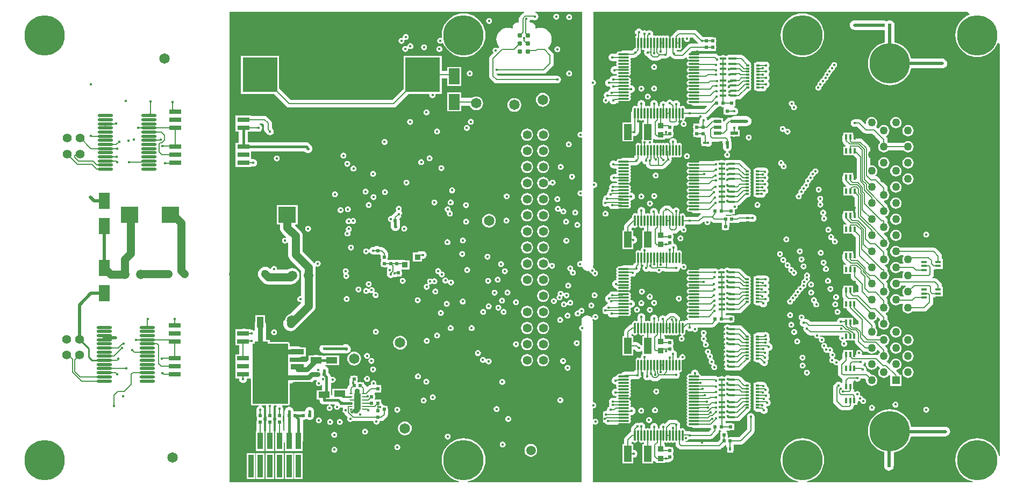
<source format=gbl>
G04*
G04 #@! TF.GenerationSoftware,Altium Limited,Altium Designer,19.0.15 (446)*
G04*
G04 Layer_Physical_Order=6*
G04 Layer_Color=16711680*
%FSLAX25Y25*%
%MOIN*%
G70*
G01*
G75*
%ADD10C,0.01000*%
%ADD13C,0.00800*%
%ADD15C,0.02000*%
%ADD28R,0.03740X0.03740*%
%ADD29R,0.02362X0.01968*%
%ADD30R,0.01968X0.02362*%
%ADD32R,0.03543X0.01575*%
%ADD33R,0.06693X0.09843*%
%ADD34R,0.03937X0.07087*%
%ADD64C,0.03100*%
%ADD65C,0.00600*%
%ADD66C,0.05000*%
%ADD67C,0.01500*%
%ADD68C,0.05512*%
%ADD69C,0.06500*%
%ADD70C,0.05000*%
%ADD71C,0.05500*%
%ADD72C,0.05906*%
%ADD73C,0.25000*%
%ADD74R,0.05000X0.05000*%
%ADD75C,0.01600*%
%ADD78C,0.03000*%
%ADD91R,0.03937X0.10433*%
G04:AMPARAMS|DCode=92|XSize=19.68mil|YSize=9.84mil|CornerRadius=2.46mil|HoleSize=0mil|Usage=FLASHONLY|Rotation=180.000|XOffset=0mil|YOffset=0mil|HoleType=Round|Shape=RoundedRectangle|*
%AMROUNDEDRECTD92*
21,1,0.01968,0.00492,0,0,180.0*
21,1,0.01476,0.00984,0,0,180.0*
1,1,0.00492,-0.00738,0.00246*
1,1,0.00492,0.00738,0.00246*
1,1,0.00492,0.00738,-0.00246*
1,1,0.00492,-0.00738,-0.00246*
%
%ADD92ROUNDEDRECTD92*%
%ADD93O,0.07087X0.01181*%
%ADD94O,0.01181X0.07087*%
%ADD95R,0.04921X0.01968*%
%ADD96R,0.08268X0.12598*%
%ADD97R,0.08268X0.03543*%
%ADD98R,0.07520X0.02992*%
%ADD99R,0.03000X0.16000*%
%ADD100R,0.15900X0.03000*%
%ADD101R,0.03000X0.12500*%
%ADD102R,0.19000X0.03000*%
%ADD103R,0.01575X0.03543*%
%ADD104O,0.09449X0.01772*%
%ADD105R,0.21654X0.21654*%
%ADD106R,0.15748X0.15748*%
%ADD107R,0.10906X0.10039*%
%ADD108R,0.02362X0.01181*%
%ADD109R,0.04724X0.09843*%
%ADD110R,0.03937X0.01575*%
%ADD111R,0.07087X0.03937*%
%ADD112R,0.03347X0.10433*%
%ADD113R,0.03347X0.13976*%
%ADD114R,0.02362X0.01575*%
%ADD115R,0.01575X0.02362*%
%ADD116R,0.28200X0.10700*%
%ADD117R,0.21900X0.37200*%
%ADD118R,0.13000X0.15600*%
G36*
X591868Y461632D02*
X591770Y461142D01*
X590447Y460593D01*
X588635Y459483D01*
X587019Y458103D01*
X585639Y456487D01*
X584529Y454675D01*
X583715Y452712D01*
X583219Y450646D01*
X583053Y448528D01*
X583219Y446409D01*
X583715Y444343D01*
X584529Y442380D01*
X585639Y440568D01*
X587019Y438952D01*
X588635Y437572D01*
X590447Y436462D01*
X592410Y435649D01*
X594476Y435152D01*
X596594Y434986D01*
X598713Y435152D01*
X600779Y435649D01*
X602742Y436462D01*
X604554Y437572D01*
X606170Y438952D01*
X607550Y440568D01*
X608660Y442380D01*
X609209Y443704D01*
X609699Y443801D01*
X610500Y443000D01*
Y187458D01*
X610365Y187359D01*
X609802Y187564D01*
X609473Y188933D01*
X608660Y190896D01*
X607550Y192708D01*
X606170Y194324D01*
X604554Y195703D01*
X602742Y196814D01*
X600779Y197627D01*
X598713Y198123D01*
X596594Y198290D01*
X594476Y198123D01*
X592410Y197627D01*
X590447Y196814D01*
X588635Y195703D01*
X587019Y194324D01*
X585639Y192708D01*
X584529Y190896D01*
X583715Y188933D01*
X583219Y186866D01*
X583053Y184748D01*
X583219Y182630D01*
X583715Y180563D01*
X584529Y178600D01*
X585639Y176788D01*
X587019Y175173D01*
X588635Y173793D01*
X590447Y172682D01*
X592410Y171869D01*
X593947Y171500D01*
X593888Y171000D01*
X490935D01*
X490876Y171500D01*
X492413Y171869D01*
X494376Y172682D01*
X496188Y173793D01*
X497804Y175173D01*
X499184Y176788D01*
X500294Y178600D01*
X501107Y180563D01*
X501603Y182630D01*
X501770Y184748D01*
X501603Y186866D01*
X501107Y188933D01*
X500294Y190896D01*
X499184Y192708D01*
X497804Y194324D01*
X496188Y195703D01*
X494376Y196814D01*
X492413Y197627D01*
X490347Y198123D01*
X488228Y198290D01*
X486110Y198123D01*
X484044Y197627D01*
X482081Y196814D01*
X480269Y195703D01*
X478653Y194324D01*
X477273Y192708D01*
X476163Y190896D01*
X475349Y188933D01*
X474853Y186866D01*
X474687Y184748D01*
X474853Y182630D01*
X475349Y180563D01*
X476163Y178600D01*
X477273Y176788D01*
X478653Y175173D01*
X480269Y173793D01*
X482081Y172682D01*
X484044Y171869D01*
X485581Y171500D01*
X485522Y171000D01*
X358230D01*
Y206883D01*
X358730Y207150D01*
X359098Y206904D01*
X359800Y206765D01*
X360502Y206904D01*
X361098Y207302D01*
X361496Y207898D01*
X361635Y208600D01*
X361496Y209302D01*
X361098Y209898D01*
X360502Y210296D01*
X359800Y210435D01*
X359098Y210296D01*
X358730Y210050D01*
X358230Y210317D01*
Y216661D01*
X358600Y216965D01*
X359302Y217104D01*
X359898Y217502D01*
X360296Y218098D01*
X360435Y218800D01*
X360296Y219502D01*
X359898Y220098D01*
X359302Y220496D01*
X358600Y220635D01*
X358230Y220939D01*
Y271100D01*
X358110Y272014D01*
X358412Y272236D01*
X358543Y272275D01*
X359098Y271904D01*
X359800Y271765D01*
X360502Y271904D01*
X361098Y272302D01*
X361496Y272898D01*
X361635Y273600D01*
X361496Y274302D01*
X361098Y274898D01*
X360502Y275296D01*
X359800Y275435D01*
X359098Y275296D01*
X358502Y274898D01*
X358104Y274302D01*
X357965Y273600D01*
X358014Y273352D01*
X357546Y273140D01*
X357196Y273596D01*
X356465Y274157D01*
X355614Y274510D01*
X354700Y274630D01*
X353786Y274510D01*
X352935Y274157D01*
X352204Y273596D01*
X351643Y272865D01*
X351290Y272014D01*
X351170Y271100D01*
Y268370D01*
X350798Y268296D01*
X350202Y267898D01*
X349804Y267302D01*
X349665Y266600D01*
X349804Y265898D01*
X350202Y265302D01*
X350798Y264904D01*
X351170Y264830D01*
Y171000D01*
X280797D01*
X280738Y171500D01*
X282275Y171869D01*
X284238Y172682D01*
X286050Y173793D01*
X287666Y175173D01*
X289046Y176788D01*
X290156Y178600D01*
X290969Y180563D01*
X291466Y182630D01*
X291632Y184748D01*
X291466Y186866D01*
X290969Y188933D01*
X290156Y190896D01*
X289046Y192708D01*
X287666Y194324D01*
X286050Y195703D01*
X284238Y196814D01*
X282275Y197627D01*
X280209Y198123D01*
X278091Y198290D01*
X275972Y198123D01*
X273906Y197627D01*
X271943Y196814D01*
X270131Y195703D01*
X268515Y194324D01*
X267135Y192708D01*
X266025Y190896D01*
X265212Y188933D01*
X264716Y186866D01*
X264549Y184748D01*
X264716Y182630D01*
X265212Y180563D01*
X266025Y178600D01*
X267135Y176788D01*
X268515Y175173D01*
X270131Y173793D01*
X271943Y172682D01*
X273906Y171869D01*
X275443Y171500D01*
X275384Y171000D01*
X133000D01*
Y463000D01*
X315617D01*
X315667Y462500D01*
X315498Y462467D01*
X314738Y461958D01*
X313142Y460362D01*
X312633Y459602D01*
X312455Y458704D01*
Y456858D01*
X311955Y456429D01*
X311600Y456475D01*
X310830Y456374D01*
X310112Y456077D01*
X309496Y455604D01*
X309023Y454988D01*
X308726Y454270D01*
X308625Y453500D01*
X308687Y453024D01*
X308543Y452860D01*
X308229Y452674D01*
X307002Y453047D01*
X305600Y453185D01*
X304198Y453047D01*
X302851Y452638D01*
X301608Y451974D01*
X300520Y451080D01*
X299626Y449992D01*
X298962Y448749D01*
X298553Y447402D01*
X298415Y446000D01*
X298553Y444598D01*
X298962Y443251D01*
X299626Y442008D01*
X300242Y441258D01*
X300242Y441258D01*
X300242Y441258D01*
X299274Y440290D01*
X299198Y440298D01*
X298602Y440696D01*
X297900Y440835D01*
X297198Y440696D01*
X296602Y440298D01*
X296204Y439702D01*
X296065Y439000D01*
X296204Y438298D01*
X296602Y437702D01*
X296610Y437626D01*
X294742Y435758D01*
X294233Y434997D01*
X294055Y434100D01*
Y423000D01*
X294233Y422103D01*
X294742Y421342D01*
X296842Y419242D01*
X297603Y418733D01*
X298500Y418555D01*
X336200D01*
X337097Y418733D01*
X337858Y419242D01*
X338367Y420003D01*
X338545Y420900D01*
X338367Y421797D01*
X337858Y422558D01*
X337097Y423067D01*
X336200Y423245D01*
X299471D01*
X298745Y423971D01*
Y424655D01*
X327781D01*
X328678Y424833D01*
X329439Y425342D01*
X333403Y429306D01*
X333911Y430067D01*
X334090Y430964D01*
Y436036D01*
X333911Y436933D01*
X333403Y437694D01*
X330657Y440440D01*
X330680Y440920D01*
X331574Y442008D01*
X332238Y443251D01*
X332646Y444598D01*
X332785Y446000D01*
X332646Y447402D01*
X332238Y448749D01*
X331574Y449992D01*
X330680Y451080D01*
X329592Y451974D01*
X328349Y452638D01*
X327002Y453047D01*
X325600Y453185D01*
X324198Y453047D01*
X322971Y452674D01*
X322657Y452860D01*
X322513Y453024D01*
X322575Y453500D01*
X322474Y454270D01*
X322177Y454988D01*
X321704Y455604D01*
X321088Y456077D01*
X320370Y456374D01*
X319600Y456475D01*
X319471Y456459D01*
X319095Y456788D01*
Y457446D01*
X319267Y457703D01*
X319317Y457955D01*
X321270D01*
X321303Y457933D01*
X322200Y457755D01*
X323097Y457933D01*
X323858Y458442D01*
X324367Y459203D01*
X324545Y460100D01*
X324367Y460997D01*
X323858Y461758D01*
X323658Y461958D01*
X322897Y462467D01*
X322729Y462500D01*
X322779Y463000D01*
X351470D01*
Y388772D01*
X350970Y388442D01*
X350500Y388535D01*
X349798Y388396D01*
X349202Y387998D01*
X348804Y387402D01*
X348665Y386700D01*
X348804Y385998D01*
X349202Y385402D01*
X349798Y385004D01*
X350500Y384865D01*
X350970Y384958D01*
X351470Y384628D01*
Y352472D01*
X350970Y352142D01*
X350500Y352235D01*
X349798Y352096D01*
X349202Y351698D01*
X348804Y351102D01*
X348665Y350400D01*
X348804Y349698D01*
X349202Y349102D01*
X349798Y348704D01*
X350500Y348565D01*
X350970Y348658D01*
X351470Y348328D01*
Y308506D01*
X350970Y308222D01*
X350400Y308335D01*
X349698Y308196D01*
X349102Y307798D01*
X348704Y307202D01*
X348565Y306500D01*
X348704Y305798D01*
X349102Y305202D01*
X349698Y304804D01*
X350400Y304665D01*
X351084Y304801D01*
X351160Y304808D01*
X351674Y304585D01*
X351943Y303935D01*
X352504Y303204D01*
X353235Y302643D01*
X354086Y302290D01*
X355000Y302170D01*
X355914Y302290D01*
X356017Y302235D01*
X356104Y301798D01*
X356502Y301202D01*
X357098Y300804D01*
X357665Y300692D01*
X357665Y300689D01*
X357804Y299986D01*
X358202Y299391D01*
X358798Y298993D01*
X359500Y298853D01*
X360202Y298993D01*
X360798Y299391D01*
X361196Y299986D01*
X361335Y300689D01*
X361196Y301391D01*
X360798Y301987D01*
X360202Y302384D01*
X359635Y302497D01*
X359635Y302500D01*
X359496Y303202D01*
X359098Y303798D01*
X358502Y304196D01*
X358312Y304551D01*
X358410Y304786D01*
X358530Y305700D01*
Y353484D01*
X358917Y353801D01*
X359100Y353765D01*
X359802Y353904D01*
X360398Y354302D01*
X360796Y354898D01*
X360935Y355600D01*
X360796Y356302D01*
X360398Y356898D01*
X359802Y357296D01*
X359100Y357435D01*
X358917Y357399D01*
X358530Y357716D01*
Y417210D01*
X359002Y417304D01*
X359598Y417702D01*
X359996Y418298D01*
X360135Y419000D01*
X359996Y419702D01*
X359598Y420298D01*
X359002Y420696D01*
X358530Y420789D01*
Y463000D01*
X590500D01*
X591868Y461632D01*
D02*
G37*
%LPC*%
G36*
X335500Y461835D02*
X334798Y461696D01*
X334202Y461298D01*
X333804Y460702D01*
X333665Y460000D01*
X333804Y459298D01*
X334202Y458702D01*
X334798Y458304D01*
X335500Y458165D01*
X336202Y458304D01*
X336798Y458702D01*
X337196Y459298D01*
X337335Y460000D01*
X337196Y460702D01*
X336798Y461298D01*
X336202Y461696D01*
X335500Y461835D01*
D02*
G37*
G36*
X343600Y461635D02*
X342898Y461496D01*
X342302Y461098D01*
X341904Y460502D01*
X341765Y459800D01*
X341904Y459098D01*
X342302Y458502D01*
X342898Y458104D01*
X343600Y457965D01*
X344302Y458104D01*
X344898Y458502D01*
X345296Y459098D01*
X345435Y459800D01*
X345296Y460502D01*
X344898Y461098D01*
X344302Y461496D01*
X343600Y461635D01*
D02*
G37*
G36*
X542264Y457853D02*
X541481Y457750D01*
X540751Y457447D01*
X540295Y457098D01*
X539840Y457447D01*
X539110Y457750D01*
X538327Y457853D01*
X538123Y457826D01*
X520700D01*
X519917Y457723D01*
X519187Y457420D01*
X518560Y456940D01*
X518080Y456313D01*
X517777Y455583D01*
X517674Y454800D01*
X517777Y454017D01*
X518080Y453287D01*
X518560Y452660D01*
X519187Y452179D01*
X519917Y451877D01*
X520700Y451774D01*
X538300D01*
X538738Y451832D01*
X539238Y451433D01*
Y444100D01*
X538216Y443855D01*
X536253Y443041D01*
X534441Y441931D01*
X532825Y440551D01*
X531445Y438935D01*
X530335Y437123D01*
X529522Y435160D01*
X529026Y433094D01*
X528859Y430976D01*
X529026Y428857D01*
X529522Y426791D01*
X530335Y424828D01*
X531445Y423016D01*
X532825Y421400D01*
X534441Y420020D01*
X536253Y418910D01*
X538216Y418097D01*
X540282Y417601D01*
X542401Y417434D01*
X544519Y417601D01*
X546585Y418097D01*
X548549Y418910D01*
X550360Y420020D01*
X551976Y421400D01*
X553356Y423016D01*
X554467Y424828D01*
X555280Y426791D01*
X555558Y427950D01*
X574326D01*
X574900Y427874D01*
X575683Y427977D01*
X576413Y428279D01*
X577040Y428760D01*
X577521Y429387D01*
X577823Y430117D01*
X577926Y430900D01*
X577823Y431683D01*
X577521Y432413D01*
X577040Y433040D01*
X576964Y433115D01*
X576337Y433596D01*
X575608Y433898D01*
X574824Y434001D01*
X555558D01*
X555280Y435160D01*
X554467Y437123D01*
X553356Y438935D01*
X551976Y440551D01*
X550360Y441931D01*
X548549Y443041D01*
X546585Y443855D01*
X545290Y444166D01*
Y454827D01*
X545187Y455610D01*
X544884Y456340D01*
X544403Y456966D01*
X543777Y457447D01*
X543047Y457750D01*
X542264Y457853D01*
D02*
G37*
G36*
X293900Y459135D02*
X293198Y458996D01*
X292602Y458598D01*
X292204Y458002D01*
X292065Y457300D01*
X292204Y456598D01*
X292602Y456002D01*
X293198Y455604D01*
X293900Y455465D01*
X294602Y455604D01*
X295198Y456002D01*
X295596Y456598D01*
X295735Y457300D01*
X295596Y458002D01*
X295198Y458598D01*
X294602Y458996D01*
X293900Y459135D01*
D02*
G37*
G36*
X278091Y462069D02*
X275972Y461903D01*
X273906Y461407D01*
X271943Y460593D01*
X270131Y459483D01*
X268515Y458103D01*
X267135Y456487D01*
X266025Y454675D01*
X265212Y452712D01*
X264716Y450646D01*
X264549Y448528D01*
X264667Y447026D01*
X264236Y446773D01*
X264202Y446796D01*
X263500Y446935D01*
X262798Y446796D01*
X262202Y446398D01*
X261804Y445802D01*
X261665Y445100D01*
X261804Y444398D01*
X262202Y443802D01*
X262798Y443404D01*
X263500Y443265D01*
X264202Y443404D01*
X264798Y443802D01*
X264857Y443891D01*
X265422Y443836D01*
X266025Y442380D01*
X267135Y440568D01*
X268515Y438952D01*
X270131Y437572D01*
X271943Y436462D01*
X273906Y435649D01*
X275972Y435152D01*
X278091Y434986D01*
X280209Y435152D01*
X282275Y435649D01*
X284238Y436462D01*
X286050Y437572D01*
X287666Y438952D01*
X289046Y440568D01*
X290156Y442380D01*
X290969Y444343D01*
X291466Y446409D01*
X291632Y448528D01*
X291466Y450646D01*
X290969Y452712D01*
X290156Y454675D01*
X289046Y456487D01*
X287666Y458103D01*
X286050Y459483D01*
X284238Y460593D01*
X282275Y461407D01*
X280209Y461903D01*
X278091Y462069D01*
D02*
G37*
G36*
X242200Y449235D02*
X241498Y449096D01*
X240902Y448698D01*
X240504Y448102D01*
X240365Y447400D01*
X240420Y447123D01*
X240399Y447083D01*
X239986Y446738D01*
X239500Y446835D01*
X238798Y446696D01*
X238202Y446298D01*
X237804Y445702D01*
X237665Y445000D01*
X237804Y444298D01*
X238202Y443702D01*
X238798Y443304D01*
X239500Y443165D01*
X240202Y443304D01*
X240798Y443702D01*
X241196Y444298D01*
X241335Y445000D01*
X241280Y445277D01*
X241301Y445318D01*
X241714Y445661D01*
X242200Y445565D01*
X242902Y445704D01*
X243498Y446102D01*
X243896Y446698D01*
X244035Y447400D01*
X243896Y448102D01*
X243498Y448698D01*
X242902Y449096D01*
X242200Y449235D01*
D02*
G37*
G36*
X245100Y443635D02*
X244398Y443496D01*
X243802Y443098D01*
X243404Y442502D01*
X243274Y441848D01*
X243083Y441706D01*
X242802Y441562D01*
X242602Y441696D01*
X241900Y441835D01*
X241198Y441696D01*
X240602Y441298D01*
X240204Y440702D01*
X240065Y440000D01*
X240204Y439298D01*
X240602Y438702D01*
X241198Y438304D01*
X241900Y438165D01*
X242602Y438304D01*
X243198Y438702D01*
X243596Y439298D01*
X243726Y439952D01*
X243917Y440094D01*
X244198Y440238D01*
X244398Y440104D01*
X245100Y439965D01*
X245802Y440104D01*
X246398Y440502D01*
X246796Y441098D01*
X246935Y441800D01*
X246796Y442502D01*
X246398Y443098D01*
X245802Y443496D01*
X245100Y443635D01*
D02*
G37*
G36*
X253500Y442835D02*
X252798Y442696D01*
X252202Y442298D01*
X251804Y441702D01*
X251665Y441000D01*
X251804Y440298D01*
X252202Y439702D01*
X252798Y439304D01*
X253500Y439165D01*
X254202Y439304D01*
X254798Y439702D01*
X255196Y440298D01*
X255335Y441000D01*
X255196Y441702D01*
X254798Y442298D01*
X254202Y442696D01*
X253500Y442835D01*
D02*
G37*
G36*
X386800Y452745D02*
X385903Y452567D01*
X385142Y452058D01*
X384842Y451758D01*
X384333Y450997D01*
X384155Y450100D01*
Y444516D01*
X384013Y443803D01*
Y440230D01*
X383662Y439878D01*
X383603Y439867D01*
X382842Y439358D01*
X382545Y439062D01*
X377303D01*
X376406Y438883D01*
X375645Y438375D01*
X375621Y438338D01*
X374350D01*
X373730Y438215D01*
X373204Y437863D01*
X372852Y437337D01*
X372804Y437093D01*
X370448D01*
X370448Y437093D01*
X369551Y436915D01*
X368790Y436406D01*
X368742Y436358D01*
X368233Y435597D01*
X368055Y434700D01*
X368233Y433803D01*
X368742Y433042D01*
X369503Y432533D01*
X370400Y432355D01*
X370642Y432403D01*
X372804D01*
X372852Y432159D01*
X373095Y431795D01*
X372852Y431432D01*
X372729Y430811D01*
X372852Y430190D01*
X373095Y429827D01*
X372852Y429463D01*
X372804Y429219D01*
X371674D01*
X370777Y429041D01*
X370016Y428532D01*
X369942Y428458D01*
X369433Y427697D01*
X369255Y426800D01*
X369433Y425903D01*
X369942Y425142D01*
X370703Y424633D01*
X371600Y424455D01*
X371972Y424529D01*
X372804D01*
X372852Y424285D01*
X373167Y423814D01*
X373104Y423569D01*
X372970Y423314D01*
X371158D01*
X371000Y423345D01*
X370103Y423167D01*
X369342Y422658D01*
X368833Y421897D01*
X368724Y421345D01*
X368200D01*
X367303Y421167D01*
X366542Y420658D01*
X366542Y420658D01*
X366033Y419897D01*
X365855Y419000D01*
X366033Y418103D01*
X366542Y417342D01*
X367303Y416833D01*
X368200Y416655D01*
X368200Y416655D01*
X368784D01*
X368933Y415903D01*
X369260Y415414D01*
X369197Y415261D01*
X368436Y414753D01*
X368436Y414753D01*
X368142Y414458D01*
X367633Y413697D01*
X367583Y413445D01*
X367300D01*
X366403Y413267D01*
X365642Y412758D01*
X365133Y411997D01*
X364955Y411100D01*
X365133Y410203D01*
X365557Y409569D01*
X365002Y409198D01*
X364604Y408602D01*
X364465Y407900D01*
X364604Y407198D01*
X365002Y406602D01*
X365598Y406204D01*
X366300Y406065D01*
X367002Y406204D01*
X367598Y406602D01*
X367996Y407198D01*
X368100Y407724D01*
X368610Y407724D01*
X368733Y407103D01*
X369242Y406342D01*
X370003Y405833D01*
X370900Y405655D01*
X371797Y405833D01*
X372547Y406334D01*
X376825D01*
X377723Y406513D01*
X378483Y407021D01*
X378961Y407499D01*
X378986Y407536D01*
X380256D01*
X380876Y407659D01*
X381403Y408011D01*
X381754Y408537D01*
X381878Y409158D01*
X381754Y409778D01*
X381511Y410142D01*
X381754Y410505D01*
X381878Y411126D01*
X381754Y411747D01*
X381511Y412110D01*
X381754Y412474D01*
X381803Y412718D01*
X382063D01*
X382960Y412896D01*
X383721Y413405D01*
X383758Y413442D01*
X384267Y414203D01*
X384445Y415100D01*
X384267Y415997D01*
X383758Y416758D01*
X382997Y417267D01*
X382100Y417445D01*
X381914Y417408D01*
X381803D01*
X381754Y417652D01*
X381511Y418016D01*
X381754Y418379D01*
X381878Y419000D01*
X381754Y419621D01*
X381511Y419984D01*
X381754Y420348D01*
X381878Y420968D01*
X381754Y421589D01*
X381403Y422115D01*
X380876Y422467D01*
X380256Y422590D01*
X379165D01*
X378995Y422784D01*
X379221Y423284D01*
X380256D01*
X380876Y423407D01*
X381403Y423759D01*
X381754Y424285D01*
X381878Y424905D01*
X381754Y425526D01*
X381511Y425890D01*
X381754Y426253D01*
X381878Y426874D01*
X381754Y427495D01*
X381511Y427858D01*
X381754Y428222D01*
X381878Y428843D01*
X381754Y429463D01*
X381511Y429827D01*
X381754Y430190D01*
X381878Y430811D01*
X381754Y431432D01*
X381511Y431795D01*
X381754Y432159D01*
X381878Y432780D01*
X381754Y433400D01*
X381511Y433764D01*
X381754Y434128D01*
X381803Y434372D01*
X383517D01*
X384414Y434550D01*
X385175Y435058D01*
X385638Y435522D01*
X385697Y435533D01*
X386458Y436042D01*
X388017Y437600D01*
X388525Y438361D01*
X388703Y439258D01*
Y439470D01*
X388959Y439604D01*
X389203Y439667D01*
X389675Y439352D01*
X389935Y439300D01*
X390165Y438745D01*
X390133Y438697D01*
X389955Y437800D01*
X390133Y436903D01*
X390642Y436142D01*
X391403Y435633D01*
X392059Y435503D01*
X392066Y435470D01*
X392574Y434710D01*
X393842Y433442D01*
X394603Y432933D01*
X395500Y432755D01*
X395500Y432755D01*
X398200D01*
X399097Y432933D01*
X399858Y433442D01*
X400471Y434055D01*
X403300D01*
X404197Y434233D01*
X404958Y434742D01*
X405733Y435517D01*
X405831Y435664D01*
X406237D01*
X406393Y435604D01*
X406616Y435455D01*
X406792Y435192D01*
X407542Y434442D01*
X408303Y433933D01*
X409200Y433755D01*
X414000D01*
X414897Y433933D01*
X415658Y434442D01*
X415957Y434741D01*
X416470Y434546D01*
X416553Y434128D01*
X416904Y433601D01*
X417431Y433250D01*
X418051Y433126D01*
X418952D01*
X419122Y432933D01*
X418896Y432433D01*
X418051D01*
X417431Y432309D01*
X416904Y431958D01*
X416553Y431432D01*
X416430Y430811D01*
X416553Y430190D01*
X416904Y429664D01*
X417431Y429313D01*
X418051Y429189D01*
X418968D01*
X419169Y428699D01*
X419160Y428677D01*
X418976Y428496D01*
X418051D01*
X417431Y428372D01*
X416904Y428021D01*
X416553Y427495D01*
X416430Y426874D01*
X416553Y426253D01*
X416904Y425727D01*
X417431Y425376D01*
X418051Y425252D01*
X418968D01*
X419169Y424762D01*
X419160Y424740D01*
X418976Y424559D01*
X418051D01*
X417431Y424435D01*
X416904Y424084D01*
X416553Y423558D01*
X416430Y422937D01*
X416553Y422316D01*
X416904Y421790D01*
X417431Y421439D01*
X418051Y421315D01*
X418968D01*
X419169Y420825D01*
X419160Y420802D01*
X418976Y420622D01*
X418051D01*
X417431Y420498D01*
X416904Y420147D01*
X416553Y419621D01*
X416430Y419000D01*
X416553Y418379D01*
X416904Y417853D01*
X417431Y417502D01*
X418051Y417378D01*
X418968D01*
X419169Y416888D01*
X419160Y416865D01*
X418976Y416685D01*
X418051D01*
X417431Y416561D01*
X416904Y416210D01*
X416553Y415684D01*
X416430Y415063D01*
X416553Y414442D01*
X416904Y413916D01*
X417431Y413565D01*
X418051Y413441D01*
X418968D01*
X419169Y412951D01*
X419160Y412928D01*
X418976Y412748D01*
X418051D01*
X417431Y412624D01*
X416904Y412273D01*
X416553Y411747D01*
X416430Y411126D01*
X416553Y410505D01*
X416904Y409979D01*
X417431Y409628D01*
X418051Y409504D01*
X418968D01*
X419169Y409014D01*
X419160Y408991D01*
X418976Y408811D01*
X418051D01*
X417431Y408687D01*
X416904Y408336D01*
X416553Y407810D01*
X416430Y407189D01*
X416553Y406568D01*
X416904Y406042D01*
X417431Y405691D01*
X418051Y405567D01*
X419321D01*
X419346Y405531D01*
X420107Y405022D01*
X421004Y404844D01*
X428930D01*
X429121Y404382D01*
X427289Y402549D01*
X415539D01*
Y403055D01*
X415416Y403676D01*
X415064Y404202D01*
X414538Y404553D01*
X413917Y404677D01*
X413297Y404553D01*
X412845Y404252D01*
X412554Y404336D01*
X412345Y404465D01*
Y405800D01*
X412167Y406697D01*
X411658Y407458D01*
X410897Y407967D01*
X410000Y408145D01*
X409103Y407967D01*
X408400Y407497D01*
X407997Y407767D01*
X407813Y407803D01*
X407758Y407858D01*
X406997Y408367D01*
X406100Y408545D01*
X405203Y408367D01*
X404442Y407858D01*
X404102Y407350D01*
X403511Y407177D01*
X403442Y407190D01*
X403036Y407461D01*
X402100Y407647D01*
X401164Y407461D01*
X400370Y406930D01*
X399839Y406136D01*
X399653Y405200D01*
X399659Y405168D01*
Y404582D01*
X399517Y404553D01*
X399153Y404310D01*
X398790Y404553D01*
X398546Y404602D01*
Y405899D01*
X398367Y406797D01*
X397859Y407557D01*
X397858Y407558D01*
X397097Y408067D01*
X396200Y408245D01*
X395303Y408067D01*
X394542Y407558D01*
X394033Y406797D01*
X393855Y405900D01*
X393856Y405896D01*
Y404602D01*
X393612Y404553D01*
X393248Y404310D01*
X392884Y404553D01*
X392264Y404677D01*
X391643Y404553D01*
X391280Y404310D01*
X390916Y404553D01*
X390745Y404587D01*
Y405900D01*
X390567Y406797D01*
X390058Y407558D01*
X389297Y408067D01*
X388400Y408245D01*
X387503Y408067D01*
X386742Y407558D01*
X386233Y406797D01*
X386055Y405900D01*
Y404326D01*
X385555Y404174D01*
X385537Y404202D01*
X385010Y404553D01*
X384390Y404677D01*
X383769Y404553D01*
X383243Y404202D01*
X382892Y403676D01*
X382768Y403055D01*
Y401905D01*
X382660Y401833D01*
X382129Y401039D01*
X381943Y400102D01*
Y394409D01*
X376697D01*
Y382567D01*
X383421D01*
Y385576D01*
X383921Y385969D01*
X384000Y385953D01*
X384936Y386139D01*
X385730Y386670D01*
X386120Y387059D01*
X386650Y387853D01*
X386837Y388790D01*
Y395685D01*
X387337Y395898D01*
X387706Y395651D01*
X388327Y395528D01*
X388947Y395651D01*
X389311Y395894D01*
X389675Y395651D01*
X389919Y395603D01*
Y394409D01*
X388902D01*
Y383832D01*
X388642Y383658D01*
X388637Y383653D01*
X388129Y382893D01*
X387950Y381995D01*
Y381454D01*
X387694Y381320D01*
X387450Y381257D01*
X386979Y381572D01*
X386358Y381695D01*
X385738Y381572D01*
X385211Y381220D01*
X384860Y380694D01*
X384736Y380073D01*
Y378803D01*
X384700Y378779D01*
X384192Y378018D01*
X384013Y377121D01*
Y372530D01*
X383863Y372379D01*
X377303D01*
X376406Y372201D01*
X375645Y371692D01*
X375621Y371656D01*
X374350D01*
X373730Y371532D01*
X373204Y371181D01*
X372852Y370655D01*
X372804Y370411D01*
X372280D01*
X371897Y370667D01*
X371000Y370845D01*
X370103Y370667D01*
X369342Y370158D01*
X368833Y369397D01*
X368655Y368500D01*
X368833Y367603D01*
X369342Y366842D01*
X369776Y366407D01*
X370537Y365899D01*
X371434Y365721D01*
X372804D01*
X372852Y365476D01*
X373095Y365113D01*
X372852Y364749D01*
X372729Y364129D01*
X372852Y363508D01*
X373095Y363144D01*
X372852Y362781D01*
X372765Y362345D01*
X371200D01*
X370303Y362167D01*
X369542Y361658D01*
X369033Y360897D01*
X368855Y360000D01*
X369033Y359103D01*
X369542Y358342D01*
X370303Y357833D01*
X371200Y357655D01*
X372842D01*
X372852Y357603D01*
X373204Y357076D01*
X373251Y357045D01*
X373099Y356545D01*
X370700D01*
X369803Y356367D01*
X369042Y355858D01*
X368533Y355097D01*
X368355Y354200D01*
X368527Y353336D01*
X368233Y352897D01*
X368055Y352000D01*
X368126Y351642D01*
X367742Y351258D01*
X367233Y350497D01*
X367055Y349600D01*
X366630Y349171D01*
X366103Y349067D01*
X365342Y348558D01*
X364833Y347797D01*
X364655Y346900D01*
X364743Y346459D01*
X364442Y346258D01*
X364242Y346058D01*
X363733Y345297D01*
X363555Y344400D01*
X363733Y343503D01*
X364242Y342742D01*
X365003Y342233D01*
X365900Y342055D01*
X366797Y342233D01*
X366830Y342255D01*
X368083D01*
X368133Y342003D01*
X368642Y341242D01*
X369403Y340733D01*
X370300Y340555D01*
X375107D01*
X375220Y340442D01*
X375981Y339933D01*
X376878Y339755D01*
X377776Y339933D01*
X378536Y340442D01*
X378811Y340717D01*
X378961Y340817D01*
X378986Y340853D01*
X380256D01*
X380876Y340977D01*
X381403Y341328D01*
X381754Y341855D01*
X381878Y342475D01*
X381754Y343096D01*
X381511Y343459D01*
X381754Y343823D01*
X381878Y344444D01*
X381754Y345064D01*
X381511Y345428D01*
X381754Y345792D01*
X381807Y346055D01*
X382100D01*
X382997Y346233D01*
X383758Y346742D01*
X384267Y347503D01*
X384445Y348400D01*
X384267Y349297D01*
X383758Y350058D01*
X382997Y350567D01*
X382100Y350745D01*
X381799D01*
X381754Y350970D01*
X381511Y351333D01*
X381754Y351697D01*
X381878Y352318D01*
X381754Y352938D01*
X381511Y353302D01*
X381754Y353665D01*
X381878Y354286D01*
X381754Y354907D01*
X381403Y355433D01*
X380876Y355784D01*
X380256Y355908D01*
X379165D01*
X378995Y356101D01*
X379221Y356601D01*
X380256D01*
X380876Y356725D01*
X381403Y357076D01*
X381754Y357603D01*
X381878Y358223D01*
X381754Y358844D01*
X381511Y359207D01*
X381754Y359571D01*
X381878Y360192D01*
X381754Y360812D01*
X381511Y361176D01*
X381754Y361540D01*
X381878Y362160D01*
X381754Y362781D01*
X381511Y363144D01*
X381754Y363508D01*
X381878Y364129D01*
X381754Y364749D01*
X381511Y365113D01*
X381754Y365476D01*
X381878Y366097D01*
X381754Y366718D01*
X381511Y367081D01*
X381754Y367445D01*
X381803Y367689D01*
X384834D01*
X385732Y367868D01*
X386492Y368376D01*
X388016Y369900D01*
X388017Y369900D01*
X388314Y370345D01*
X388845Y370239D01*
X388939Y369764D01*
X389470Y368970D01*
X390264Y368439D01*
X391200Y368253D01*
X391262Y368265D01*
X391433Y367403D01*
X391942Y366642D01*
X392542Y366042D01*
X393303Y365533D01*
X394200Y365355D01*
X401300D01*
X402197Y365533D01*
X402958Y366042D01*
X406558Y369642D01*
X407067Y370403D01*
X407245Y371300D01*
X407067Y372197D01*
X406998Y372300D01*
X407301Y372684D01*
X407339Y372705D01*
X407391Y372670D01*
X408012Y372546D01*
X408632Y372670D01*
X408996Y372913D01*
X409360Y372670D01*
X409980Y372546D01*
X410601Y372670D01*
X410965Y372913D01*
X411328Y372670D01*
X411949Y372546D01*
X412569Y372670D01*
X413096Y373021D01*
X413447Y373547D01*
X413570Y374168D01*
Y380073D01*
X413447Y380694D01*
X413096Y381220D01*
X412569Y381572D01*
X411949Y381695D01*
X411328Y381572D01*
X410965Y381329D01*
X410601Y381572D01*
X410357Y381620D01*
Y382288D01*
X410178Y383186D01*
X409670Y383946D01*
X409658Y383958D01*
X408897Y384467D01*
X408000Y384645D01*
X407103Y384467D01*
X406342Y383958D01*
X405833Y383197D01*
X405655Y382300D01*
X405667Y382241D01*
Y381454D01*
X405411Y381320D01*
X405167Y381257D01*
X404695Y381572D01*
X404075Y381695D01*
X403454Y381572D01*
X403090Y381329D01*
X402727Y381572D01*
X402106Y381695D01*
X401486Y381572D01*
X401122Y381329D01*
X400758Y381572D01*
X400138Y381695D01*
X399517Y381572D01*
X399153Y381329D01*
X398790Y381572D01*
X398169Y381695D01*
X397549Y381572D01*
X397185Y381329D01*
X396821Y381572D01*
X396201Y381695D01*
X395851Y381626D01*
X395419Y382020D01*
X395435Y382100D01*
X395398Y382289D01*
X395626Y382567D01*
X395626D01*
Y384104D01*
X396088Y384296D01*
X396142Y384242D01*
X396903Y383733D01*
X397800Y383555D01*
X400138D01*
X401035Y383733D01*
X401204Y383846D01*
X403008D01*
Y384371D01*
X405256D01*
X406153Y384550D01*
X406914Y385058D01*
X407179Y385323D01*
X408028D01*
Y386334D01*
X408210Y386607D01*
X408388Y387504D01*
X408210Y388401D01*
X408028Y388674D01*
Y390271D01*
X408210Y390544D01*
X408388Y391441D01*
X408303Y391868D01*
X408621Y392255D01*
X409400D01*
X410297Y392433D01*
X411058Y392942D01*
X411638Y393522D01*
X412147Y394283D01*
X412325Y395180D01*
Y395769D01*
X412581Y395904D01*
X412825Y395966D01*
X413297Y395651D01*
X413760Y395559D01*
X413811Y395387D01*
X413813Y395039D01*
X413302Y394698D01*
X412904Y394102D01*
X412765Y393400D01*
X412904Y392698D01*
X413302Y392102D01*
X413898Y391704D01*
X414600Y391565D01*
X415302Y391704D01*
X415898Y392102D01*
X416296Y392698D01*
X416435Y393400D01*
X416296Y394102D01*
X415898Y394698D01*
X415302Y395096D01*
X414713Y395213D01*
X414703Y395237D01*
X414629Y395712D01*
X415064Y396003D01*
X415416Y396529D01*
X415539Y397150D01*
Y397655D01*
X424732D01*
X424848Y397517D01*
X424977Y397155D01*
X424546Y396510D01*
X424368Y395613D01*
Y393786D01*
X422776D01*
X421951Y393622D01*
X420791D01*
Y392611D01*
X420609Y392338D01*
X420431Y391441D01*
X420609Y390544D01*
X420791Y390271D01*
Y388674D01*
X420609Y388401D01*
X420431Y387504D01*
X420609Y386607D01*
X420791Y386334D01*
Y385323D01*
X421951D01*
X422776Y385159D01*
X425455D01*
Y382117D01*
X425352Y381598D01*
X425516Y380774D01*
Y379811D01*
X426232D01*
X426799Y379432D01*
X427697Y379253D01*
X427803Y379275D01*
X427902Y379255D01*
X427902Y379255D01*
X429700D01*
X430597Y379433D01*
X431358Y379942D01*
X431867Y380703D01*
X432045Y381600D01*
X431976Y381948D01*
X432405Y382355D01*
X438298D01*
X438736Y381855D01*
X438703Y381598D01*
X438797Y380880D01*
X438826Y380810D01*
Y379100D01*
X438921Y378382D01*
X439198Y377713D01*
X439639Y377139D01*
X440213Y376698D01*
X440882Y376421D01*
X440938Y376413D01*
X440955Y375907D01*
X440898Y375896D01*
X440302Y375498D01*
X439904Y374902D01*
X439765Y374200D01*
X439904Y373498D01*
X440302Y372902D01*
X440898Y372504D01*
X441600Y372365D01*
X442302Y372504D01*
X442898Y372902D01*
X443296Y373498D01*
X443435Y374200D01*
X443296Y374902D01*
X442898Y375498D01*
X442302Y375896D01*
X442245Y375907D01*
X442262Y376413D01*
X442318Y376421D01*
X442987Y376698D01*
X443561Y377139D01*
X444002Y377713D01*
X444279Y378382D01*
X444374Y379100D01*
Y381475D01*
X444279Y382193D01*
X444002Y382862D01*
X443821Y383097D01*
Y383924D01*
X443821Y383924D01*
X443643Y384821D01*
X443379Y385216D01*
X443646Y385717D01*
X444716D01*
X444988Y385534D01*
X445886Y385356D01*
X446783Y385534D01*
X447056Y385717D01*
X449346D01*
Y389685D01*
X448445D01*
Y391100D01*
X448335Y391655D01*
X448717Y392155D01*
X453619D01*
X454402Y392258D01*
X455132Y392561D01*
X455758Y393041D01*
X456239Y393668D01*
X456542Y394398D01*
X456645Y395181D01*
X456542Y395964D01*
X456239Y396694D01*
X455758Y397321D01*
X455132Y397802D01*
X454402Y398104D01*
X453619Y398207D01*
X445886D01*
X445103Y398104D01*
X444373Y397802D01*
X444014Y397526D01*
X443081D01*
X443081Y397526D01*
X442184Y397348D01*
X441423Y396839D01*
X441423Y396839D01*
X439642Y395058D01*
X439532Y394893D01*
X439032Y395045D01*
Y397165D01*
X436741D01*
X436468Y397348D01*
X435571Y397526D01*
X432581D01*
X431684Y397348D01*
X430923Y396839D01*
X429623Y395539D01*
X429333Y395637D01*
X429134Y395757D01*
X428967Y396597D01*
X428565Y397198D01*
X428703Y397677D01*
X428755Y397745D01*
X429239Y397842D01*
X430033Y398372D01*
X435501Y403840D01*
X435999Y403939D01*
X436413Y404216D01*
X437830D01*
X438103Y404033D01*
X439000Y403855D01*
X439755D01*
X440006Y403355D01*
X439941Y403268D01*
X439295D01*
Y402108D01*
X439131Y401284D01*
X439295Y400459D01*
Y399299D01*
X440306D01*
X440579Y399117D01*
X441476Y398938D01*
X445984D01*
X446881Y399117D01*
X447642Y399625D01*
X447658Y399642D01*
X448167Y400403D01*
X448345Y401300D01*
X448167Y402197D01*
X447658Y402958D01*
X446897Y403467D01*
X446116Y403622D01*
X445920Y403947D01*
X445871Y404129D01*
X445936Y404216D01*
X446581D01*
Y405376D01*
X446745Y406200D01*
X446581Y407024D01*
Y408184D01*
X446823Y408584D01*
X448729D01*
X449627Y408763D01*
X450387Y409271D01*
X454954Y413838D01*
X455169Y413881D01*
X455930Y414389D01*
X455975Y414457D01*
X456453D01*
Y415223D01*
X456617Y416047D01*
X456453Y416872D01*
Y417192D01*
X456617Y418016D01*
X456453Y418840D01*
Y419160D01*
X456617Y419984D01*
X456453Y420809D01*
Y421129D01*
X456617Y421953D01*
X456453Y422777D01*
Y423097D01*
X456617Y423921D01*
X456453Y424746D01*
Y425066D01*
X456617Y425890D01*
X456453Y426714D01*
Y427034D01*
X456617Y427858D01*
X456453Y428683D01*
Y429003D01*
X456617Y429827D01*
X456453Y430651D01*
Y431417D01*
X455975D01*
X455930Y431485D01*
X451796Y435619D01*
X451035Y436127D01*
X450138Y436306D01*
X443501D01*
X442800Y436445D01*
X441903Y436267D01*
X441142Y435758D01*
X441135Y435748D01*
X440579D01*
X440012Y436127D01*
X439114Y436306D01*
X438217Y436127D01*
X437649Y435748D01*
X436368D01*
X435710Y436406D01*
X434949Y436915D01*
X434052Y437093D01*
X421004D01*
X420107Y436915D01*
X419346Y436406D01*
X419321Y436370D01*
X418293D01*
X418086Y436870D01*
X419871Y438655D01*
X432314D01*
X432500Y438618D01*
X433324Y438782D01*
X434484D01*
Y439793D01*
X434667Y440066D01*
X434845Y440963D01*
X434667Y441860D01*
X434484Y442133D01*
Y443730D01*
X434667Y444003D01*
X434845Y444900D01*
X434667Y445797D01*
X434484Y446070D01*
Y447081D01*
X433394D01*
X433360Y447104D01*
X432463Y447282D01*
X426734D01*
X422858Y451158D01*
X422097Y451667D01*
X421200Y451845D01*
X411700D01*
X410803Y451667D01*
X410042Y451158D01*
X408322Y449438D01*
X407814Y448678D01*
X407743Y448324D01*
X407391Y448254D01*
X406865Y447903D01*
X406514Y447376D01*
X406390Y446756D01*
Y445839D01*
X405900Y445639D01*
X405877Y445647D01*
X405696Y445831D01*
Y446756D01*
X405573Y447376D01*
X405222Y447903D01*
X404695Y448254D01*
X404075Y448378D01*
X403454Y448254D01*
X403090Y448011D01*
X402727Y448254D01*
X402106Y448378D01*
X401486Y448254D01*
X401122Y448011D01*
X400758Y448254D01*
X400138Y448378D01*
X399517Y448254D01*
X399153Y448011D01*
X398790Y448254D01*
X398169Y448378D01*
X397549Y448254D01*
X397185Y448011D01*
X396821Y448254D01*
X396201Y448378D01*
X395985Y448335D01*
X395560Y448760D01*
X395647Y449200D01*
X395461Y450136D01*
X394930Y450930D01*
X394136Y451461D01*
X393200Y451647D01*
X392264Y451461D01*
X391785Y451141D01*
X391297Y451467D01*
X390400Y451645D01*
X389503Y451467D01*
X389141Y451225D01*
X388967Y451297D01*
X388458Y452058D01*
X387697Y452567D01*
X386800Y452745D01*
D02*
G37*
G36*
X263100Y441835D02*
X262398Y441696D01*
X261802Y441298D01*
X261404Y440702D01*
X261265Y440000D01*
X261404Y439298D01*
X261802Y438702D01*
X262398Y438304D01*
X263100Y438165D01*
X263802Y438304D01*
X264398Y438702D01*
X264796Y439298D01*
X264935Y440000D01*
X264796Y440702D01*
X264398Y441298D01*
X263802Y441696D01*
X263100Y441835D01*
D02*
G37*
G36*
X336200Y441535D02*
X335498Y441396D01*
X334902Y440998D01*
X334504Y440402D01*
X334365Y439700D01*
X334504Y438998D01*
X334902Y438402D01*
X335498Y438004D01*
X336200Y437865D01*
X336902Y438004D01*
X337498Y438402D01*
X337896Y438998D01*
X338035Y439700D01*
X337896Y440402D01*
X337498Y440998D01*
X336902Y441396D01*
X336200Y441535D01*
D02*
G37*
G36*
X488228Y462069D02*
X486110Y461903D01*
X484044Y461407D01*
X482081Y460593D01*
X480269Y459483D01*
X478653Y458103D01*
X477273Y456487D01*
X476163Y454675D01*
X475349Y452712D01*
X474853Y450646D01*
X474687Y448528D01*
X474853Y446409D01*
X475349Y444343D01*
X476163Y442380D01*
X477273Y440568D01*
X478653Y438952D01*
X480269Y437572D01*
X482081Y436462D01*
X484044Y435649D01*
X486110Y435152D01*
X488228Y434986D01*
X490347Y435152D01*
X492413Y435649D01*
X494376Y436462D01*
X496188Y437572D01*
X497804Y438952D01*
X499184Y440568D01*
X500294Y442380D01*
X501107Y444343D01*
X501603Y446409D01*
X501770Y448528D01*
X501603Y450646D01*
X501107Y452712D01*
X500294Y454675D01*
X499184Y456487D01*
X497804Y458103D01*
X496188Y459483D01*
X494376Y460593D01*
X492413Y461407D01*
X490347Y461903D01*
X488228Y462069D01*
D02*
G37*
G36*
X396200Y430535D02*
X395498Y430396D01*
X394902Y429998D01*
X394504Y429402D01*
X394365Y428700D01*
X394504Y427998D01*
X394902Y427402D01*
X395498Y427004D01*
X396200Y426865D01*
X396902Y427004D01*
X397498Y427402D01*
X397896Y427998D01*
X398035Y428700D01*
X397896Y429402D01*
X397498Y429998D01*
X396902Y430396D01*
X396200Y430535D01*
D02*
G37*
G36*
X343600Y426535D02*
X342898Y426396D01*
X342302Y425998D01*
X341904Y425402D01*
X341765Y424700D01*
X341904Y423998D01*
X342302Y423402D01*
X342898Y423004D01*
X343600Y422865D01*
X344302Y423004D01*
X344898Y423402D01*
X345296Y423998D01*
X345435Y424700D01*
X345296Y425402D01*
X344898Y425998D01*
X344302Y426396D01*
X343600Y426535D01*
D02*
G37*
G36*
X281900D02*
X281198Y426396D01*
X280602Y425998D01*
X280204Y425402D01*
X280065Y424700D01*
X280204Y423998D01*
X280602Y423402D01*
X281198Y423004D01*
X281900Y422865D01*
X282602Y423004D01*
X283198Y423402D01*
X283596Y423998D01*
X283735Y424700D01*
X283596Y425402D01*
X283198Y425998D01*
X282602Y426396D01*
X281900Y426535D01*
D02*
G37*
G36*
X507900Y431735D02*
X507198Y431596D01*
X506602Y431198D01*
X506204Y430602D01*
X506065Y429900D01*
X506117Y429639D01*
X505898Y429596D01*
X505302Y429198D01*
X504904Y428602D01*
X504765Y427900D01*
X504805Y427697D01*
X504298Y427596D01*
X503702Y427198D01*
X503304Y426602D01*
X503165Y425900D01*
X503197Y425735D01*
X502998Y425696D01*
X502402Y425298D01*
X502004Y424702D01*
X501865Y424000D01*
X501920Y423720D01*
X501798Y423696D01*
X501202Y423298D01*
X500804Y422702D01*
X500665Y422000D01*
X500701Y421816D01*
X500098Y421696D01*
X499502Y421298D01*
X499104Y420702D01*
X498965Y420000D01*
X499013Y419758D01*
X498698Y419696D01*
X498102Y419298D01*
X497704Y418702D01*
X497565Y418000D01*
X497617Y417739D01*
X497398Y417696D01*
X496802Y417298D01*
X496404Y416702D01*
X496265Y416000D01*
X496404Y415298D01*
X496802Y414702D01*
X497398Y414304D01*
X498100Y414165D01*
X498802Y414304D01*
X499398Y414702D01*
X499796Y415298D01*
X499935Y416000D01*
X499883Y416261D01*
X500102Y416304D01*
X500698Y416702D01*
X501096Y417298D01*
X501235Y418000D01*
X501187Y418242D01*
X501502Y418304D01*
X502098Y418702D01*
X502496Y419298D01*
X502635Y420000D01*
X502599Y420184D01*
X503202Y420304D01*
X503798Y420702D01*
X504196Y421298D01*
X504335Y422000D01*
X504280Y422280D01*
X504402Y422304D01*
X504998Y422702D01*
X505396Y423298D01*
X505535Y424000D01*
X505503Y424165D01*
X505702Y424204D01*
X506298Y424602D01*
X506696Y425198D01*
X506835Y425900D01*
X506795Y426103D01*
X507302Y426204D01*
X507898Y426602D01*
X508296Y427198D01*
X508435Y427900D01*
X508383Y428161D01*
X508602Y428204D01*
X509198Y428602D01*
X509596Y429198D01*
X509735Y429900D01*
X509596Y430602D01*
X509198Y431198D01*
X508602Y431596D01*
X507900Y431735D01*
D02*
G37*
G36*
X396200Y417235D02*
X395498Y417096D01*
X394902Y416698D01*
X394504Y416102D01*
X394365Y415400D01*
X394504Y414698D01*
X394902Y414102D01*
X395498Y413704D01*
X396200Y413565D01*
X396902Y413704D01*
X397498Y414102D01*
X397896Y414698D01*
X398035Y415400D01*
X397896Y416102D01*
X397498Y416698D01*
X396902Y417096D01*
X396200Y417235D01*
D02*
G37*
G36*
X465573Y432172D02*
X460571D01*
X459673Y431993D01*
X458913Y431485D01*
X458867Y431417D01*
X458390D01*
Y430651D01*
X458226Y429827D01*
X458390Y429003D01*
Y428683D01*
X458226Y427858D01*
X458390Y427034D01*
Y426714D01*
X458226Y425890D01*
X458390Y425066D01*
Y424746D01*
X458226Y423921D01*
X458390Y423097D01*
Y422777D01*
X458226Y421953D01*
X458390Y421129D01*
Y420809D01*
X458226Y419984D01*
X458390Y419160D01*
Y418840D01*
X458226Y418016D01*
X458390Y417192D01*
Y416872D01*
X458226Y416047D01*
X458390Y415223D01*
Y414457D01*
X458867D01*
X458913Y414389D01*
X459673Y413881D01*
X460571Y413702D01*
X462960D01*
X463700Y413555D01*
X464597Y413733D01*
X465358Y414242D01*
X465867Y415003D01*
X466017Y415758D01*
X466397Y415833D01*
X467158Y416342D01*
X467667Y417103D01*
X467845Y418000D01*
X467667Y418897D01*
X467158Y419658D01*
X467142Y419674D01*
X467036Y419745D01*
Y420245D01*
X467111Y420295D01*
X467158Y420342D01*
X467667Y421103D01*
X467845Y422000D01*
X467667Y422897D01*
X467158Y423658D01*
X467148Y423665D01*
Y424165D01*
X467248Y424231D01*
X467258Y424242D01*
X467767Y425003D01*
X467945Y425900D01*
X467767Y426797D01*
X467258Y427558D01*
X467196Y427600D01*
Y428030D01*
X467266Y428154D01*
X467767Y428903D01*
X467945Y429800D01*
X467767Y430697D01*
X467258Y431458D01*
X467231Y431485D01*
X466471Y431993D01*
X465573Y432172D01*
D02*
G37*
G36*
X388400Y417135D02*
X387698Y416996D01*
X387102Y416598D01*
X386704Y416002D01*
X386565Y415300D01*
X386704Y414598D01*
X387102Y414002D01*
X387698Y413604D01*
X388400Y413465D01*
X389102Y413604D01*
X389698Y414002D01*
X390096Y414598D01*
X390235Y415300D01*
X390096Y416002D01*
X389698Y416598D01*
X389102Y416996D01*
X388400Y417135D01*
D02*
G37*
G36*
X392300Y412335D02*
X391598Y412196D01*
X391002Y411798D01*
X390604Y411202D01*
X390465Y410500D01*
X390604Y409798D01*
X391002Y409202D01*
X391598Y408804D01*
X392300Y408665D01*
X393002Y408804D01*
X393598Y409202D01*
X393996Y409798D01*
X394135Y410500D01*
X393996Y411202D01*
X393598Y411798D01*
X393002Y412196D01*
X392300Y412335D01*
D02*
G37*
G36*
X264524Y435748D02*
X240870D01*
Y415411D01*
X233804Y408345D01*
X170802D01*
X163736Y415411D01*
Y435748D01*
X140083D01*
Y412094D01*
X160420D01*
X168173Y404342D01*
X168933Y403833D01*
X169831Y403655D01*
X234776D01*
X235673Y403833D01*
X236434Y404342D01*
X244186Y412094D01*
X256613D01*
X257023Y411594D01*
X256965Y411300D01*
X257104Y410598D01*
X257502Y410002D01*
X258098Y409604D01*
X258800Y409465D01*
X259502Y409604D01*
X260098Y410002D01*
X260496Y410598D01*
X260635Y411300D01*
X260577Y411594D01*
X260987Y412094D01*
X264524D01*
Y421576D01*
X267839D01*
Y417016D01*
X276532D01*
Y428858D01*
X267839D01*
Y426266D01*
X264524D01*
Y435748D01*
D02*
G37*
G36*
X327200Y412687D02*
X326091Y412541D01*
X325057Y412112D01*
X324169Y411431D01*
X323488Y410543D01*
X323059Y409510D01*
X322913Y408400D01*
X323059Y407291D01*
X323488Y406257D01*
X324169Y405369D01*
X325057Y404688D01*
X326091Y404259D01*
X327200Y404113D01*
X328309Y404259D01*
X329343Y404688D01*
X330231Y405369D01*
X330912Y406257D01*
X331341Y407291D01*
X331487Y408400D01*
X331341Y409510D01*
X330912Y410543D01*
X330231Y411431D01*
X329343Y412112D01*
X328309Y412541D01*
X327200Y412687D01*
D02*
G37*
G36*
X481600Y407735D02*
X480898Y407596D01*
X480302Y407198D01*
X479904Y406602D01*
X479765Y405900D01*
X479904Y405198D01*
X480302Y404602D01*
X480898Y404204D01*
X481232Y404138D01*
X481165Y403800D01*
X481304Y403098D01*
X481702Y402502D01*
X482298Y402104D01*
X483000Y401965D01*
X483702Y402104D01*
X484298Y402502D01*
X484696Y403098D01*
X484835Y403800D01*
X484696Y404502D01*
X484298Y405098D01*
X483702Y405496D01*
X483368Y405562D01*
X483435Y405900D01*
X483296Y406602D01*
X482898Y407198D01*
X482302Y407596D01*
X481600Y407735D01*
D02*
G37*
G36*
X276532Y413110D02*
X267839D01*
Y401268D01*
X276532D01*
Y404844D01*
X281928D01*
X282252Y404061D01*
X282933Y403174D01*
X283821Y402492D01*
X284855Y402064D01*
X285965Y401918D01*
X287074Y402064D01*
X288108Y402492D01*
X288996Y403174D01*
X289677Y404061D01*
X290105Y405095D01*
X290251Y406205D01*
X290105Y407314D01*
X289677Y408348D01*
X288996Y409236D01*
X288108Y409917D01*
X287074Y410345D01*
X285965Y410491D01*
X284855Y410345D01*
X283821Y409917D01*
X283322Y409534D01*
X276532D01*
Y413110D01*
D02*
G37*
G36*
X309587Y409507D02*
X308477Y409361D01*
X307443Y408933D01*
X306556Y408252D01*
X305874Y407364D01*
X305446Y406330D01*
X305300Y405221D01*
X305446Y404111D01*
X305874Y403077D01*
X306556Y402189D01*
X307443Y401508D01*
X308477Y401080D01*
X309587Y400934D01*
X310696Y401080D01*
X311730Y401508D01*
X312618Y402189D01*
X313299Y403077D01*
X313727Y404111D01*
X313873Y405221D01*
X313727Y406330D01*
X313299Y407364D01*
X312618Y408252D01*
X311730Y408933D01*
X310696Y409361D01*
X309587Y409507D01*
D02*
G37*
G36*
X255100Y402435D02*
X254398Y402296D01*
X253802Y401898D01*
X253404Y401302D01*
X253265Y400600D01*
X253404Y399898D01*
X253802Y399302D01*
X254398Y398904D01*
X255100Y398765D01*
X255802Y398904D01*
X256398Y399302D01*
X256796Y399898D01*
X256935Y400600D01*
X256796Y401302D01*
X256398Y401898D01*
X255802Y402296D01*
X255100Y402435D01*
D02*
G37*
G36*
X531201Y397806D02*
X530287Y397686D01*
X529436Y397333D01*
X528705Y396772D01*
X528144Y396041D01*
X527791Y395189D01*
X527671Y394276D01*
X527750Y393674D01*
X527276Y393440D01*
X525058Y395658D01*
X524297Y396167D01*
X523400Y396345D01*
X520600D01*
X519703Y396167D01*
X518942Y395658D01*
X518433Y394897D01*
X518255Y394000D01*
X518433Y393103D01*
X518942Y392342D01*
X519703Y391833D01*
X520600Y391655D01*
X522429D01*
X526042Y388042D01*
X526803Y387533D01*
X527700Y387355D01*
X531629D01*
X536356Y382628D01*
Y381888D01*
X536205Y381772D01*
X535643Y381041D01*
X535291Y380189D01*
X535171Y379276D01*
X535291Y378362D01*
X535643Y377510D01*
X536205Y376779D01*
X536936Y376218D01*
X537787Y375866D01*
X538701Y375745D01*
X539614Y375866D01*
X540466Y376218D01*
X541197Y376779D01*
X541313Y376930D01*
X551089D01*
X551205Y376779D01*
X551936Y376218D01*
X552787Y375866D01*
X553701Y375745D01*
X554614Y375866D01*
X555466Y376218D01*
X556197Y376779D01*
X556758Y377510D01*
X557111Y378362D01*
X557231Y379276D01*
X557111Y380189D01*
X556758Y381041D01*
X556197Y381772D01*
X555466Y382333D01*
X554614Y382685D01*
X553701Y382806D01*
X552787Y382685D01*
X551936Y382333D01*
X551205Y381772D01*
X551089Y381621D01*
X541313D01*
X541197Y381772D01*
X541046Y381888D01*
Y383599D01*
X540867Y384497D01*
X540359Y385257D01*
X540029Y385587D01*
X540127Y386078D01*
X540466Y386218D01*
X541197Y386779D01*
X541758Y387510D01*
X542111Y388362D01*
X542231Y389276D01*
X542111Y390189D01*
X541758Y391041D01*
X541197Y391772D01*
X540466Y392333D01*
X539614Y392686D01*
X538701Y392806D01*
X537787Y392686D01*
X536936Y392333D01*
X536205Y391772D01*
X535643Y391041D01*
X535503Y390701D01*
X535013Y390604D01*
X534258Y391358D01*
X534088Y391472D01*
X533979Y392146D01*
X534258Y392511D01*
X534611Y393362D01*
X534731Y394276D01*
X534611Y395189D01*
X534258Y396041D01*
X533697Y396772D01*
X532966Y397333D01*
X532115Y397686D01*
X531201Y397806D01*
D02*
G37*
G36*
X282500Y396635D02*
X281798Y396496D01*
X281202Y396098D01*
X280804Y395502D01*
X280665Y394800D01*
X280804Y394098D01*
X281202Y393502D01*
X281798Y393104D01*
X282500Y392965D01*
X283202Y393104D01*
X283798Y393502D01*
X284196Y394098D01*
X284335Y394800D01*
X284196Y395502D01*
X283798Y396098D01*
X283202Y396496D01*
X282500Y396635D01*
D02*
G37*
G36*
X244900Y396435D02*
X244198Y396296D01*
X243602Y395898D01*
X243204Y395302D01*
X243065Y394600D01*
X243204Y393898D01*
X243602Y393302D01*
X244198Y392904D01*
X244900Y392765D01*
X245602Y392904D01*
X246198Y393302D01*
X246596Y393898D01*
X246735Y394600D01*
X246596Y395302D01*
X246198Y395898D01*
X245602Y396296D01*
X244900Y396435D01*
D02*
G37*
G36*
X546201Y397806D02*
X545287Y397686D01*
X544436Y397333D01*
X543705Y396772D01*
X543144Y396041D01*
X542791Y395189D01*
X542671Y394276D01*
X542791Y393362D01*
X543144Y392511D01*
X543705Y391779D01*
X544436Y391218D01*
X545287Y390866D01*
X546201Y390745D01*
X547115Y390866D01*
X547966Y391218D01*
X548697Y391779D01*
X549258Y392511D01*
X549611Y393362D01*
X549731Y394276D01*
X549611Y395189D01*
X549258Y396041D01*
X548697Y396772D01*
X547966Y397333D01*
X547115Y397686D01*
X546201Y397806D01*
D02*
G37*
G36*
X280100Y392735D02*
X279398Y392596D01*
X278802Y392198D01*
X278404Y391602D01*
X278265Y390900D01*
X278404Y390198D01*
X278802Y389602D01*
X279398Y389204D01*
X280100Y389065D01*
X280802Y389204D01*
X281398Y389602D01*
X281796Y390198D01*
X281935Y390900D01*
X281796Y391602D01*
X281398Y392198D01*
X280802Y392596D01*
X280100Y392735D01*
D02*
G37*
G36*
X261700Y390635D02*
X260998Y390496D01*
X260402Y390098D01*
X260004Y389502D01*
X259865Y388800D01*
X260004Y388098D01*
X260402Y387502D01*
X260998Y387104D01*
X261700Y386965D01*
X262402Y387104D01*
X262998Y387502D01*
X263396Y388098D01*
X263535Y388800D01*
X263396Y389502D01*
X262998Y390098D01*
X262402Y390496D01*
X261700Y390635D01*
D02*
G37*
G36*
X476000Y392135D02*
X475298Y391996D01*
X474702Y391598D01*
X474304Y391002D01*
X474165Y390300D01*
X474304Y389598D01*
X474702Y389002D01*
X475298Y388604D01*
X476000Y388465D01*
X476693Y388603D01*
X476706Y388603D01*
X477215Y388346D01*
X477304Y387898D01*
X477702Y387302D01*
X478298Y386904D01*
X479000Y386765D01*
X479702Y386904D01*
X480298Y387302D01*
X480696Y387898D01*
X480835Y388600D01*
X480696Y389302D01*
X480298Y389898D01*
X479702Y390296D01*
X479000Y390435D01*
X478307Y390297D01*
X478294Y390297D01*
X477785Y390554D01*
X477696Y391002D01*
X477298Y391598D01*
X476702Y391996D01*
X476000Y392135D01*
D02*
G37*
G36*
X146236Y398543D02*
X136716D01*
Y393551D01*
X136716Y393551D01*
Y393543D01*
X136716D01*
X136716Y393051D01*
Y388551D01*
X138703D01*
Y381732D01*
X136716D01*
Y377232D01*
X136716Y376740D01*
X136716D01*
Y376732D01*
X136716D01*
Y372232D01*
X136716Y371740D01*
X136716Y371240D01*
Y366740D01*
X146236D01*
Y366955D01*
X147700D01*
X148597Y367133D01*
X149358Y367642D01*
X149867Y368403D01*
X150045Y369300D01*
X149867Y370197D01*
X149358Y370958D01*
X148597Y371467D01*
X147700Y371645D01*
X146697D01*
X146236Y371740D01*
X146236Y372232D01*
Y376463D01*
X179315D01*
X179639Y376139D01*
X180213Y375698D01*
X180882Y375421D01*
X181600Y375326D01*
X182318Y375421D01*
X182987Y375698D01*
X183561Y376139D01*
X184002Y376713D01*
X184279Y377382D01*
X184374Y378100D01*
X184279Y378818D01*
X184002Y379487D01*
X183561Y380061D01*
X182425Y381198D01*
X181851Y381638D01*
X181182Y381915D01*
X180464Y382010D01*
X144250D01*
Y388551D01*
X146236D01*
Y388702D01*
X150160D01*
X150900Y388555D01*
X151797Y388733D01*
X152558Y389242D01*
X153067Y390003D01*
X153245Y390900D01*
X153067Y391797D01*
X152558Y392558D01*
X152411Y392705D01*
X151668Y393202D01*
X151660Y393240D01*
X151751Y393702D01*
X153781D01*
X154455Y393029D01*
Y390000D01*
X154633Y389103D01*
X155142Y388342D01*
X156442Y387042D01*
X157203Y386533D01*
X158100Y386355D01*
X158997Y386533D01*
X159758Y387042D01*
X160267Y387803D01*
X160445Y388700D01*
X160267Y389597D01*
X159758Y390358D01*
X159145Y390971D01*
Y394000D01*
X158967Y394897D01*
X158458Y395658D01*
X158458Y395658D01*
X156411Y397706D01*
X155650Y398214D01*
X154753Y398392D01*
X146236D01*
Y398543D01*
D02*
G37*
G36*
X553701Y392806D02*
X552787Y392686D01*
X551936Y392333D01*
X551205Y391772D01*
X550643Y391041D01*
X550291Y390189D01*
X550171Y389276D01*
X550291Y388362D01*
X550643Y387510D01*
X551205Y386779D01*
X551936Y386218D01*
X552787Y385866D01*
X553701Y385745D01*
X554614Y385866D01*
X555466Y386218D01*
X556197Y386779D01*
X556758Y387510D01*
X557111Y388362D01*
X557231Y389276D01*
X557111Y390189D01*
X556758Y391041D01*
X556197Y391772D01*
X555466Y392333D01*
X554614Y392686D01*
X553701Y392806D01*
D02*
G37*
G36*
X454900Y386835D02*
X454198Y386696D01*
X453602Y386298D01*
X453204Y385702D01*
X453065Y385000D01*
X453204Y384298D01*
X453602Y383702D01*
X454198Y383304D01*
X454900Y383165D01*
X455602Y383304D01*
X456198Y383702D01*
X456596Y384298D01*
X456735Y385000D01*
X456596Y385702D01*
X456198Y386298D01*
X455602Y386696D01*
X454900Y386835D01*
D02*
G37*
G36*
X327461Y390578D02*
X326482Y390449D01*
X325570Y390071D01*
X324786Y389470D01*
X324185Y388686D01*
X323807Y387774D01*
X323678Y386795D01*
X323807Y385816D01*
X324185Y384904D01*
X324786Y384121D01*
X325570Y383520D01*
X326482Y383142D01*
X327461Y383013D01*
X328440Y383142D01*
X329352Y383520D01*
X330135Y384121D01*
X330736Y384904D01*
X331114Y385816D01*
X331243Y386795D01*
X331114Y387774D01*
X330736Y388686D01*
X330135Y389470D01*
X329352Y390071D01*
X328440Y390449D01*
X327461Y390578D01*
D02*
G37*
G36*
X317461D02*
X316482Y390449D01*
X315569Y390071D01*
X314786Y389470D01*
X314185Y388686D01*
X313807Y387774D01*
X313678Y386795D01*
X313807Y385816D01*
X314185Y384904D01*
X314786Y384121D01*
X315569Y383520D01*
X316482Y383142D01*
X317461Y383013D01*
X318440Y383142D01*
X319352Y383520D01*
X320135Y384121D01*
X320736Y384904D01*
X321114Y385816D01*
X321243Y386795D01*
X321114Y387774D01*
X320736Y388686D01*
X320135Y389470D01*
X319352Y390071D01*
X318440Y390449D01*
X317461Y390578D01*
D02*
G37*
G36*
X229100Y384035D02*
X228398Y383896D01*
X227802Y383498D01*
X227404Y382902D01*
X227265Y382200D01*
X227404Y381498D01*
X227802Y380902D01*
X228398Y380504D01*
X229100Y380365D01*
X229802Y380504D01*
X230398Y380902D01*
X230796Y381498D01*
X230935Y382200D01*
X230796Y382902D01*
X230398Y383498D01*
X229802Y383896D01*
X229100Y384035D01*
D02*
G37*
G36*
X343400Y382635D02*
X342698Y382496D01*
X342102Y382098D01*
X341704Y381502D01*
X341565Y380800D01*
X341704Y380098D01*
X342102Y379502D01*
X342698Y379104D01*
X343400Y378965D01*
X344102Y379104D01*
X344698Y379502D01*
X345096Y380098D01*
X345235Y380800D01*
X345096Y381502D01*
X344698Y382098D01*
X344102Y382496D01*
X343400Y382635D01*
D02*
G37*
G36*
X327461Y380578D02*
X326482Y380449D01*
X325570Y380071D01*
X324786Y379470D01*
X324185Y378686D01*
X323807Y377774D01*
X323678Y376795D01*
X323807Y375816D01*
X324185Y374904D01*
X324786Y374121D01*
X325570Y373520D01*
X326482Y373142D01*
X327461Y373013D01*
X328440Y373142D01*
X329352Y373520D01*
X330135Y374121D01*
X330736Y374904D01*
X331114Y375816D01*
X331243Y376795D01*
X331114Y377774D01*
X330736Y378686D01*
X330135Y379470D01*
X329352Y380071D01*
X328440Y380449D01*
X327461Y380578D01*
D02*
G37*
G36*
X317461D02*
X316482Y380449D01*
X315569Y380071D01*
X314786Y379470D01*
X314185Y378686D01*
X313807Y377774D01*
X313678Y376795D01*
X313807Y375816D01*
X314185Y374904D01*
X314786Y374121D01*
X315569Y373520D01*
X316482Y373142D01*
X317461Y373013D01*
X318440Y373142D01*
X319352Y373520D01*
X320135Y374121D01*
X320736Y374904D01*
X321114Y375816D01*
X321243Y376795D01*
X321114Y377774D01*
X320736Y378686D01*
X320135Y379470D01*
X319352Y380071D01*
X318440Y380449D01*
X317461Y380578D01*
D02*
G37*
G36*
X203600Y375635D02*
X202898Y375496D01*
X202302Y375098D01*
X201904Y374502D01*
X201765Y373800D01*
X201904Y373098D01*
X202302Y372502D01*
X202898Y372104D01*
X203600Y371965D01*
X204302Y372104D01*
X204898Y372502D01*
X205296Y373098D01*
X205435Y373800D01*
X205296Y374502D01*
X204898Y375098D01*
X204302Y375496D01*
X203600Y375635D01*
D02*
G37*
G36*
X416500Y375235D02*
X415798Y375096D01*
X415202Y374698D01*
X414804Y374102D01*
X414665Y373400D01*
X414804Y372698D01*
X415202Y372102D01*
X415798Y371704D01*
X416500Y371565D01*
X417202Y371704D01*
X417798Y372102D01*
X418196Y372698D01*
X418335Y373400D01*
X418196Y374102D01*
X417798Y374698D01*
X417202Y375096D01*
X416500Y375235D01*
D02*
G37*
G36*
X448957Y371148D02*
X441700D01*
X440803Y370970D01*
X440235Y370590D01*
X439595D01*
X439027Y370970D01*
X438130Y371148D01*
X437232Y370970D01*
X436665Y370590D01*
X435277D01*
X434500Y370745D01*
X433603Y370567D01*
X433369Y370411D01*
X421004D01*
X420107Y370232D01*
X419346Y369724D01*
X419321Y369687D01*
X418051D01*
X417431Y369564D01*
X416904Y369212D01*
X416553Y368686D01*
X416430Y368066D01*
X416553Y367445D01*
X416904Y366919D01*
X417431Y366567D01*
X418051Y366444D01*
X418968D01*
X419169Y365954D01*
X419160Y365931D01*
X418976Y365750D01*
X418051D01*
X417431Y365627D01*
X416904Y365275D01*
X416553Y364749D01*
X416430Y364129D01*
X416553Y363508D01*
X416904Y362982D01*
X417431Y362630D01*
X418051Y362507D01*
X418968D01*
X419169Y362017D01*
X419160Y361994D01*
X418976Y361813D01*
X418051D01*
X417431Y361690D01*
X416904Y361338D01*
X416553Y360812D01*
X416430Y360192D01*
X416553Y359571D01*
X416904Y359045D01*
X417431Y358693D01*
X418051Y358570D01*
X418968D01*
X419169Y358080D01*
X419160Y358057D01*
X418976Y357876D01*
X418051D01*
X417431Y357753D01*
X416904Y357401D01*
X416553Y356875D01*
X416430Y356255D01*
X416553Y355634D01*
X416904Y355108D01*
X417431Y354756D01*
X418051Y354633D01*
X418968D01*
X419169Y354143D01*
X419160Y354120D01*
X418976Y353939D01*
X418051D01*
X417431Y353816D01*
X416904Y353464D01*
X416553Y352938D01*
X416430Y352318D01*
X416553Y351697D01*
X416904Y351171D01*
X417431Y350819D01*
X418051Y350696D01*
X418968D01*
X419169Y350206D01*
X419160Y350183D01*
X418976Y350002D01*
X418051D01*
X417431Y349879D01*
X416904Y349527D01*
X416553Y349001D01*
X416430Y348381D01*
X416553Y347760D01*
X416904Y347234D01*
X417431Y346882D01*
X418051Y346759D01*
X418968D01*
X419169Y346269D01*
X419160Y346246D01*
X418976Y346065D01*
X418051D01*
X417431Y345942D01*
X416904Y345590D01*
X416553Y345064D01*
X416430Y344444D01*
X416553Y343823D01*
X416904Y343297D01*
X417431Y342945D01*
X418051Y342822D01*
X418968D01*
X419169Y342332D01*
X419160Y342309D01*
X418976Y342128D01*
X418051D01*
X417431Y342005D01*
X416904Y341653D01*
X416553Y341127D01*
X416430Y340507D01*
X416553Y339886D01*
X416904Y339360D01*
X417431Y339008D01*
X418051Y338885D01*
X419321D01*
X419346Y338848D01*
X420107Y338340D01*
X421004Y338161D01*
X424994D01*
X425146Y337662D01*
X424842Y337458D01*
X423149Y335765D01*
X415539D01*
Y336373D01*
X415416Y336993D01*
X415064Y337519D01*
X414538Y337871D01*
X413917Y337994D01*
X413297Y337871D01*
X412825Y337556D01*
X412581Y337619D01*
X412325Y337753D01*
Y339120D01*
X412325Y339120D01*
X412147Y340017D01*
X411638Y340778D01*
X411638Y340778D01*
X411558Y340858D01*
X410797Y341367D01*
X409900Y341545D01*
X409003Y341367D01*
X408242Y340858D01*
X408075Y340842D01*
X406758Y342158D01*
X405997Y342667D01*
X405100Y342845D01*
X403700D01*
X403700Y342845D01*
X402803Y342667D01*
X402042Y342158D01*
X400448Y340564D01*
X399940Y339804D01*
X399761Y338906D01*
Y337919D01*
X399517Y337871D01*
X399153Y337628D01*
X398790Y337871D01*
X398546Y337919D01*
Y338799D01*
X398367Y339697D01*
X397859Y340457D01*
X397859Y340458D01*
X397758Y340558D01*
X396997Y341067D01*
X396100Y341245D01*
X395203Y341067D01*
X394442Y340558D01*
X393933Y339797D01*
X393755Y338900D01*
X393856Y338393D01*
Y337919D01*
X393612Y337871D01*
X393248Y337628D01*
X392884Y337871D01*
X392264Y337994D01*
X391643Y337871D01*
X391280Y337628D01*
X390916Y337871D01*
X390672Y337919D01*
Y339232D01*
X390745Y339600D01*
X390567Y340497D01*
X390058Y341258D01*
X389297Y341767D01*
X388400Y341945D01*
X387503Y341767D01*
X386742Y341258D01*
X386669Y341185D01*
X386160Y340424D01*
X385982Y339527D01*
Y337753D01*
X385726Y337619D01*
X385482Y337556D01*
X385010Y337871D01*
X384390Y337994D01*
X383769Y337871D01*
X383243Y337519D01*
X382892Y336993D01*
X382768Y336373D01*
Y335550D01*
X382062Y335078D01*
X378401Y331417D01*
X377892Y330657D01*
X377714Y329759D01*
Y327480D01*
X376697D01*
Y315638D01*
X383421D01*
Y319179D01*
X384197Y319333D01*
X384958Y319842D01*
X385467Y320603D01*
X385645Y321500D01*
X385467Y322397D01*
X384958Y323158D01*
X384899Y323217D01*
X384138Y323726D01*
X383421Y323868D01*
Y327480D01*
X382404D01*
Y328788D01*
X382964Y329348D01*
X383243Y329321D01*
X383769Y328969D01*
X384390Y328846D01*
X385010Y328969D01*
X385537Y329321D01*
X385888Y329847D01*
X386012Y330467D01*
Y331384D01*
X386501Y331585D01*
X386524Y331576D01*
X386705Y331392D01*
Y330467D01*
X386828Y329847D01*
X387180Y329321D01*
X387706Y328969D01*
X388327Y328846D01*
X388947Y328969D01*
X389311Y329212D01*
X389675Y328969D01*
X389919Y328920D01*
Y327480D01*
X388902D01*
Y316832D01*
X388642Y316658D01*
X388637Y316653D01*
X388129Y315893D01*
X387950Y314995D01*
Y314772D01*
X387694Y314637D01*
X387450Y314574D01*
X386979Y314889D01*
X386358Y315013D01*
X385738Y314889D01*
X385211Y314538D01*
X384860Y314012D01*
X384736Y313391D01*
Y312121D01*
X384700Y312097D01*
X384192Y311336D01*
X384013Y310438D01*
Y307030D01*
X383742Y306758D01*
X383233Y305997D01*
X383174Y305697D01*
X377303D01*
X376406Y305518D01*
X375645Y305010D01*
X375621Y304973D01*
X374350D01*
X373730Y304850D01*
X373204Y304499D01*
X372852Y303972D01*
X372729Y303352D01*
X372852Y302731D01*
X373095Y302367D01*
X372852Y302004D01*
X372729Y301383D01*
X372852Y300763D01*
X373095Y300399D01*
X372852Y300035D01*
X372729Y299415D01*
X372852Y298794D01*
X373095Y298430D01*
X372852Y298067D01*
X372729Y297446D01*
X372840Y296887D01*
X372693Y296650D01*
X372506Y296444D01*
X372500Y296445D01*
X371603Y296267D01*
X370842Y295758D01*
X370333Y294997D01*
X370155Y294100D01*
X370333Y293203D01*
X370842Y292442D01*
X371542Y291742D01*
X372303Y291233D01*
X372810Y291132D01*
X372852Y290920D01*
X373204Y290394D01*
X373730Y290042D01*
X374090Y289971D01*
X374041Y289471D01*
X370426D01*
X369528Y289292D01*
X368767Y288784D01*
X368742Y288758D01*
X368233Y287997D01*
X368166Y287659D01*
X367703Y287567D01*
X366942Y287058D01*
X366942Y287058D01*
X366542Y286658D01*
X366033Y285897D01*
X365855Y285000D01*
X366033Y284103D01*
X366542Y283342D01*
X367303Y282833D01*
X367329Y282828D01*
X367433Y282303D01*
X367496Y282208D01*
X367305Y281747D01*
X366903Y281667D01*
X366142Y281158D01*
X365633Y280397D01*
X365554Y279996D01*
X364903Y279867D01*
X364142Y279358D01*
X363633Y278597D01*
X363455Y277700D01*
X363633Y276803D01*
X364142Y276042D01*
X364903Y275534D01*
X365800Y275355D01*
X367604D01*
X367733Y274703D01*
X368242Y273942D01*
X369003Y273433D01*
X369900Y273255D01*
X377111D01*
X378008Y273433D01*
X378769Y273942D01*
X378961Y274134D01*
X378986Y274171D01*
X380256D01*
X380876Y274294D01*
X381403Y274646D01*
X381754Y275172D01*
X381878Y275793D01*
X381754Y276413D01*
X381511Y276777D01*
X381754Y277141D01*
X381878Y277761D01*
X381754Y278382D01*
X381511Y278745D01*
X381754Y279109D01*
X381803Y279353D01*
X381998D01*
X382896Y279532D01*
X383656Y280040D01*
X383758Y280142D01*
X384267Y280903D01*
X384445Y281800D01*
X384267Y282697D01*
X383758Y283458D01*
X382997Y283967D01*
X382100Y284145D01*
X381795Y284084D01*
X381754Y284287D01*
X381511Y284651D01*
X381754Y285015D01*
X381878Y285635D01*
X381754Y286256D01*
X381511Y286619D01*
X381754Y286983D01*
X381878Y287604D01*
X381754Y288224D01*
X381403Y288750D01*
X380876Y289102D01*
X380256Y289225D01*
X379205D01*
X379045Y289419D01*
X379281Y289919D01*
X380256D01*
X380876Y290042D01*
X381403Y290394D01*
X381754Y290920D01*
X381878Y291541D01*
X381754Y292161D01*
X381511Y292525D01*
X381754Y292889D01*
X381878Y293509D01*
X381754Y294130D01*
X381511Y294494D01*
X381754Y294857D01*
X381878Y295478D01*
X381754Y296098D01*
X381511Y296462D01*
X381754Y296826D01*
X381878Y297446D01*
X381754Y298067D01*
X381511Y298430D01*
X381571Y298520D01*
X382003Y298833D01*
X382900Y298655D01*
X383797Y298833D01*
X384558Y299342D01*
X385067Y300103D01*
X385245Y301000D01*
X385240Y301024D01*
X386049Y301185D01*
X386810Y301694D01*
X387058Y301942D01*
X387567Y302703D01*
X387745Y303600D01*
X387745Y303600D01*
Y304129D01*
X388016Y304400D01*
X388017Y304400D01*
X388525Y305161D01*
X388703Y306058D01*
Y306105D01*
X388959Y306240D01*
X389203Y306302D01*
X389628Y306019D01*
X389683Y305798D01*
X389695Y305488D01*
X389233Y304797D01*
X389055Y303900D01*
X389233Y303003D01*
X389742Y302242D01*
X390503Y301733D01*
X391400Y301555D01*
X392297Y301733D01*
X393058Y302242D01*
X393200Y302384D01*
X393242Y302342D01*
X394003Y301833D01*
X394900Y301655D01*
X397667D01*
X397902Y301302D01*
X398498Y300904D01*
X399200Y300765D01*
X399902Y300904D01*
X400498Y301302D01*
X400896Y301898D01*
X400907Y301955D01*
X402621D01*
X402803Y301833D01*
X403700Y301655D01*
X409900D01*
X410797Y301833D01*
X411558Y302342D01*
X411658Y302442D01*
X412167Y303203D01*
X412323Y303987D01*
X412689Y304071D01*
X412822Y304072D01*
X413202Y303502D01*
X413798Y303104D01*
X414500Y302965D01*
X415202Y303104D01*
X415798Y303502D01*
X416196Y304098D01*
X416335Y304800D01*
X416196Y305502D01*
X415798Y306098D01*
X415202Y306496D01*
X414500Y306635D01*
X413802Y306497D01*
X413787Y306507D01*
X413444Y306861D01*
X413447Y306865D01*
X413570Y307486D01*
Y313391D01*
X413447Y314012D01*
X413096Y314538D01*
X412569Y314889D01*
X411949Y315013D01*
X411328Y314889D01*
X410965Y314646D01*
X410601Y314889D01*
X410545Y314900D01*
Y316700D01*
X410367Y317597D01*
X409858Y318358D01*
X409097Y318867D01*
X408277Y319030D01*
X408388Y319590D01*
X408210Y320488D01*
X408028Y320761D01*
Y322357D01*
X408210Y322630D01*
X408388Y323528D01*
X408210Y324425D01*
X408028Y324698D01*
Y325255D01*
X409000D01*
X409897Y325433D01*
X410658Y325942D01*
X411638Y326922D01*
X412147Y327683D01*
X412182Y327859D01*
X412665Y327800D01*
X412804Y327098D01*
X413202Y326502D01*
X413798Y326104D01*
X414500Y325965D01*
X415202Y326104D01*
X415798Y326502D01*
X416196Y327098D01*
X416335Y327800D01*
X416196Y328502D01*
X415798Y329098D01*
X415202Y329496D01*
X415202Y329496D01*
X415304Y329679D01*
X415416Y329847D01*
X415426Y329901D01*
X415539Y330467D01*
Y331075D01*
X424120D01*
X425017Y331253D01*
X425778Y331762D01*
X427064Y333047D01*
X427525Y332801D01*
X427465Y332500D01*
X427604Y331798D01*
X428002Y331202D01*
X428598Y330804D01*
X429300Y330665D01*
X430002Y330804D01*
X430598Y331202D01*
X430996Y331798D01*
X431135Y332500D01*
X431045Y332955D01*
X431093Y333040D01*
X431605Y333178D01*
X432088Y332696D01*
X432848Y332188D01*
X433746Y332009D01*
X433746Y332009D01*
X438147D01*
Y329608D01*
X438319Y328744D01*
Y327616D01*
X439330D01*
X439603Y327433D01*
X440500Y327255D01*
X441397Y327433D01*
X441670Y327616D01*
X442681D01*
Y328776D01*
X442845Y329600D01*
X442837Y329640D01*
Y332170D01*
X443337Y332318D01*
X443532Y332188D01*
X444429Y332009D01*
X447854D01*
X448752Y332188D01*
X449451Y332655D01*
X453995D01*
X454272Y332600D01*
X457074D01*
X457300Y332555D01*
X458197Y332733D01*
X458958Y333242D01*
X459467Y334003D01*
X459645Y334900D01*
X459467Y335797D01*
X458958Y336558D01*
X458913Y336603D01*
X458152Y337111D01*
X457255Y337290D01*
X454494D01*
X454216Y337345D01*
X448500D01*
X448500Y337345D01*
X447603Y337167D01*
X446903Y336699D01*
X444429D01*
X443532Y336521D01*
X443259Y336339D01*
X441662D01*
X441390Y336521D01*
X440716Y336655D01*
X440765Y337155D01*
X444063D01*
X444960Y337333D01*
X445233Y337516D01*
X446244D01*
Y338676D01*
X446408Y339500D01*
X446254Y340275D01*
X446902Y340404D01*
X447498Y340802D01*
X447896Y341398D01*
X448035Y342100D01*
X447896Y342802D01*
X448342Y342928D01*
X448778Y343015D01*
X449539Y343523D01*
X453774Y347757D01*
X453878D01*
X454775Y347936D01*
X455536Y348444D01*
X455581Y348512D01*
X456059D01*
Y349278D01*
X456223Y350102D01*
X456059Y350927D01*
Y351247D01*
X456223Y352071D01*
X456059Y352895D01*
Y353215D01*
X456223Y354039D01*
X456059Y354864D01*
Y355184D01*
X456223Y356008D01*
X456059Y356832D01*
Y357152D01*
X456223Y357976D01*
X456059Y358801D01*
Y359121D01*
X456223Y359945D01*
X456059Y360769D01*
Y361089D01*
X456223Y361913D01*
X456059Y362738D01*
Y363058D01*
X456223Y363882D01*
X456059Y364706D01*
Y365472D01*
X455581D01*
X455536Y365540D01*
X450615Y370461D01*
X449854Y370970D01*
X448957Y371148D01*
D02*
G37*
G36*
X257000Y373935D02*
X256298Y373796D01*
X255702Y373398D01*
X255304Y372802D01*
X255165Y372100D01*
X255304Y371398D01*
X255702Y370802D01*
X256298Y370404D01*
X257000Y370265D01*
X257702Y370404D01*
X258298Y370802D01*
X258696Y371398D01*
X258835Y372100D01*
X258696Y372802D01*
X258298Y373398D01*
X257702Y373796D01*
X257000Y373935D01*
D02*
G37*
G36*
X162200Y373835D02*
X161498Y373696D01*
X160902Y373298D01*
X160504Y372702D01*
X160365Y372000D01*
X160504Y371298D01*
X160902Y370702D01*
X161498Y370304D01*
X162200Y370165D01*
X162902Y370304D01*
X163498Y370702D01*
X163896Y371298D01*
X164035Y372000D01*
X163896Y372702D01*
X163498Y373298D01*
X162902Y373696D01*
X162200Y373835D01*
D02*
G37*
G36*
X251800Y371635D02*
X251098Y371496D01*
X250502Y371098D01*
X250104Y370502D01*
X249965Y369800D01*
X250104Y369098D01*
X250502Y368502D01*
X251098Y368104D01*
X251800Y367965D01*
X252502Y368104D01*
X253098Y368502D01*
X253496Y369098D01*
X253635Y369800D01*
X253496Y370502D01*
X253098Y371098D01*
X252502Y371496D01*
X251800Y371635D01*
D02*
G37*
G36*
X206000Y370435D02*
X205298Y370296D01*
X204702Y369898D01*
X204304Y369302D01*
X204165Y368600D01*
X204304Y367898D01*
X204702Y367302D01*
X205298Y366904D01*
X206000Y366765D01*
X206702Y366904D01*
X207298Y367302D01*
X207696Y367898D01*
X207835Y368600D01*
X207696Y369302D01*
X207298Y369898D01*
X206702Y370296D01*
X206000Y370435D01*
D02*
G37*
G36*
X553701Y372806D02*
X552787Y372686D01*
X551936Y372333D01*
X551205Y371772D01*
X550643Y371041D01*
X550291Y370189D01*
X550171Y369276D01*
X550291Y368362D01*
X550643Y367511D01*
X551205Y366779D01*
X551936Y366218D01*
X552787Y365866D01*
X553701Y365745D01*
X554614Y365866D01*
X555466Y366218D01*
X556197Y366779D01*
X556758Y367511D01*
X557111Y368362D01*
X557231Y369276D01*
X557111Y370189D01*
X556758Y371041D01*
X556197Y371772D01*
X555466Y372333D01*
X554614Y372686D01*
X553701Y372806D01*
D02*
G37*
G36*
X538701D02*
X537787Y372686D01*
X536936Y372333D01*
X536205Y371772D01*
X535643Y371041D01*
X535291Y370189D01*
X535171Y369276D01*
X535291Y368362D01*
X535643Y367511D01*
X536205Y366779D01*
X536936Y366218D01*
X537787Y365866D01*
X538701Y365745D01*
X539614Y365866D01*
X540466Y366218D01*
X541197Y366779D01*
X541758Y367511D01*
X542111Y368362D01*
X542231Y369276D01*
X542111Y370189D01*
X541758Y371041D01*
X541197Y371772D01*
X540466Y372333D01*
X539614Y372686D01*
X538701Y372806D01*
D02*
G37*
G36*
X475000Y371035D02*
X474298Y370896D01*
X473702Y370498D01*
X473304Y369902D01*
X473165Y369200D01*
X473304Y368498D01*
X473702Y367902D01*
X474298Y367504D01*
X474824Y367400D01*
X474765Y367100D01*
X474904Y366398D01*
X475302Y365802D01*
X475898Y365404D01*
X476600Y365265D01*
X477302Y365404D01*
X477898Y365802D01*
X478296Y366398D01*
X478435Y367100D01*
X478296Y367802D01*
X477898Y368398D01*
X477302Y368796D01*
X476776Y368900D01*
X476835Y369200D01*
X476696Y369902D01*
X476298Y370498D01*
X475702Y370896D01*
X475000Y371035D01*
D02*
G37*
G36*
X338400Y368535D02*
X337698Y368396D01*
X337102Y367998D01*
X336704Y367402D01*
X336565Y366700D01*
X336704Y365998D01*
X337102Y365402D01*
X337698Y365004D01*
X338400Y364865D01*
X339102Y365004D01*
X339698Y365402D01*
X340096Y365998D01*
X340235Y366700D01*
X340096Y367402D01*
X339698Y367998D01*
X339102Y368396D01*
X338400Y368535D01*
D02*
G37*
G36*
X496400Y365835D02*
X495698Y365696D01*
X495102Y365298D01*
X494704Y364702D01*
X494611Y364233D01*
X494600Y364235D01*
X493898Y364096D01*
X493302Y363698D01*
X492904Y363102D01*
X492765Y362400D01*
X492870Y361870D01*
X492498Y361796D01*
X491902Y361398D01*
X491504Y360802D01*
X491365Y360100D01*
X491447Y359685D01*
X490998Y359596D01*
X490402Y359198D01*
X490004Y358602D01*
X489865Y357900D01*
X489919Y357629D01*
X489798Y357096D01*
X489202Y356698D01*
X488804Y356102D01*
X488665Y355400D01*
X488690Y355274D01*
X488298Y355196D01*
X487702Y354798D01*
X487304Y354202D01*
X487165Y353500D01*
X487247Y353085D01*
X486798Y352996D01*
X486202Y352598D01*
X485804Y352002D01*
X485665Y351300D01*
X485804Y350598D01*
X485440Y350244D01*
X485198Y350196D01*
X484602Y349798D01*
X484204Y349202D01*
X484065Y348500D01*
X484204Y347798D01*
X484602Y347202D01*
X485198Y346804D01*
X485900Y346665D01*
X486602Y346804D01*
X487198Y347202D01*
X487596Y347798D01*
X487735Y348500D01*
X487596Y349202D01*
X487960Y349556D01*
X488202Y349604D01*
X488798Y350002D01*
X489196Y350598D01*
X489335Y351300D01*
X489253Y351715D01*
X489702Y351804D01*
X490298Y352202D01*
X490696Y352798D01*
X490835Y353500D01*
X490810Y353626D01*
X491202Y353704D01*
X491798Y354102D01*
X492196Y354698D01*
X492335Y355400D01*
X492281Y355671D01*
X492402Y356204D01*
X492998Y356602D01*
X493396Y357198D01*
X493535Y357900D01*
X493453Y358315D01*
X493902Y358404D01*
X494498Y358802D01*
X494896Y359398D01*
X495035Y360100D01*
X494930Y360630D01*
X495302Y360704D01*
X495898Y361102D01*
X496296Y361698D01*
X496389Y362167D01*
X496400Y362165D01*
X497102Y362304D01*
X497698Y362702D01*
X498096Y363298D01*
X498235Y364000D01*
X498096Y364702D01*
X497698Y365298D01*
X497102Y365696D01*
X496400Y365835D01*
D02*
G37*
G36*
X264300Y367735D02*
X263598Y367596D01*
X263002Y367198D01*
X262604Y366602D01*
X262465Y365900D01*
X262604Y365198D01*
X263002Y364602D01*
X263598Y364204D01*
X264300Y364065D01*
X265002Y364204D01*
X265598Y364602D01*
X265996Y365198D01*
X266135Y365900D01*
X265996Y366602D01*
X265598Y367198D01*
X265002Y367596D01*
X264300Y367735D01*
D02*
G37*
G36*
X209800Y367635D02*
X209098Y367496D01*
X208502Y367098D01*
X208104Y366502D01*
X207965Y365800D01*
X208104Y365098D01*
X208502Y364502D01*
X209098Y364104D01*
X209800Y363965D01*
X210502Y364104D01*
X211098Y364502D01*
X211496Y365098D01*
X211635Y365800D01*
X211496Y366502D01*
X211098Y367098D01*
X210502Y367496D01*
X209800Y367635D01*
D02*
G37*
G36*
X327461Y370578D02*
X326482Y370449D01*
X325570Y370071D01*
X324786Y369470D01*
X324185Y368687D01*
X323807Y367774D01*
X323678Y366795D01*
X323807Y365816D01*
X324185Y364904D01*
X324786Y364121D01*
X325570Y363520D01*
X326482Y363142D01*
X327461Y363013D01*
X328440Y363142D01*
X329352Y363520D01*
X330135Y364121D01*
X330736Y364904D01*
X331114Y365816D01*
X331243Y366795D01*
X331114Y367774D01*
X330736Y368687D01*
X330135Y369470D01*
X329352Y370071D01*
X328440Y370449D01*
X327461Y370578D01*
D02*
G37*
G36*
X317461D02*
X316482Y370449D01*
X315569Y370071D01*
X314786Y369470D01*
X314185Y368687D01*
X313807Y367774D01*
X313678Y366795D01*
X313807Y365816D01*
X314185Y364904D01*
X314786Y364121D01*
X315569Y363520D01*
X316482Y363142D01*
X317461Y363013D01*
X318440Y363142D01*
X319352Y363520D01*
X320135Y364121D01*
X320736Y364904D01*
X321114Y365816D01*
X321243Y366795D01*
X321114Y367774D01*
X320736Y368687D01*
X320135Y369470D01*
X319352Y370071D01*
X318440Y370449D01*
X317461Y370578D01*
D02*
G37*
G36*
X546201Y367806D02*
X545287Y367686D01*
X544436Y367333D01*
X543705Y366772D01*
X543144Y366041D01*
X542791Y365189D01*
X542671Y364276D01*
X542791Y363362D01*
X543144Y362510D01*
X543705Y361779D01*
X544436Y361218D01*
X545287Y360866D01*
X546201Y360745D01*
X547115Y360866D01*
X547966Y361218D01*
X548697Y361779D01*
X549258Y362510D01*
X549611Y363362D01*
X549731Y364276D01*
X549611Y365189D01*
X549258Y366041D01*
X548697Y366772D01*
X547966Y367333D01*
X547115Y367686D01*
X546201Y367806D01*
D02*
G37*
G36*
X222000Y364335D02*
X221298Y364196D01*
X220702Y363798D01*
X220304Y363202D01*
X220165Y362500D01*
X220304Y361798D01*
X220702Y361202D01*
X221298Y360804D01*
X222000Y360665D01*
X222702Y360804D01*
X223298Y361202D01*
X223696Y361798D01*
X223835Y362500D01*
X223696Y363202D01*
X223298Y363798D01*
X222702Y364196D01*
X222000Y364335D01*
D02*
G37*
G36*
X397200Y363335D02*
X396498Y363196D01*
X395902Y362798D01*
X395504Y362202D01*
X395365Y361500D01*
X395504Y360798D01*
X395902Y360202D01*
X396498Y359804D01*
X397200Y359665D01*
X397902Y359804D01*
X398498Y360202D01*
X398896Y360798D01*
X399035Y361500D01*
X398896Y362202D01*
X398498Y362798D01*
X397902Y363196D01*
X397200Y363335D01*
D02*
G37*
G36*
X519779Y388189D02*
X513646D01*
Y386882D01*
X513267Y386315D01*
X513088Y385417D01*
Y382962D01*
X513267Y382065D01*
X513775Y381304D01*
X515089Y379990D01*
X514898Y379528D01*
X513646D01*
Y373984D01*
X520006D01*
X521855Y372136D01*
Y359245D01*
X520371D01*
X520337Y359279D01*
Y360417D01*
X520159Y361315D01*
X519779Y361882D01*
Y363189D01*
X513646D01*
Y361882D01*
X513267Y361315D01*
X513088Y360417D01*
Y358267D01*
X513267Y357369D01*
X513775Y356609D01*
X515394Y354990D01*
X515203Y354528D01*
X513646D01*
Y348984D01*
X519449D01*
X520655Y347778D01*
Y337721D01*
X520159Y337653D01*
X519779Y338221D01*
Y339528D01*
X513646D01*
Y338221D01*
X513267Y337653D01*
X513088Y336756D01*
Y334867D01*
X513267Y333969D01*
X513775Y333209D01*
X515617Y331366D01*
X515442Y330866D01*
X513646D01*
Y325323D01*
X519061D01*
X521355Y323029D01*
Y311776D01*
X521443Y311332D01*
X521126Y310945D01*
X520337D01*
Y311756D01*
X520159Y312653D01*
X519779Y313221D01*
Y314528D01*
X513646D01*
Y313221D01*
X513267Y312653D01*
X513088Y311756D01*
Y309667D01*
X513267Y308769D01*
X513775Y308009D01*
X515417Y306366D01*
X515210Y305866D01*
X513646D01*
Y300323D01*
X518206D01*
Y298649D01*
X518385Y297751D01*
X518893Y296991D01*
X522855Y293029D01*
Y289524D01*
X522738Y289162D01*
X522376Y289045D01*
X520471D01*
X520219Y289297D01*
Y290417D01*
X520041Y291315D01*
X519661Y291882D01*
Y293189D01*
X513528D01*
Y291882D01*
X513148Y291315D01*
X512970Y290417D01*
Y286685D01*
X513148Y285788D01*
X513657Y285027D01*
X513712Y284972D01*
X513527Y284528D01*
X513528D01*
Y278984D01*
X515617D01*
X515707Y278529D01*
X516216Y277768D01*
X523055Y270929D01*
Y269268D01*
X522645Y268981D01*
X522555Y268997D01*
X521669Y269173D01*
X520219D01*
Y270417D01*
X520041Y271315D01*
X519661Y271882D01*
Y273189D01*
X513528D01*
Y273145D01*
X512000D01*
X511103Y272967D01*
X510342Y272458D01*
X509833Y271697D01*
X509655Y270800D01*
X509446Y270545D01*
X493371D01*
X492358Y271558D01*
X491597Y272067D01*
X490700Y272245D01*
X489715D01*
X489425Y272745D01*
X489535Y273300D01*
X489396Y274002D01*
X488998Y274598D01*
X488402Y274996D01*
X487700Y275135D01*
X486998Y274996D01*
X486402Y274598D01*
X486004Y274002D01*
X485865Y273300D01*
X486004Y272598D01*
X486402Y272002D01*
X486998Y271604D01*
X487103Y271350D01*
X486733Y270797D01*
X486555Y269900D01*
X486733Y269003D01*
X487242Y268242D01*
X488003Y267733D01*
X488509Y267633D01*
X488540Y267616D01*
X488869Y267080D01*
X488868Y267068D01*
X488755Y266500D01*
X488933Y265603D01*
X489442Y264842D01*
X491514Y262769D01*
X492275Y262261D01*
X493172Y262083D01*
X495568D01*
X495704Y261398D01*
X496102Y260802D01*
X496698Y260404D01*
X497400Y260265D01*
X498072Y260399D01*
X498101Y260385D01*
X498194Y260318D01*
X498475Y260052D01*
X498365Y259500D01*
X498504Y258798D01*
X498902Y258202D01*
X499498Y257804D01*
X500200Y257665D01*
X500902Y257804D01*
X501498Y258202D01*
X501896Y258798D01*
X502035Y259500D01*
X501896Y260202D01*
X501498Y260798D01*
X500902Y261196D01*
X500200Y261335D01*
X499528Y261202D01*
X499499Y261215D01*
X499406Y261282D01*
X499125Y261548D01*
X499232Y262083D01*
X511097D01*
X511358Y261582D01*
X511104Y261202D01*
X510965Y260500D01*
X511104Y259798D01*
X511502Y259202D01*
X512098Y258804D01*
X512532Y258718D01*
X512616Y258587D01*
X512722Y258178D01*
X512404Y257702D01*
X512265Y257000D01*
X512404Y256298D01*
X512802Y255702D01*
X513398Y255304D01*
X514100Y255165D01*
X514802Y255304D01*
X515398Y255702D01*
X515796Y256298D01*
X515935Y257000D01*
X515796Y257702D01*
X515398Y258298D01*
X515119Y258484D01*
X515270Y258984D01*
X520655D01*
Y258517D01*
X520833Y257619D01*
X521342Y256858D01*
X525583Y252617D01*
X526344Y252109D01*
X527241Y251930D01*
X528589D01*
X528705Y251779D01*
X529436Y251218D01*
X530287Y250866D01*
X531201Y250745D01*
X532115Y250866D01*
X532966Y251218D01*
X533697Y251779D01*
X534258Y252510D01*
X534495Y253082D01*
X535073Y253211D01*
X536022Y252262D01*
X536205Y251772D01*
X535643Y251041D01*
X535291Y250189D01*
X535287Y250158D01*
X534845Y249894D01*
X534750Y249913D01*
X533854Y250091D01*
X525187D01*
X524952Y250532D01*
X524996Y250598D01*
X525135Y251300D01*
X524996Y252002D01*
X524598Y252598D01*
X524002Y252996D01*
X523300Y253135D01*
X522598Y252996D01*
X522002Y252598D01*
X521604Y252002D01*
X521465Y251300D01*
X521604Y250598D01*
X521649Y250532D01*
X521413Y250091D01*
X520219D01*
Y250417D01*
X520041Y251315D01*
X519661Y251882D01*
Y253189D01*
X513528D01*
Y251882D01*
X513148Y251315D01*
X512970Y250417D01*
Y247786D01*
X511453Y246270D01*
X510869Y246392D01*
X510598Y246798D01*
X510002Y247196D01*
X509300Y247335D01*
X508933Y247262D01*
X508433Y247392D01*
X508276Y247582D01*
X507998Y247998D01*
X507896Y248066D01*
Y248667D01*
X508098Y248802D01*
X508496Y249398D01*
X508635Y250100D01*
X508496Y250802D01*
X508098Y251398D01*
X507502Y251796D01*
X507231Y251850D01*
X506996Y252398D01*
X507135Y253100D01*
X506996Y253802D01*
X506598Y254398D01*
X506002Y254796D01*
X505300Y254935D01*
X504598Y254796D01*
X504275Y254580D01*
X503802Y254896D01*
X503411Y254974D01*
X503535Y255600D01*
X503396Y256302D01*
X502998Y256898D01*
X502402Y257296D01*
X501700Y257435D01*
X500998Y257296D01*
X500402Y256898D01*
X500004Y256302D01*
X499865Y255600D01*
X500004Y254898D01*
X500402Y254302D01*
X500998Y253904D01*
X501389Y253826D01*
X501265Y253200D01*
X501404Y252498D01*
X501802Y251902D01*
X502398Y251504D01*
X503100Y251365D01*
X503802Y251504D01*
X504125Y251720D01*
X504598Y251404D01*
X504869Y251350D01*
X505104Y250802D01*
X504965Y250100D01*
X505104Y249398D01*
X505502Y248802D01*
X505604Y248734D01*
Y248133D01*
X505402Y247998D01*
X505004Y247402D01*
X504865Y246700D01*
X505004Y245998D01*
X505402Y245402D01*
X505998Y245004D01*
X506700Y244865D01*
X507067Y244938D01*
X507566Y244808D01*
X507724Y244618D01*
X508002Y244202D01*
X508598Y243804D01*
X509300Y243665D01*
X509755Y243755D01*
X510255Y243418D01*
Y238500D01*
X510433Y237603D01*
X510942Y236842D01*
X511842Y235942D01*
X512603Y235433D01*
X512665Y235421D01*
X513053Y234834D01*
X512970Y234415D01*
Y232743D01*
X512470Y232591D01*
X512358Y232758D01*
X511597Y233267D01*
X510700Y233445D01*
X509803Y233267D01*
X509042Y232758D01*
X507842Y231558D01*
X507333Y230797D01*
X507155Y229900D01*
Y221400D01*
X507333Y220503D01*
X507842Y219742D01*
X511142Y216442D01*
X511142Y216442D01*
X511903Y215933D01*
X512800Y215755D01*
X517200D01*
X518097Y215933D01*
X518858Y216442D01*
X519532Y217116D01*
X520041Y217877D01*
X520219Y218774D01*
Y218984D01*
X522221D01*
Y220291D01*
X522600Y220859D01*
X522678Y221252D01*
X523140Y221443D01*
X523198Y221404D01*
X523900Y221265D01*
X524084Y221301D01*
X524204Y220698D01*
X524602Y220102D01*
X525198Y219704D01*
X525900Y219565D01*
X526602Y219704D01*
X527198Y220102D01*
X527596Y220698D01*
X527735Y221400D01*
X527596Y222102D01*
X527198Y222698D01*
X526602Y223096D01*
X525900Y223235D01*
X525716Y223199D01*
X525596Y223802D01*
X525198Y224398D01*
X524602Y224796D01*
X524337Y224848D01*
X523909Y224993D01*
X523974Y225392D01*
X524035Y225700D01*
X523896Y226402D01*
X523498Y226998D01*
X522902Y227396D01*
X522200Y227535D01*
X521498Y227396D01*
X521026Y227080D01*
X520597Y227367D01*
X520117Y227462D01*
X520219Y227974D01*
Y230417D01*
X520041Y231315D01*
X519661Y231882D01*
Y233189D01*
X520093Y233355D01*
X522200D01*
X523097Y233533D01*
X523858Y234042D01*
X524367Y234803D01*
X524457Y235255D01*
X526905D01*
X527696Y234465D01*
X527671Y234276D01*
X527791Y233362D01*
X528144Y232510D01*
X528705Y231779D01*
X529436Y231218D01*
X530287Y230866D01*
X531201Y230745D01*
X532115Y230866D01*
X532966Y231218D01*
X533697Y231779D01*
X534258Y232510D01*
X534611Y233362D01*
X534731Y234276D01*
X534611Y235189D01*
X534258Y236041D01*
X533697Y236772D01*
X532966Y237333D01*
X532115Y237685D01*
X531201Y237806D01*
X531012Y237781D01*
X529535Y239258D01*
X528774Y239767D01*
X528194Y239882D01*
X527868Y240050D01*
X527835Y240445D01*
X527945Y241000D01*
X527767Y241897D01*
X527258Y242658D01*
X526655Y243061D01*
X526302Y243414D01*
X526072Y243568D01*
X526121Y244136D01*
X526567Y244803D01*
X526685Y245401D01*
X527380D01*
X527753Y244901D01*
X527671Y244276D01*
X527791Y243362D01*
X528144Y242511D01*
X528705Y241779D01*
X529436Y241218D01*
X530287Y240866D01*
X531201Y240745D01*
X532115Y240866D01*
X532966Y241218D01*
X533697Y241779D01*
X534258Y242511D01*
X534495Y243082D01*
X535073Y243211D01*
X536223Y242060D01*
X536205Y241772D01*
X535643Y241041D01*
X535291Y240189D01*
X535171Y239276D01*
X535291Y238362D01*
X535643Y237510D01*
X536205Y236779D01*
X536936Y236218D01*
X537787Y235866D01*
X538701Y235745D01*
X539614Y235866D01*
X540466Y236218D01*
X541197Y236779D01*
X541758Y237510D01*
X541824Y237671D01*
X542315Y237769D01*
X542701Y237383D01*
Y230776D01*
X549701D01*
Y237776D01*
X548431D01*
X548367Y238097D01*
X547859Y238857D01*
X546443Y240273D01*
X546623Y240801D01*
X547115Y240866D01*
X547966Y241218D01*
X548697Y241779D01*
X549258Y242511D01*
X549611Y243362D01*
X549731Y244276D01*
X549611Y245189D01*
X549258Y246041D01*
X548697Y246772D01*
X547966Y247333D01*
X547115Y247686D01*
X546201Y247806D01*
X545287Y247686D01*
X544436Y247333D01*
X543705Y246772D01*
X543144Y246041D01*
X542791Y245189D01*
X542726Y244697D01*
X542198Y244518D01*
X541658Y245058D01*
X540897Y245567D01*
X540425Y245660D01*
X540374Y246180D01*
X540466Y246218D01*
X541197Y246779D01*
X541758Y247511D01*
X542111Y248362D01*
X542231Y249276D01*
X542111Y250189D01*
X541758Y251041D01*
X541197Y251772D01*
X541046Y251888D01*
Y252899D01*
X541046Y252899D01*
X540867Y253797D01*
X540359Y254557D01*
X539513Y255404D01*
X539716Y255908D01*
X540466Y256218D01*
X541197Y256779D01*
X541758Y257510D01*
X542111Y258362D01*
X542231Y259276D01*
X542111Y260189D01*
X541758Y261041D01*
X541197Y261772D01*
X540466Y262333D01*
X539614Y262685D01*
X538701Y262806D01*
X537787Y262685D01*
X536936Y262333D01*
X536205Y261772D01*
X536089Y261621D01*
X534205D01*
X533959Y262121D01*
X534258Y262510D01*
X534611Y263362D01*
X534731Y264276D01*
X534611Y265189D01*
X534258Y266041D01*
X533697Y266772D01*
X533546Y266888D01*
Y268499D01*
X533546Y268499D01*
X533367Y269397D01*
X532859Y270157D01*
X532859Y270157D01*
X532458Y270558D01*
X532556Y271048D01*
X532966Y271218D01*
X533697Y271779D01*
X534258Y272511D01*
X534611Y273362D01*
X534631Y273518D01*
X535105Y273679D01*
X536356Y272428D01*
Y271888D01*
X536205Y271772D01*
X535643Y271041D01*
X535291Y270189D01*
X535171Y269276D01*
X535291Y268362D01*
X535643Y267511D01*
X536205Y266779D01*
X536936Y266218D01*
X537787Y265866D01*
X538701Y265745D01*
X539614Y265866D01*
X540466Y266218D01*
X541197Y266779D01*
X541758Y267511D01*
X542111Y268362D01*
X542231Y269276D01*
X542111Y270189D01*
X541758Y271041D01*
X541197Y271772D01*
X541046Y271888D01*
Y273399D01*
X540867Y274297D01*
X540359Y275057D01*
X539952Y275464D01*
X540069Y276054D01*
X540466Y276218D01*
X541197Y276779D01*
X541758Y277510D01*
X542111Y278362D01*
X542231Y279276D01*
X542111Y280189D01*
X541758Y281041D01*
X541197Y281772D01*
X541046Y281888D01*
Y283699D01*
X540867Y284597D01*
X540359Y285357D01*
X540100Y285617D01*
X540197Y286107D01*
X540466Y286218D01*
X541197Y286779D01*
X541758Y287510D01*
X542111Y288362D01*
X542231Y289276D01*
X542111Y290189D01*
X541758Y291041D01*
X541197Y291772D01*
X541046Y291888D01*
Y293599D01*
X540867Y294497D01*
X540359Y295257D01*
X540359Y295257D01*
X540029Y295587D01*
X540127Y296078D01*
X540466Y296218D01*
X541197Y296779D01*
X541758Y297511D01*
X542111Y298362D01*
X542231Y299276D01*
X542111Y300189D01*
X541758Y301041D01*
X541197Y301772D01*
X541046Y301888D01*
Y303099D01*
X540867Y303997D01*
X540359Y304757D01*
X539598Y305266D01*
X539316Y305322D01*
X539332Y305828D01*
X539614Y305866D01*
X540466Y306218D01*
X541197Y306779D01*
X541758Y307510D01*
X542111Y308362D01*
X542231Y309276D01*
X542111Y310189D01*
X541758Y311041D01*
X541197Y311772D01*
X541046Y311888D01*
Y313599D01*
X540867Y314497D01*
X540359Y315257D01*
X540029Y315587D01*
X540127Y316078D01*
X540466Y316218D01*
X541197Y316779D01*
X541758Y317511D01*
X542111Y318362D01*
X542231Y319276D01*
X542111Y320189D01*
X541758Y321041D01*
X541197Y321772D01*
X541046Y321888D01*
Y321999D01*
X541046Y321999D01*
X540867Y322897D01*
X540359Y323657D01*
X538767Y325250D01*
X538946Y325778D01*
X539614Y325866D01*
X540466Y326218D01*
X541197Y326779D01*
X541758Y327510D01*
X542111Y328362D01*
X542231Y329276D01*
X542111Y330189D01*
X541758Y331041D01*
X541197Y331772D01*
X541046Y331888D01*
Y333235D01*
X540867Y334133D01*
X540359Y334894D01*
X539652Y335366D01*
X539632Y335626D01*
X539684Y335895D01*
X540466Y336218D01*
X541197Y336779D01*
X541758Y337510D01*
X542111Y338362D01*
X542231Y339276D01*
X542111Y340189D01*
X541758Y341041D01*
X541197Y341772D01*
X541046Y341888D01*
Y341967D01*
X540867Y342865D01*
X540359Y343625D01*
X538723Y345261D01*
X538918Y345774D01*
X539614Y345866D01*
X540466Y346218D01*
X541197Y346779D01*
X541758Y347511D01*
X542111Y348362D01*
X542231Y349276D01*
X542111Y350189D01*
X541758Y351041D01*
X541197Y351772D01*
X541046Y351888D01*
Y353599D01*
X541046Y353599D01*
X540867Y354497D01*
X540359Y355257D01*
X535258Y360358D01*
X534497Y360867D01*
X533600Y361045D01*
X533561D01*
X533392Y361545D01*
X533697Y361779D01*
X534258Y362510D01*
X534611Y363362D01*
X534731Y364276D01*
X534611Y365189D01*
X534258Y366041D01*
X533697Y366772D01*
X532966Y367333D01*
X532115Y367686D01*
X531201Y367806D01*
X530645Y367733D01*
X530145Y368137D01*
Y378200D01*
X529967Y379097D01*
X529458Y379858D01*
X525558Y383758D01*
X524797Y384267D01*
X523900Y384445D01*
X520337D01*
Y385417D01*
X520159Y386315D01*
X519779Y386882D01*
Y388189D01*
D02*
G37*
G36*
X345400Y362435D02*
X344698Y362296D01*
X344102Y361898D01*
X343704Y361302D01*
X343565Y360600D01*
X343704Y359898D01*
X344102Y359302D01*
X344698Y358904D01*
X345400Y358765D01*
X346102Y358904D01*
X346698Y359302D01*
X347096Y359898D01*
X347235Y360600D01*
X347096Y361302D01*
X346698Y361898D01*
X346102Y362296D01*
X345400Y362435D01*
D02*
G37*
G36*
X553701Y362806D02*
X552787Y362685D01*
X551936Y362333D01*
X551205Y361772D01*
X550643Y361041D01*
X550291Y360189D01*
X550171Y359276D01*
X550291Y358362D01*
X550643Y357510D01*
X551205Y356779D01*
X551936Y356218D01*
X552787Y355866D01*
X553701Y355745D01*
X554614Y355866D01*
X555466Y356218D01*
X556197Y356779D01*
X556758Y357510D01*
X557111Y358362D01*
X557231Y359276D01*
X557111Y360189D01*
X556758Y361041D01*
X556197Y361772D01*
X555466Y362333D01*
X554614Y362685D01*
X553701Y362806D01*
D02*
G37*
G36*
X327461Y360578D02*
X326482Y360449D01*
X325570Y360071D01*
X324786Y359470D01*
X324185Y358686D01*
X323807Y357774D01*
X323678Y356795D01*
X323807Y355816D01*
X324185Y354904D01*
X324786Y354121D01*
X325570Y353520D01*
X326482Y353142D01*
X327461Y353013D01*
X328440Y353142D01*
X329352Y353520D01*
X330135Y354121D01*
X330736Y354904D01*
X331114Y355816D01*
X331145Y356053D01*
X331321Y356109D01*
X331658Y356117D01*
X332002Y355602D01*
X332598Y355204D01*
X333300Y355065D01*
X334002Y355204D01*
X334598Y355602D01*
X334996Y356198D01*
X335135Y356900D01*
X334996Y357602D01*
X334598Y358198D01*
X334002Y358596D01*
X333300Y358735D01*
X332598Y358596D01*
X332002Y358198D01*
X331635Y357648D01*
X331459Y357635D01*
X331122Y357712D01*
X331114Y357774D01*
X330736Y358686D01*
X330135Y359470D01*
X329352Y360071D01*
X328440Y360449D01*
X327461Y360578D01*
D02*
G37*
G36*
X242700Y358735D02*
X241998Y358596D01*
X241402Y358198D01*
X241004Y357602D01*
X240865Y356900D01*
X241004Y356198D01*
X241402Y355602D01*
X241998Y355204D01*
X242700Y355065D01*
X243402Y355204D01*
X243998Y355602D01*
X244396Y356198D01*
X244535Y356900D01*
X244396Y357602D01*
X243998Y358198D01*
X243402Y358596D01*
X242700Y358735D01*
D02*
G37*
G36*
X317461Y360578D02*
X316482Y360449D01*
X315569Y360071D01*
X314786Y359470D01*
X314185Y358686D01*
X313807Y357774D01*
X313678Y356795D01*
X313807Y355816D01*
X314185Y354904D01*
X314786Y354121D01*
X315569Y353520D01*
X316482Y353142D01*
X317461Y353013D01*
X318440Y353142D01*
X319352Y353520D01*
X320135Y354121D01*
X320736Y354904D01*
X321114Y355816D01*
X321243Y356795D01*
X321114Y357774D01*
X320736Y358686D01*
X320135Y359470D01*
X319352Y360071D01*
X318440Y360449D01*
X317461Y360578D01*
D02*
G37*
G36*
X498300Y354435D02*
X497598Y354296D01*
X497002Y353898D01*
X496604Y353302D01*
X496465Y352600D01*
X496604Y351898D01*
X497002Y351302D01*
X497598Y350904D01*
X498300Y350765D01*
X499002Y350904D01*
X499598Y351302D01*
X499996Y351898D01*
X500135Y352600D01*
X499996Y353302D01*
X499598Y353898D01*
X499002Y354296D01*
X498300Y354435D01*
D02*
G37*
G36*
X546201Y357806D02*
X545287Y357685D01*
X544436Y357333D01*
X543705Y356772D01*
X543144Y356041D01*
X542791Y355189D01*
X542671Y354276D01*
X542791Y353362D01*
X543144Y352510D01*
X543705Y351779D01*
X544436Y351218D01*
X545287Y350866D01*
X546201Y350745D01*
X547115Y350866D01*
X547966Y351218D01*
X548697Y351779D01*
X549258Y352510D01*
X549611Y353362D01*
X549731Y354276D01*
X549611Y355189D01*
X549258Y356041D01*
X548697Y356772D01*
X547966Y357333D01*
X547115Y357685D01*
X546201Y357806D01*
D02*
G37*
G36*
X271000Y354035D02*
X270298Y353896D01*
X269702Y353498D01*
X269304Y352902D01*
X269165Y352200D01*
X269304Y351498D01*
X269702Y350902D01*
X270298Y350504D01*
X271000Y350365D01*
X271702Y350504D01*
X272298Y350902D01*
X272696Y351498D01*
X272835Y352200D01*
X272696Y352902D01*
X272298Y353498D01*
X271702Y353896D01*
X271000Y354035D01*
D02*
G37*
G36*
X217400Y353235D02*
X216698Y353096D01*
X216102Y352698D01*
X215704Y352102D01*
X215565Y351400D01*
X215704Y350698D01*
X216102Y350102D01*
X216698Y349704D01*
X217400Y349565D01*
X218102Y349704D01*
X218698Y350102D01*
X219096Y350698D01*
X219235Y351400D01*
X219096Y352102D01*
X218698Y352698D01*
X218102Y353096D01*
X217400Y353235D01*
D02*
G37*
G36*
X229300Y352935D02*
X228598Y352796D01*
X228002Y352398D01*
X227604Y351802D01*
X227465Y351100D01*
X227604Y350398D01*
X228002Y349802D01*
X228598Y349404D01*
X229300Y349265D01*
X230002Y349404D01*
X230598Y349802D01*
X230996Y350398D01*
X231135Y351100D01*
X230996Y351802D01*
X230598Y352398D01*
X230002Y352796D01*
X229300Y352935D01*
D02*
G37*
G36*
X198400Y351635D02*
X197698Y351496D01*
X197102Y351098D01*
X196704Y350502D01*
X196565Y349800D01*
X196704Y349098D01*
X197102Y348502D01*
X197698Y348104D01*
X198400Y347965D01*
X199102Y348104D01*
X199698Y348502D01*
X200096Y349098D01*
X200235Y349800D01*
X200096Y350502D01*
X199698Y351098D01*
X199102Y351496D01*
X198400Y351635D01*
D02*
G37*
G36*
X464818Y366227D02*
X460177D01*
X459280Y366048D01*
X458519Y365540D01*
X458474Y365472D01*
X457996D01*
Y364706D01*
X457832Y363882D01*
X457996Y363058D01*
Y362738D01*
X457832Y361913D01*
X457996Y361089D01*
Y360769D01*
X457832Y359945D01*
X457996Y359121D01*
Y358801D01*
X457832Y357976D01*
X457996Y357152D01*
Y356832D01*
X457832Y356008D01*
X457996Y355184D01*
Y354864D01*
X457832Y354039D01*
X457996Y353215D01*
Y352895D01*
X457832Y352071D01*
X457996Y351247D01*
Y350927D01*
X457832Y350102D01*
X457996Y349278D01*
Y348512D01*
X458474D01*
X458519Y348444D01*
X459280Y347936D01*
X460177Y347757D01*
X462067D01*
X462103Y347733D01*
X463000Y347555D01*
X463897Y347733D01*
X464658Y348242D01*
X465167Y349003D01*
X465333Y349838D01*
X465668Y349904D01*
X466429Y350413D01*
X466937Y351173D01*
X467116Y352071D01*
X466937Y352968D01*
X466433Y353724D01*
X466359Y353842D01*
Y354276D01*
X466458Y354342D01*
X466967Y355103D01*
X467145Y356000D01*
X466967Y356897D01*
X466458Y357658D01*
X466405Y357732D01*
X466433Y358225D01*
X466458Y358242D01*
X466967Y359003D01*
X467145Y359900D01*
X466967Y360797D01*
X466458Y361558D01*
X466467Y362081D01*
X466558Y362142D01*
X467067Y362903D01*
X467245Y363800D01*
X467067Y364697D01*
X466558Y365458D01*
X466476Y365540D01*
X465716Y366048D01*
X464818Y366227D01*
D02*
G37*
G36*
X396300Y350435D02*
X395598Y350296D01*
X395002Y349898D01*
X394604Y349302D01*
X394465Y348600D01*
X394604Y347898D01*
X395002Y347302D01*
X395598Y346904D01*
X396300Y346765D01*
X397002Y346904D01*
X397598Y347302D01*
X397996Y347898D01*
X398135Y348600D01*
X397996Y349302D01*
X397598Y349898D01*
X397002Y350296D01*
X396300Y350435D01*
D02*
G37*
G36*
X304800Y350335D02*
X304098Y350196D01*
X303502Y349798D01*
X303104Y349202D01*
X302965Y348500D01*
X303104Y347798D01*
X303502Y347202D01*
X304098Y346804D01*
X304800Y346665D01*
X305502Y346804D01*
X306098Y347202D01*
X306496Y347798D01*
X306635Y348500D01*
X306496Y349202D01*
X306098Y349798D01*
X305502Y350196D01*
X304800Y350335D01*
D02*
G37*
G36*
X388300Y350235D02*
X387598Y350096D01*
X387002Y349698D01*
X386604Y349102D01*
X386465Y348400D01*
X386604Y347698D01*
X387002Y347102D01*
X387598Y346704D01*
X388300Y346565D01*
X389002Y346704D01*
X389598Y347102D01*
X389996Y347698D01*
X390135Y348400D01*
X389996Y349102D01*
X389598Y349698D01*
X389002Y350096D01*
X388300Y350235D01*
D02*
G37*
G36*
X222200Y349835D02*
X221498Y349696D01*
X220902Y349298D01*
X220504Y348702D01*
X220365Y348000D01*
X220504Y347298D01*
X220902Y346702D01*
X221498Y346304D01*
X222200Y346165D01*
X222902Y346304D01*
X223498Y346702D01*
X223896Y347298D01*
X224035Y348000D01*
X223896Y348702D01*
X223498Y349298D01*
X222902Y349696D01*
X222200Y349835D01*
D02*
G37*
G36*
X336200Y348535D02*
X335498Y348396D01*
X334902Y347998D01*
X334504Y347402D01*
X334365Y346700D01*
X334504Y345998D01*
X334902Y345402D01*
X335498Y345004D01*
X336200Y344865D01*
X336902Y345004D01*
X337498Y345402D01*
X337896Y345998D01*
X338035Y346700D01*
X337896Y347402D01*
X337498Y347998D01*
X336902Y348396D01*
X336200Y348535D01*
D02*
G37*
G36*
X327461Y350578D02*
X326482Y350449D01*
X325570Y350071D01*
X324786Y349470D01*
X324185Y348687D01*
X323807Y347774D01*
X323678Y346795D01*
X323807Y345816D01*
X324185Y344904D01*
X324786Y344121D01*
X325570Y343520D01*
X326482Y343142D01*
X327461Y343013D01*
X328440Y343142D01*
X329352Y343520D01*
X330135Y344121D01*
X330736Y344904D01*
X331114Y345816D01*
X331243Y346795D01*
X331114Y347774D01*
X330736Y348687D01*
X330135Y349470D01*
X329352Y350071D01*
X328440Y350449D01*
X327461Y350578D01*
D02*
G37*
G36*
X317461D02*
X316482Y350449D01*
X315569Y350071D01*
X314786Y349470D01*
X314185Y348687D01*
X313807Y347774D01*
X313678Y346795D01*
X313807Y345816D01*
X314185Y344904D01*
X314786Y344121D01*
X315569Y343520D01*
X316482Y343142D01*
X317461Y343013D01*
X318440Y343142D01*
X319352Y343520D01*
X320135Y344121D01*
X320736Y344904D01*
X321114Y345816D01*
X321243Y346795D01*
X321114Y347774D01*
X320736Y348687D01*
X320135Y349470D01*
X319352Y350071D01*
X318440Y350449D01*
X317461Y350578D01*
D02*
G37*
G36*
X270100Y346535D02*
X269398Y346396D01*
X268802Y345998D01*
X268404Y345402D01*
X268265Y344700D01*
X268404Y343998D01*
X268802Y343402D01*
X269398Y343004D01*
X270100Y342865D01*
X270802Y343004D01*
X271398Y343402D01*
X271796Y343998D01*
X271935Y344700D01*
X271796Y345402D01*
X271398Y345998D01*
X270802Y346396D01*
X270100Y346535D01*
D02*
G37*
G36*
X260000Y346435D02*
X259298Y346296D01*
X258702Y345898D01*
X258304Y345302D01*
X258165Y344600D01*
X258304Y343898D01*
X258702Y343302D01*
X259298Y342904D01*
X260000Y342765D01*
X260702Y342904D01*
X261298Y343302D01*
X261696Y343898D01*
X261835Y344600D01*
X261696Y345302D01*
X261298Y345898D01*
X260702Y346296D01*
X260000Y346435D01*
D02*
G37*
G36*
X393700Y345835D02*
X392998Y345696D01*
X392402Y345298D01*
X392004Y344702D01*
X391865Y344000D01*
X392004Y343298D01*
X392402Y342702D01*
X392998Y342304D01*
X393700Y342165D01*
X394402Y342304D01*
X394998Y342702D01*
X395396Y343298D01*
X395535Y344000D01*
X395396Y344702D01*
X394998Y345298D01*
X394402Y345696D01*
X393700Y345835D01*
D02*
G37*
G36*
X499200Y348735D02*
X498498Y348596D01*
X497902Y348198D01*
X497504Y347602D01*
X497365Y346900D01*
X497504Y346198D01*
X497902Y345602D01*
X498304Y345334D01*
X498348Y344783D01*
X498338Y344755D01*
X498102Y344598D01*
X497704Y344002D01*
X497565Y343300D01*
X497704Y342598D01*
X498102Y342002D01*
X498698Y341604D01*
X499400Y341465D01*
X500102Y341604D01*
X500698Y342002D01*
X501096Y342598D01*
X501235Y343300D01*
X501096Y344002D01*
X500698Y344598D01*
X500296Y344866D01*
X500252Y345417D01*
X500262Y345445D01*
X500498Y345602D01*
X500896Y346198D01*
X501035Y346900D01*
X500896Y347602D01*
X500498Y348198D01*
X499902Y348596D01*
X499200Y348735D01*
D02*
G37*
G36*
X460300Y345035D02*
X459598Y344896D01*
X459002Y344498D01*
X458604Y343902D01*
X458465Y343200D01*
X458604Y342498D01*
X459002Y341902D01*
X459598Y341504D01*
X460300Y341365D01*
X461002Y341504D01*
X461598Y341902D01*
X461996Y342498D01*
X462135Y343200D01*
X461996Y343902D01*
X461598Y344498D01*
X461002Y344896D01*
X460300Y345035D01*
D02*
G37*
G36*
X219200Y344935D02*
X218498Y344796D01*
X217902Y344398D01*
X217504Y343802D01*
X217365Y343100D01*
X217504Y342398D01*
X217902Y341802D01*
X218498Y341404D01*
X219200Y341265D01*
X219902Y341404D01*
X220498Y341802D01*
X220896Y342398D01*
X221035Y343100D01*
X220896Y343802D01*
X220498Y344398D01*
X219902Y344796D01*
X219200Y344935D01*
D02*
G37*
G36*
X279600Y344735D02*
X278898Y344596D01*
X278302Y344198D01*
X277904Y343602D01*
X277765Y342900D01*
X277904Y342198D01*
X278302Y341602D01*
X278898Y341204D01*
X279600Y341065D01*
X280302Y341204D01*
X280898Y341602D01*
X281296Y342198D01*
X281435Y342900D01*
X281296Y343602D01*
X280898Y344198D01*
X280302Y344596D01*
X279600Y344735D01*
D02*
G37*
G36*
X546201Y347806D02*
X545287Y347686D01*
X544436Y347333D01*
X543705Y346772D01*
X543144Y346041D01*
X542791Y345189D01*
X542671Y344276D01*
X542791Y343362D01*
X543144Y342511D01*
X543705Y341779D01*
X544436Y341218D01*
X545287Y340866D01*
X546201Y340745D01*
X547115Y340866D01*
X547966Y341218D01*
X548697Y341779D01*
X549258Y342511D01*
X549611Y343362D01*
X549731Y344276D01*
X549611Y345189D01*
X549258Y346041D01*
X548697Y346772D01*
X547966Y347333D01*
X547115Y347686D01*
X546201Y347806D01*
D02*
G37*
G36*
X206400Y342335D02*
X205698Y342196D01*
X205102Y341798D01*
X204704Y341202D01*
X204565Y340500D01*
X204704Y339798D01*
X205102Y339202D01*
X205698Y338804D01*
X206400Y338665D01*
X207102Y338804D01*
X207698Y339202D01*
X208096Y339798D01*
X208235Y340500D01*
X208096Y341202D01*
X207698Y341798D01*
X207102Y342196D01*
X206400Y342335D01*
D02*
G37*
G36*
X201800Y341735D02*
X201098Y341596D01*
X200502Y341198D01*
X200104Y340602D01*
X199965Y339900D01*
X200104Y339198D01*
X200502Y338602D01*
X201098Y338204D01*
X201800Y338065D01*
X202502Y338204D01*
X203098Y338602D01*
X203496Y339198D01*
X203635Y339900D01*
X203496Y340602D01*
X203098Y341198D01*
X202502Y341596D01*
X201800Y341735D01*
D02*
G37*
G36*
X336600Y342635D02*
X335898Y342496D01*
X335302Y342098D01*
X334904Y341502D01*
X334765Y340800D01*
X334904Y340098D01*
X335302Y339502D01*
X335898Y339104D01*
X336600Y338965D01*
X337302Y339104D01*
X337710Y339377D01*
X338165Y339100D01*
X338304Y338398D01*
X338702Y337802D01*
X339298Y337404D01*
X340000Y337265D01*
X340702Y337404D01*
X341298Y337802D01*
X341696Y338398D01*
X341835Y339100D01*
X341696Y339802D01*
X341298Y340398D01*
X340702Y340796D01*
X340000Y340935D01*
X339298Y340796D01*
X338890Y340523D01*
X338435Y340800D01*
X338296Y341502D01*
X337898Y342098D01*
X337302Y342496D01*
X336600Y342635D01*
D02*
G37*
G36*
X347400Y340235D02*
X346698Y340096D01*
X346102Y339698D01*
X345704Y339102D01*
X345565Y338400D01*
X345704Y337698D01*
X346102Y337102D01*
X346698Y336704D01*
X347400Y336565D01*
X348102Y336704D01*
X348698Y337102D01*
X349096Y337698D01*
X349235Y338400D01*
X349096Y339102D01*
X348698Y339698D01*
X348102Y340096D01*
X347400Y340235D01*
D02*
G37*
G36*
X237900Y342635D02*
X237198Y342496D01*
X236602Y342098D01*
X236204Y341502D01*
X236065Y340800D01*
X236204Y340098D01*
X236372Y339847D01*
X236264Y339173D01*
X236242Y339158D01*
X234109Y337026D01*
X233601Y336265D01*
X233592Y336218D01*
X233000Y336335D01*
X232298Y336196D01*
X231702Y335798D01*
X231304Y335202D01*
X231165Y334500D01*
X231304Y333798D01*
X231702Y333202D01*
X232298Y332804D01*
X232994Y332666D01*
Y329832D01*
X233088Y329114D01*
X233366Y328445D01*
X233806Y327871D01*
X233839Y327839D01*
X234413Y327398D01*
X235082Y327121D01*
X235800Y327026D01*
X236518Y327121D01*
X237187Y327398D01*
X237761Y327839D01*
X238202Y328413D01*
X238479Y329082D01*
X238574Y329800D01*
X238541Y330045D01*
Y333370D01*
X238447Y334088D01*
X238259Y334542D01*
X239558Y335842D01*
X240067Y336603D01*
X240245Y337500D01*
X240067Y338397D01*
X239558Y339158D01*
X239536Y339173D01*
X239428Y339847D01*
X239596Y340098D01*
X239735Y340800D01*
X239596Y341502D01*
X239198Y342098D01*
X238602Y342496D01*
X237900Y342635D01*
D02*
G37*
G36*
X268200Y342335D02*
X267498Y342196D01*
X266902Y341798D01*
X266504Y341202D01*
X266365Y340500D01*
X266504Y339798D01*
X266902Y339202D01*
X267498Y338804D01*
X267545Y338795D01*
X267849Y338225D01*
X267765Y337800D01*
X267904Y337098D01*
X268302Y336502D01*
X268898Y336104D01*
X269600Y335965D01*
X270302Y336104D01*
X270898Y336502D01*
X271296Y337098D01*
X271435Y337800D01*
X271296Y338502D01*
X270898Y339098D01*
X270302Y339496D01*
X270255Y339505D01*
X269951Y340075D01*
X270035Y340500D01*
X269896Y341202D01*
X269498Y341798D01*
X268902Y342196D01*
X268200Y342335D01*
D02*
G37*
G36*
X366100Y339535D02*
X365398Y339396D01*
X364802Y338998D01*
X364404Y338402D01*
X364265Y337700D01*
X364404Y336998D01*
X364802Y336402D01*
X365398Y336004D01*
X366100Y335865D01*
X366802Y336004D01*
X367398Y336402D01*
X367796Y336998D01*
X367935Y337700D01*
X367796Y338402D01*
X367398Y338998D01*
X366802Y339396D01*
X366100Y339535D01*
D02*
G37*
G36*
X209600Y335035D02*
X208898Y334896D01*
X208302Y334498D01*
X207804Y334594D01*
X207502Y334796D01*
X206800Y334935D01*
X206098Y334796D01*
X205502Y334398D01*
X205104Y333802D01*
X204965Y333100D01*
X205104Y332398D01*
X205502Y331802D01*
X206098Y331404D01*
X206800Y331265D01*
X207502Y331404D01*
X208098Y331802D01*
X208596Y331706D01*
X208898Y331504D01*
X209600Y331365D01*
X210302Y331504D01*
X210898Y331902D01*
X211296Y332498D01*
X211435Y333200D01*
X211296Y333902D01*
X210898Y334498D01*
X210302Y334896D01*
X209600Y335035D01*
D02*
G37*
G36*
X327461Y340578D02*
X326482Y340449D01*
X325570Y340071D01*
X324786Y339470D01*
X324185Y338686D01*
X323807Y337774D01*
X323678Y336795D01*
X323807Y335816D01*
X324185Y334904D01*
X324786Y334121D01*
X325570Y333520D01*
X326482Y333142D01*
X327461Y333013D01*
X328440Y333142D01*
X329352Y333520D01*
X330135Y334121D01*
X330736Y334904D01*
X331114Y335816D01*
X331243Y336795D01*
X331114Y337774D01*
X330736Y338686D01*
X330135Y339470D01*
X329352Y340071D01*
X328440Y340449D01*
X327461Y340578D01*
D02*
G37*
G36*
X317461D02*
X316482Y340449D01*
X315569Y340071D01*
X314786Y339470D01*
X314185Y338686D01*
X313807Y337774D01*
X313678Y336795D01*
X313807Y335816D01*
X314185Y334904D01*
X314786Y334121D01*
X315569Y333520D01*
X316482Y333142D01*
X317461Y333013D01*
X318440Y333142D01*
X319352Y333520D01*
X320135Y334121D01*
X320736Y334904D01*
X321114Y335816D01*
X321243Y336795D01*
X321114Y337774D01*
X320736Y338686D01*
X320135Y339470D01*
X319352Y340071D01*
X318440Y340449D01*
X317461Y340578D01*
D02*
G37*
G36*
X501100Y340235D02*
X500398Y340096D01*
X499802Y339698D01*
X499404Y339102D01*
X499265Y338400D01*
X499404Y337698D01*
X499802Y337102D01*
X500398Y336704D01*
X500638Y336657D01*
X500744Y336126D01*
X500402Y335898D01*
X500004Y335302D01*
X499865Y334600D01*
X500004Y333898D01*
X500402Y333302D01*
X500998Y332904D01*
X501700Y332765D01*
X502402Y332904D01*
X502998Y333302D01*
X503396Y333898D01*
X503535Y334600D01*
X503396Y335302D01*
X502998Y335898D01*
X502402Y336296D01*
X502162Y336343D01*
X502056Y336874D01*
X502398Y337102D01*
X502796Y337698D01*
X502935Y338400D01*
X502796Y339102D01*
X502398Y339698D01*
X501802Y340096D01*
X501100Y340235D01*
D02*
G37*
G36*
X304700Y335235D02*
X303998Y335096D01*
X303402Y334698D01*
X303004Y334102D01*
X302865Y333400D01*
X303004Y332698D01*
X303402Y332102D01*
X303998Y331704D01*
X304700Y331565D01*
X305402Y331704D01*
X305998Y332102D01*
X306396Y332698D01*
X306535Y333400D01*
X306396Y334102D01*
X305998Y334698D01*
X305402Y335096D01*
X304700Y335235D01*
D02*
G37*
G36*
X279643Y334593D02*
X278941Y334453D01*
X278346Y334055D01*
X277948Y333460D01*
X277808Y332757D01*
X277948Y332055D01*
X278346Y331460D01*
X278941Y331062D01*
X279643Y330922D01*
X280346Y331062D01*
X280941Y331460D01*
X281339Y332055D01*
X281479Y332757D01*
X281339Y333460D01*
X280941Y334055D01*
X280346Y334453D01*
X279643Y334593D01*
D02*
G37*
G36*
X341700Y334535D02*
X340998Y334396D01*
X340402Y333998D01*
X340004Y333402D01*
X339865Y332700D01*
X340004Y331998D01*
X340402Y331402D01*
X340998Y331004D01*
X341700Y330865D01*
X342402Y331004D01*
X342998Y331402D01*
X343396Y331998D01*
X343535Y332700D01*
X343396Y333402D01*
X342998Y333998D01*
X342402Y334396D01*
X341700Y334535D01*
D02*
G37*
G36*
X546201Y337806D02*
X545287Y337685D01*
X544436Y337333D01*
X543705Y336772D01*
X543144Y336041D01*
X542791Y335189D01*
X542671Y334276D01*
X542791Y333362D01*
X543144Y332510D01*
X543705Y331779D01*
X544436Y331218D01*
X545287Y330866D01*
X546201Y330745D01*
X547115Y330866D01*
X547966Y331218D01*
X548697Y331779D01*
X549258Y332510D01*
X549611Y333362D01*
X549731Y334276D01*
X549611Y335189D01*
X549258Y336041D01*
X548697Y336772D01*
X547966Y337333D01*
X547115Y337685D01*
X546201Y337806D01*
D02*
G37*
G36*
X293839Y337657D02*
X292729Y337511D01*
X291695Y337083D01*
X290808Y336401D01*
X290126Y335513D01*
X289698Y334480D01*
X289552Y333370D01*
X289698Y332261D01*
X290126Y331227D01*
X290808Y330339D01*
X291695Y329658D01*
X292729Y329229D01*
X293839Y329083D01*
X294948Y329229D01*
X295982Y329658D01*
X296870Y330339D01*
X297551Y331227D01*
X297979Y332261D01*
X298125Y333370D01*
X297979Y334480D01*
X297551Y335513D01*
X296870Y336401D01*
X295982Y337083D01*
X294948Y337511D01*
X293839Y337657D01*
D02*
G37*
G36*
X348700Y332635D02*
X347998Y332496D01*
X347402Y332098D01*
X347004Y331502D01*
X346865Y330800D01*
X347004Y330098D01*
X347402Y329502D01*
X347998Y329104D01*
X348700Y328965D01*
X349402Y329104D01*
X349998Y329502D01*
X350396Y330098D01*
X350535Y330800D01*
X350396Y331502D01*
X349998Y332098D01*
X349402Y332496D01*
X348700Y332635D01*
D02*
G37*
G36*
X241400Y330335D02*
X240698Y330196D01*
X240102Y329798D01*
X239704Y329202D01*
X239565Y328500D01*
X239704Y327798D01*
X240102Y327202D01*
X240698Y326804D01*
X241400Y326665D01*
X242102Y326804D01*
X242698Y327202D01*
X243096Y327798D01*
X243235Y328500D01*
X243096Y329202D01*
X242698Y329798D01*
X242102Y330196D01*
X241400Y330335D01*
D02*
G37*
G36*
X181700Y330135D02*
X180998Y329996D01*
X180402Y329598D01*
X180004Y329002D01*
X179865Y328300D01*
X180004Y327598D01*
X180402Y327002D01*
X180998Y326604D01*
X181700Y326465D01*
X182402Y326604D01*
X182998Y327002D01*
X183396Y327598D01*
X183535Y328300D01*
X183396Y329002D01*
X182998Y329598D01*
X182402Y329996D01*
X181700Y330135D01*
D02*
G37*
G36*
X504300Y329635D02*
X503598Y329496D01*
X503002Y329098D01*
X502604Y328502D01*
X502465Y327800D01*
X502604Y327098D01*
X503002Y326502D01*
X503598Y326104D01*
X504300Y325965D01*
X505002Y326104D01*
X505598Y326502D01*
X505996Y327098D01*
X506135Y327800D01*
X505996Y328502D01*
X505598Y329098D01*
X505002Y329496D01*
X504300Y329635D01*
D02*
G37*
G36*
X206900Y330035D02*
X206198Y329896D01*
X205602Y329498D01*
X205204Y328902D01*
X205065Y328200D01*
X205204Y327498D01*
X205034Y326853D01*
X204802Y326698D01*
X204404Y326102D01*
X204265Y325400D01*
X204404Y324698D01*
X204802Y324102D01*
X205398Y323704D01*
X206100Y323565D01*
X206802Y323704D01*
X207398Y324102D01*
X207796Y324698D01*
X207935Y325400D01*
X207796Y326102D01*
X207574Y326435D01*
X207602Y326504D01*
X208198Y326902D01*
X208596Y327498D01*
X208735Y328200D01*
X208596Y328902D01*
X208198Y329498D01*
X207602Y329896D01*
X206900Y330035D01*
D02*
G37*
G36*
X327461Y330578D02*
X326482Y330449D01*
X325570Y330071D01*
X324786Y329470D01*
X324185Y328686D01*
X323807Y327774D01*
X323678Y326795D01*
X323807Y325816D01*
X324185Y324904D01*
X324786Y324121D01*
X325570Y323520D01*
X326482Y323142D01*
X327461Y323013D01*
X328440Y323142D01*
X329352Y323520D01*
X330135Y324121D01*
X330736Y324904D01*
X331114Y325816D01*
X331243Y326795D01*
X331114Y327774D01*
X330736Y328686D01*
X330135Y329470D01*
X329352Y330071D01*
X328440Y330449D01*
X327461Y330578D01*
D02*
G37*
G36*
X317461D02*
X316482Y330449D01*
X315569Y330071D01*
X314786Y329470D01*
X314185Y328686D01*
X313807Y327774D01*
X313678Y326795D01*
X313807Y325816D01*
X314185Y324904D01*
X314786Y324121D01*
X315569Y323520D01*
X316482Y323142D01*
X317461Y323013D01*
X318440Y323142D01*
X319352Y323520D01*
X320135Y324121D01*
X320736Y324904D01*
X321114Y325816D01*
X321243Y326795D01*
X321114Y327774D01*
X320736Y328686D01*
X320135Y329470D01*
X319352Y330071D01*
X318440Y330449D01*
X317461Y330578D01*
D02*
G37*
G36*
X565000Y326535D02*
X564298Y326396D01*
X563702Y325998D01*
X563304Y325402D01*
X563165Y324700D01*
X563304Y323998D01*
X563702Y323402D01*
X564298Y323004D01*
X565000Y322865D01*
X565702Y323004D01*
X566298Y323402D01*
X566696Y323998D01*
X566835Y324700D01*
X566696Y325402D01*
X566298Y325998D01*
X565702Y326396D01*
X565000Y326535D01*
D02*
G37*
G36*
X175207Y343020D02*
X162302D01*
Y330980D01*
X164216D01*
Y328946D01*
X164370Y327771D01*
X164824Y326676D01*
X165545Y325736D01*
X168069Y323212D01*
X167823Y322751D01*
X167400Y322835D01*
X166698Y322696D01*
X166102Y322298D01*
X165704Y321702D01*
X165565Y321000D01*
X165704Y320298D01*
X166102Y319702D01*
X166698Y319304D01*
X167400Y319165D01*
X168102Y319304D01*
X168698Y319702D01*
X168761Y319797D01*
X169261Y319646D01*
Y312400D01*
X169416Y311225D01*
X169869Y310131D01*
X170591Y309191D01*
X177361Y302420D01*
Y299400D01*
Y286818D01*
X176975Y286501D01*
X176800Y286535D01*
X176098Y286396D01*
X175502Y285998D01*
X175104Y285402D01*
X174965Y284700D01*
X175104Y283998D01*
X175502Y283402D01*
X176098Y283004D01*
X176800Y282865D01*
X177144Y282457D01*
X177156Y282162D01*
X170396Y275401D01*
X169457Y275012D01*
X168569Y274331D01*
X167888Y273443D01*
X167472Y272439D01*
X166876Y271663D01*
X166423Y270568D01*
X166268Y269394D01*
X166423Y268219D01*
X166876Y267124D01*
X167598Y266184D01*
X168538Y265463D01*
X169632Y265009D01*
X170807Y264855D01*
X171982Y265009D01*
X173076Y265463D01*
X174016Y266184D01*
X185109Y277277D01*
X185109Y277277D01*
X185831Y278217D01*
X186284Y279312D01*
X186439Y280487D01*
Y299400D01*
Y304300D01*
X186384Y304713D01*
X186851Y305003D01*
X186998Y304904D01*
X187700Y304765D01*
X188402Y304904D01*
X188998Y305302D01*
X189396Y305898D01*
X189535Y306600D01*
X189396Y307302D01*
X188998Y307898D01*
X188402Y308296D01*
X187700Y308435D01*
X186998Y308296D01*
X186402Y307898D01*
X186004Y307302D01*
X185983Y307193D01*
X185448Y307068D01*
X185109Y307509D01*
X178339Y314280D01*
Y323900D01*
X178184Y325075D01*
X177731Y326169D01*
X177009Y327109D01*
X177009Y327110D01*
X173639Y330480D01*
X173846Y330980D01*
X175207D01*
Y343020D01*
D02*
G37*
G36*
X546201Y327806D02*
X545287Y327685D01*
X544436Y327333D01*
X543705Y326772D01*
X543144Y326041D01*
X542791Y325189D01*
X542671Y324276D01*
X542791Y323362D01*
X543144Y322511D01*
X543705Y321779D01*
X544436Y321218D01*
X545287Y320866D01*
X546201Y320745D01*
X547115Y320866D01*
X547966Y321218D01*
X548697Y321779D01*
X549258Y322511D01*
X549611Y323362D01*
X549731Y324276D01*
X549611Y325189D01*
X549258Y326041D01*
X548697Y326772D01*
X547966Y327333D01*
X547115Y327685D01*
X546201Y327806D01*
D02*
G37*
G36*
X412600Y324235D02*
X411898Y324096D01*
X411302Y323698D01*
X410904Y323102D01*
X410765Y322400D01*
X410904Y321698D01*
X411302Y321102D01*
X411898Y320704D01*
X412600Y320565D01*
X413302Y320704D01*
X413898Y321102D01*
X414296Y321698D01*
X414435Y322400D01*
X414296Y323102D01*
X413898Y323698D01*
X413302Y324096D01*
X412600Y324235D01*
D02*
G37*
G36*
X478200Y323535D02*
X477498Y323396D01*
X476902Y322998D01*
X476504Y322402D01*
X476365Y321700D01*
X476504Y320998D01*
X476902Y320402D01*
X477498Y320004D01*
X478200Y319865D01*
X478902Y320004D01*
X479498Y320402D01*
X479896Y320998D01*
X480035Y321700D01*
X479896Y322402D01*
X479498Y322998D01*
X478902Y323396D01*
X478200Y323535D01*
D02*
G37*
G36*
X277700Y322935D02*
X276998Y322796D01*
X276402Y322398D01*
X276004Y321802D01*
X275865Y321100D01*
X276004Y320398D01*
X276402Y319802D01*
X276998Y319404D01*
X277700Y319265D01*
X278402Y319404D01*
X278998Y319802D01*
X279396Y320398D01*
X279535Y321100D01*
X279396Y321802D01*
X278998Y322398D01*
X278402Y322796D01*
X277700Y322935D01*
D02*
G37*
G36*
X341800Y322835D02*
X341098Y322696D01*
X340502Y322298D01*
X340104Y321702D01*
X339965Y321000D01*
X340104Y320298D01*
X340502Y319702D01*
X341098Y319304D01*
X341800Y319165D01*
X342502Y319304D01*
X343098Y319702D01*
X343496Y320298D01*
X343635Y321000D01*
X343496Y321702D01*
X343098Y322298D01*
X342502Y322696D01*
X341800Y322835D01*
D02*
G37*
G36*
X506000Y325035D02*
X505298Y324896D01*
X504702Y324498D01*
X504304Y323902D01*
X504165Y323200D01*
X504304Y322498D01*
X504702Y321902D01*
X505298Y321504D01*
X506000Y321365D01*
X506206Y321406D01*
X506338Y321305D01*
X506578Y320970D01*
X506465Y320400D01*
X506604Y319698D01*
X507002Y319102D01*
X507598Y318704D01*
X508300Y318565D01*
X509002Y318704D01*
X509598Y319102D01*
X509996Y319698D01*
X510135Y320400D01*
X509996Y321102D01*
X509598Y321698D01*
X509002Y322096D01*
X508300Y322235D01*
X508094Y322194D01*
X507962Y322295D01*
X507722Y322630D01*
X507835Y323200D01*
X507696Y323902D01*
X507298Y324498D01*
X506702Y324896D01*
X506000Y325035D01*
D02*
G37*
G36*
X268100Y321935D02*
X267398Y321796D01*
X266802Y321398D01*
X266404Y320802D01*
X266265Y320100D01*
X266404Y319398D01*
X266802Y318802D01*
X267398Y318404D01*
X268100Y318265D01*
X268802Y318404D01*
X269398Y318802D01*
X269796Y319398D01*
X269935Y320100D01*
X269796Y320802D01*
X269398Y321398D01*
X268802Y321796D01*
X268100Y321935D01*
D02*
G37*
G36*
X224210Y317745D02*
X223313Y317567D01*
X222682Y317145D01*
X221900D01*
X221003Y316967D01*
X220242Y316458D01*
X219733Y315697D01*
X219687Y315466D01*
X219157Y315360D01*
X218998Y315598D01*
X218402Y315996D01*
X217700Y316135D01*
X216998Y315996D01*
X216402Y315598D01*
X216004Y315002D01*
X215865Y314300D01*
X216004Y313598D01*
X216402Y313002D01*
X216998Y312604D01*
X217700Y312465D01*
X218402Y312604D01*
X218998Y313002D01*
X219366Y313553D01*
X219612Y313613D01*
X219913Y313634D01*
X220242Y313142D01*
X221003Y312633D01*
X221900Y312455D01*
X223610D01*
X223777Y312488D01*
X224117D01*
X224941Y312324D01*
X226159D01*
X226533Y311951D01*
Y310732D01*
X226711Y309835D01*
X226894Y309562D01*
Y307965D01*
X226711Y307693D01*
X226533Y306795D01*
X226711Y305898D01*
X226894Y305625D01*
Y304614D01*
X228054D01*
X228878Y304450D01*
X230929D01*
X231081Y303950D01*
X231002Y303898D01*
X230604Y303302D01*
X230465Y302600D01*
X230604Y301898D01*
X230769Y301651D01*
X230733Y301597D01*
X230555Y300700D01*
Y300100D01*
X230733Y299203D01*
X231242Y298442D01*
X232003Y297933D01*
X232900Y297755D01*
X233797Y297933D01*
X234536Y298427D01*
X235400Y298255D01*
X236297Y298433D01*
X236464Y298545D01*
X237736D01*
X238561Y298709D01*
X239721D01*
Y299720D01*
X239903Y299992D01*
X240081Y300890D01*
X239903Y301787D01*
X239721Y302060D01*
Y303039D01*
X244543D01*
Y308780D01*
X241958D01*
X241685Y308962D01*
X240787Y309140D01*
X231063D01*
X230914Y309640D01*
X231045Y309835D01*
X231223Y310732D01*
Y312922D01*
X231045Y313820D01*
X230536Y314580D01*
X228789Y316328D01*
X228028Y316836D01*
X227131Y317014D01*
X225912D01*
X225868Y317058D01*
X225108Y317567D01*
X224210Y317745D01*
D02*
G37*
G36*
X208200Y318435D02*
X207498Y318296D01*
X206902Y317898D01*
X206504Y317302D01*
X206365Y316600D01*
X206504Y315898D01*
X206902Y315302D01*
X207498Y314904D01*
X208200Y314765D01*
X208902Y314904D01*
X209498Y315302D01*
X209896Y315898D01*
X210035Y316600D01*
X209896Y317302D01*
X209498Y317898D01*
X208902Y318296D01*
X208200Y318435D01*
D02*
G37*
G36*
X327461Y320578D02*
X326482Y320449D01*
X325570Y320071D01*
X324786Y319470D01*
X324185Y318687D01*
X323807Y317774D01*
X323678Y316795D01*
X323807Y315816D01*
X324185Y314904D01*
X324786Y314121D01*
X325570Y313520D01*
X326482Y313142D01*
X327461Y313013D01*
X328440Y313142D01*
X329352Y313520D01*
X330135Y314121D01*
X330736Y314904D01*
X331114Y315816D01*
X331243Y316795D01*
X331114Y317774D01*
X330736Y318687D01*
X330135Y319470D01*
X329352Y320071D01*
X328440Y320449D01*
X327461Y320578D01*
D02*
G37*
G36*
X317461D02*
X316482Y320449D01*
X315569Y320071D01*
X314786Y319470D01*
X314185Y318687D01*
X313807Y317774D01*
X313678Y316795D01*
X313807Y315816D01*
X314185Y314904D01*
X314786Y314121D01*
X315569Y313520D01*
X316482Y313142D01*
X317461Y313013D01*
X318440Y313142D01*
X319352Y313520D01*
X320135Y314121D01*
X320736Y314904D01*
X321114Y315816D01*
X321243Y316795D01*
X321114Y317774D01*
X320736Y318687D01*
X320135Y319470D01*
X319352Y320071D01*
X318440Y320449D01*
X317461Y320578D01*
D02*
G37*
G36*
X486600Y316135D02*
X485898Y315996D01*
X485302Y315598D01*
X484904Y315002D01*
X484765Y314300D01*
X484904Y313598D01*
X485302Y313002D01*
X485898Y312604D01*
X486600Y312465D01*
X487302Y312604D01*
X487898Y313002D01*
X488296Y313598D01*
X488435Y314300D01*
X488296Y315002D01*
X487898Y315598D01*
X487302Y315996D01*
X486600Y316135D01*
D02*
G37*
G36*
X499600Y315335D02*
X498898Y315196D01*
X498302Y314798D01*
X497904Y314202D01*
X497765Y313500D01*
X497904Y312798D01*
X498302Y312202D01*
X498898Y311804D01*
X499600Y311665D01*
X500302Y311804D01*
X500898Y312202D01*
X501296Y312798D01*
X501435Y313500D01*
X501296Y314202D01*
X500898Y314798D01*
X500302Y315196D01*
X499600Y315335D01*
D02*
G37*
G36*
X474200Y314435D02*
X473498Y314296D01*
X472902Y313898D01*
X472504Y313302D01*
X472365Y312600D01*
X472504Y311898D01*
X472902Y311302D01*
X473498Y310904D01*
X474200Y310765D01*
X474902Y310904D01*
X475498Y311302D01*
X475896Y311898D01*
X476035Y312600D01*
X475896Y313302D01*
X475498Y313898D01*
X474902Y314296D01*
X474200Y314435D01*
D02*
G37*
G36*
X277200D02*
X276498Y314296D01*
X275902Y313898D01*
X275504Y313302D01*
X275365Y312600D01*
X275504Y311898D01*
X275902Y311302D01*
X276498Y310904D01*
X277200Y310765D01*
X277902Y310904D01*
X278498Y311302D01*
X278896Y311898D01*
X279035Y312600D01*
X278896Y313302D01*
X278498Y313898D01*
X277902Y314296D01*
X277200Y314435D01*
D02*
G37*
G36*
X292900Y312735D02*
X292198Y312596D01*
X291602Y312198D01*
X291204Y311602D01*
X291065Y310900D01*
X291204Y310198D01*
X291602Y309602D01*
X292198Y309204D01*
X292900Y309065D01*
X293602Y309204D01*
X294198Y309602D01*
X294596Y310198D01*
X294735Y310900D01*
X294596Y311602D01*
X294198Y312198D01*
X293602Y312596D01*
X292900Y312735D01*
D02*
G37*
G36*
X250816Y314445D02*
X249919Y314267D01*
X249158Y313758D01*
X249101Y313701D01*
X246677D01*
Y307961D01*
X252417D01*
Y309755D01*
X252900D01*
X253797Y309933D01*
X254558Y310442D01*
X255067Y311203D01*
X255245Y312100D01*
X255067Y312997D01*
X254558Y313758D01*
X253797Y314267D01*
X252900Y314445D01*
X250817D01*
X250816Y314445D01*
D02*
G37*
G36*
X487700Y311135D02*
X486998Y310996D01*
X486402Y310598D01*
X486004Y310002D01*
X485865Y309300D01*
X486004Y308598D01*
X486402Y308002D01*
X486998Y307604D01*
X487700Y307465D01*
X488402Y307604D01*
X488998Y308002D01*
X489396Y308598D01*
X489535Y309300D01*
X489396Y310002D01*
X488998Y310598D01*
X488402Y310996D01*
X487700Y311135D01*
D02*
G37*
G36*
X546201Y317806D02*
X545287Y317686D01*
X544436Y317333D01*
X543705Y316772D01*
X543144Y316041D01*
X542791Y315189D01*
X542671Y314276D01*
X542791Y313362D01*
X543144Y312510D01*
X543705Y311779D01*
X544436Y311218D01*
X545287Y310866D01*
X546201Y310745D01*
X547115Y310866D01*
X547966Y311218D01*
X548697Y311779D01*
X548813Y311930D01*
X550696D01*
X550943Y311431D01*
X550643Y311041D01*
X550291Y310189D01*
X550171Y309276D01*
X550291Y308362D01*
X550643Y307510D01*
X550847Y307245D01*
X550601Y306745D01*
X548718D01*
X548697Y306772D01*
X547966Y307333D01*
X547115Y307685D01*
X546201Y307806D01*
X545287Y307685D01*
X544436Y307333D01*
X543705Y306772D01*
X543144Y306041D01*
X542791Y305189D01*
X542671Y304276D01*
X542791Y303362D01*
X543144Y302510D01*
X543705Y301779D01*
X544436Y301218D01*
X545287Y300866D01*
X546201Y300745D01*
X547115Y300866D01*
X547966Y301218D01*
X548697Y301779D01*
X548909Y302055D01*
X550792D01*
X551038Y301555D01*
X550643Y301041D01*
X550291Y300189D01*
X550171Y299276D01*
X550291Y298362D01*
X550416Y298061D01*
X550138Y297645D01*
X547225D01*
X547216Y297643D01*
X547115Y297686D01*
X546201Y297806D01*
X545287Y297686D01*
X544436Y297333D01*
X543705Y296772D01*
X543144Y296041D01*
X542791Y295189D01*
X542671Y294276D01*
X542791Y293362D01*
X543144Y292511D01*
X543705Y291779D01*
X544436Y291218D01*
X545287Y290866D01*
X546201Y290745D01*
X547115Y290866D01*
X547966Y291218D01*
X548697Y291779D01*
X549258Y292511D01*
X549442Y292955D01*
X552131D01*
X552231Y292455D01*
X551936Y292333D01*
X551205Y291772D01*
X550643Y291041D01*
X550291Y290189D01*
X550171Y289276D01*
X550291Y288362D01*
X550643Y287510D01*
X551154Y286845D01*
X551033Y286345D01*
X549024D01*
X548697Y286772D01*
X547966Y287333D01*
X547115Y287685D01*
X546201Y287806D01*
X545287Y287685D01*
X544436Y287333D01*
X543705Y286772D01*
X543144Y286041D01*
X542791Y285189D01*
X542671Y284276D01*
X542791Y283362D01*
X543144Y282510D01*
X543705Y281779D01*
X544436Y281218D01*
X545287Y280866D01*
X546201Y280745D01*
X547115Y280866D01*
X547966Y281218D01*
X548535Y281655D01*
X550550D01*
X550771Y281206D01*
X550643Y281041D01*
X550291Y280189D01*
X550171Y279276D01*
X550291Y278362D01*
X550643Y277510D01*
X551205Y276779D01*
X551936Y276218D01*
X552787Y275866D01*
X553701Y275745D01*
X554614Y275866D01*
X555466Y276218D01*
X556197Y276779D01*
X556313Y276930D01*
X563776D01*
X564673Y277109D01*
X565434Y277617D01*
X568758Y280942D01*
X568758Y280942D01*
X569267Y281703D01*
X569445Y282600D01*
X569445Y282600D01*
Y285808D01*
X572417D01*
X573315Y285987D01*
X573882Y286366D01*
X575189D01*
Y288925D01*
Y292500D01*
X574762D01*
Y293283D01*
X574584Y294180D01*
X574076Y294941D01*
X572058Y296958D01*
X571297Y297467D01*
X570400Y297645D01*
X568915D01*
X568723Y298107D01*
X568958Y298342D01*
X569467Y299103D01*
X569645Y300000D01*
Y302873D01*
X569721Y302935D01*
X572417D01*
X573315Y303113D01*
X573882Y303492D01*
X575189D01*
Y306051D01*
Y309626D01*
X574762D01*
Y311483D01*
X574584Y312380D01*
X574076Y313141D01*
X571283Y315934D01*
X570522Y316442D01*
X569624Y316621D01*
X548813D01*
X548697Y316772D01*
X547966Y317333D01*
X547115Y317686D01*
X546201Y317806D01*
D02*
G37*
G36*
X301300Y308335D02*
X300598Y308196D01*
X300002Y307798D01*
X299604Y307202D01*
X299465Y306500D01*
X299604Y305798D01*
X300002Y305202D01*
X300598Y304804D01*
X301300Y304665D01*
X302002Y304804D01*
X302598Y305202D01*
X302996Y305798D01*
X303135Y306500D01*
X302996Y307202D01*
X302598Y307798D01*
X302002Y308196D01*
X301300Y308335D01*
D02*
G37*
G36*
X327461Y310578D02*
X326482Y310449D01*
X325570Y310071D01*
X324786Y309470D01*
X324185Y308686D01*
X323807Y307774D01*
X323678Y306795D01*
X323807Y305816D01*
X324185Y304904D01*
X324786Y304121D01*
X325570Y303520D01*
X326482Y303142D01*
X327461Y303013D01*
X328440Y303142D01*
X329352Y303520D01*
X330135Y304121D01*
X330655Y304798D01*
X331043Y304764D01*
X331184Y304699D01*
X331204Y304598D01*
X331602Y304002D01*
X332198Y303604D01*
X332900Y303465D01*
X333602Y303604D01*
X334198Y304002D01*
X334596Y304598D01*
X334735Y305300D01*
X334596Y306002D01*
X334198Y306598D01*
X333602Y306996D01*
X332900Y307135D01*
X332198Y306996D01*
X331733Y306685D01*
X331519Y306733D01*
X331310Y306837D01*
X331229Y306904D01*
X331114Y307774D01*
X330736Y308686D01*
X330135Y309470D01*
X329352Y310071D01*
X328440Y310449D01*
X327461Y310578D01*
D02*
G37*
G36*
X160600Y305335D02*
X159898Y305196D01*
X159302Y304798D01*
X158904Y304202D01*
X158791Y303635D01*
X158401Y303449D01*
X158280Y303432D01*
X157369Y304131D01*
X156275Y304584D01*
X155100Y304739D01*
X153925Y304584D01*
X152831Y304131D01*
X151891Y303409D01*
X151169Y302469D01*
X150716Y301375D01*
X150561Y300200D01*
X150716Y299025D01*
X151169Y297931D01*
X151891Y296991D01*
X153691Y295191D01*
X153691Y295191D01*
X154631Y294469D01*
X155725Y294016D01*
X156900Y293861D01*
X170900D01*
X172075Y294016D01*
X173169Y294469D01*
X174109Y295191D01*
X175109Y296191D01*
X175831Y297131D01*
X176284Y298225D01*
X176439Y299400D01*
X176284Y300575D01*
X175831Y301669D01*
X175109Y302609D01*
X174169Y303331D01*
X173075Y303784D01*
X171900Y303939D01*
X170725Y303784D01*
X169631Y303331D01*
X169120Y302939D01*
X162718D01*
X162400Y303325D01*
X162435Y303500D01*
X162296Y304202D01*
X161898Y304798D01*
X161302Y305196D01*
X160600Y305335D01*
D02*
G37*
G36*
X441600Y304245D02*
X440703Y304067D01*
X439942Y303558D01*
X439694Y303187D01*
X439565D01*
X438997Y303567D01*
X438100Y303745D01*
X437203Y303567D01*
X436635Y303187D01*
X435465D01*
X434897Y303567D01*
X434000Y303745D01*
X433916Y303728D01*
X421004D01*
X420107Y303550D01*
X419346Y303041D01*
X419321Y303005D01*
X418051D01*
X417431Y302882D01*
X416904Y302530D01*
X416553Y302004D01*
X416430Y301383D01*
X416553Y300763D01*
X416904Y300237D01*
X417431Y299885D01*
X418051Y299762D01*
X418968D01*
X419169Y299271D01*
X419160Y299249D01*
X418976Y299068D01*
X418051D01*
X417431Y298944D01*
X416904Y298593D01*
X416553Y298067D01*
X416430Y297446D01*
X416553Y296826D01*
X416904Y296300D01*
X417431Y295948D01*
X418051Y295825D01*
X418968D01*
X419169Y295335D01*
X419160Y295312D01*
X418976Y295131D01*
X418051D01*
X417431Y295007D01*
X416904Y294656D01*
X416553Y294130D01*
X416430Y293509D01*
X416553Y292889D01*
X416904Y292362D01*
X417431Y292011D01*
X418051Y291887D01*
X418968D01*
X419169Y291398D01*
X419160Y291375D01*
X418976Y291194D01*
X418051D01*
X417431Y291071D01*
X416904Y290719D01*
X416553Y290193D01*
X416430Y289572D01*
X416553Y288952D01*
X416904Y288425D01*
X417431Y288074D01*
X418051Y287950D01*
X418968D01*
X419169Y287460D01*
X419160Y287438D01*
X418976Y287257D01*
X418051D01*
X417431Y287133D01*
X416904Y286782D01*
X416553Y286256D01*
X416430Y285635D01*
X416553Y285015D01*
X416904Y284489D01*
X417431Y284137D01*
X418051Y284014D01*
X418968D01*
X419169Y283524D01*
X419160Y283501D01*
X418976Y283320D01*
X418051D01*
X417431Y283196D01*
X416904Y282845D01*
X416553Y282319D01*
X416430Y281698D01*
X416553Y281078D01*
X416904Y280552D01*
X417431Y280200D01*
X418051Y280077D01*
X418968D01*
X419169Y279587D01*
X419160Y279564D01*
X418976Y279383D01*
X418051D01*
X417431Y279259D01*
X416904Y278908D01*
X416553Y278382D01*
X416430Y277761D01*
X416553Y277141D01*
X416904Y276614D01*
X417431Y276263D01*
X418051Y276139D01*
X418968D01*
X419169Y275649D01*
X419160Y275627D01*
X418976Y275446D01*
X418051D01*
X417431Y275322D01*
X416904Y274971D01*
X416553Y274445D01*
X416430Y273824D01*
X416553Y273204D01*
X416904Y272677D01*
X417402Y272345D01*
X417408Y272308D01*
X417166Y271845D01*
X416680D01*
X415782Y271667D01*
X415022Y271158D01*
X414554Y271178D01*
X414538Y271189D01*
X413917Y271312D01*
X413297Y271189D01*
X412825Y270874D01*
X412581Y270936D01*
X412325Y271071D01*
Y271800D01*
X412284Y272010D01*
X412325Y272220D01*
X412147Y273117D01*
X411638Y273878D01*
X410058Y275458D01*
X409297Y275967D01*
X408400Y276145D01*
X406496D01*
X405598Y275967D01*
X404838Y275458D01*
X403298Y273919D01*
X403258Y273958D01*
X402497Y274467D01*
X401600Y274645D01*
X400703Y274467D01*
X399942Y273958D01*
X399433Y273197D01*
X399255Y272300D01*
X399433Y271403D01*
X399085Y271024D01*
X399055Y271011D01*
X398790Y271189D01*
X398545Y271237D01*
Y272700D01*
X398367Y273597D01*
X397858Y274358D01*
X397097Y274867D01*
X396200Y275045D01*
X395303Y274867D01*
X394542Y274358D01*
X394033Y273597D01*
X393855Y272700D01*
Y271237D01*
X393612Y271189D01*
X393248Y270946D01*
X392884Y271189D01*
X392264Y271312D01*
X391643Y271189D01*
X391280Y270946D01*
X390916Y271189D01*
X390645Y271242D01*
Y273600D01*
X390467Y274497D01*
X389958Y275258D01*
X389197Y275767D01*
X388300Y275945D01*
X387403Y275767D01*
X386642Y275258D01*
X386133Y274497D01*
X385955Y273600D01*
Y271111D01*
X385761Y270984D01*
X385455Y270891D01*
X385010Y271189D01*
X384390Y271312D01*
X383769Y271189D01*
X383243Y270837D01*
X382892Y270311D01*
X382768Y269690D01*
Y269083D01*
X382538D01*
X381640Y268904D01*
X380879Y268396D01*
X380879Y268396D01*
X378401Y265917D01*
X377892Y265157D01*
X377714Y264259D01*
Y261535D01*
X376697D01*
Y249693D01*
X383421D01*
Y253269D01*
X384214D01*
X384842Y252642D01*
X385603Y252133D01*
X386500Y251955D01*
X386500Y251955D01*
X386800D01*
X387697Y252133D01*
X388402Y252604D01*
X388902Y252474D01*
Y250432D01*
X388642Y250258D01*
X388637Y250254D01*
X388129Y249493D01*
X387950Y248595D01*
Y248089D01*
X387694Y247955D01*
X387450Y247892D01*
X386979Y248207D01*
X386358Y248330D01*
X385738Y248207D01*
X385211Y247855D01*
X384860Y247329D01*
X384736Y246709D01*
Y245439D01*
X384700Y245414D01*
X384192Y244653D01*
X384013Y243756D01*
Y239645D01*
X377934D01*
X377036Y239467D01*
X376276Y238958D01*
X375645Y238328D01*
X375621Y238291D01*
X374350D01*
X373730Y238168D01*
X373204Y237816D01*
X372852Y237290D01*
X372729Y236669D01*
X372242Y236552D01*
X371425Y236389D01*
X370665Y235881D01*
X370542Y235758D01*
X370033Y234997D01*
X369855Y234100D01*
X370033Y233203D01*
X370542Y232442D01*
X371303Y231933D01*
X372200Y231755D01*
X372544Y231823D01*
X372852Y231384D01*
X372729Y230764D01*
X372852Y230143D01*
X373095Y229780D01*
X372852Y229416D01*
X372798Y229145D01*
X372400D01*
X371503Y228967D01*
X370742Y228458D01*
X370233Y227697D01*
X370055Y226800D01*
X370233Y225903D01*
X370742Y225142D01*
X371503Y224633D01*
X372400Y224455D01*
X372809D01*
X372852Y224238D01*
X373048Y223945D01*
X372780Y223445D01*
X370600D01*
X369703Y223267D01*
X368942Y222758D01*
X368433Y221997D01*
X368255Y221100D01*
X368433Y220203D01*
X368619Y219925D01*
X368533Y219797D01*
X368355Y218900D01*
X368520Y218070D01*
X368503Y218067D01*
X367742Y217558D01*
X367233Y216797D01*
X367055Y215900D01*
X367108Y215632D01*
X366791Y215245D01*
X366300D01*
X365403Y215067D01*
X364642Y214558D01*
X364133Y213797D01*
X363955Y212900D01*
X364124Y212051D01*
X364046Y211973D01*
X363537Y211213D01*
X363359Y210315D01*
X363537Y209418D01*
X364046Y208657D01*
X364807Y208149D01*
X365571Y207997D01*
X365942Y207442D01*
X366703Y206933D01*
X367600Y206755D01*
X377293D01*
X378190Y206933D01*
X378951Y207442D01*
X378961Y207452D01*
X378986Y207488D01*
X380256D01*
X380876Y207612D01*
X381403Y207963D01*
X381754Y208490D01*
X381878Y209110D01*
X381754Y209731D01*
X381511Y210094D01*
X381754Y210458D01*
X381878Y211079D01*
X381754Y211699D01*
X381511Y212063D01*
X381754Y212427D01*
X381803Y212671D01*
X381916D01*
X382813Y212849D01*
X383574Y213357D01*
X383958Y213742D01*
X384467Y214503D01*
X384645Y215400D01*
X384467Y216297D01*
X383958Y217058D01*
X383197Y217567D01*
X382300Y217745D01*
X381885Y217662D01*
X381596Y218095D01*
X381754Y218332D01*
X381878Y218953D01*
X381754Y219573D01*
X381511Y219937D01*
X381754Y220301D01*
X381878Y220921D01*
X381754Y221542D01*
X381403Y222068D01*
X380876Y222420D01*
X380256Y222543D01*
X379181D01*
X379029Y222658D01*
X378971Y222737D01*
X379226Y223237D01*
X380256D01*
X380876Y223360D01*
X381403Y223712D01*
X381754Y224238D01*
X381878Y224858D01*
X381754Y225479D01*
X381511Y225842D01*
X381754Y226206D01*
X381878Y226827D01*
X381754Y227447D01*
X381511Y227811D01*
X381754Y228175D01*
X381878Y228795D01*
X381754Y229416D01*
X381511Y229780D01*
X381754Y230143D01*
X381878Y230764D01*
X381754Y231384D01*
X381511Y231748D01*
X381754Y232112D01*
X381878Y232732D01*
X381754Y233353D01*
X381511Y233717D01*
X381754Y234080D01*
X381878Y234701D01*
X382086Y234955D01*
X385800D01*
X386697Y235133D01*
X387458Y235642D01*
X388017Y236200D01*
X388525Y236961D01*
X388703Y237858D01*
Y239423D01*
X388959Y239557D01*
X389146Y239605D01*
X389555Y239306D01*
Y236600D01*
X389733Y235703D01*
X390242Y234942D01*
X391003Y234433D01*
X391900Y234255D01*
X392797Y234433D01*
X393558Y234942D01*
X393718Y234958D01*
X394438Y234238D01*
X395198Y233729D01*
X396096Y233551D01*
X397504D01*
X398402Y233729D01*
X399162Y234238D01*
X400280Y235355D01*
X409397D01*
X409900Y235255D01*
X410797Y235433D01*
X411558Y235942D01*
X412067Y236703D01*
X412245Y237600D01*
X412067Y238497D01*
X411927Y238706D01*
X411928Y238732D01*
X412180Y239228D01*
X412569Y239305D01*
X413096Y239656D01*
X413447Y240183D01*
X413570Y240803D01*
Y246501D01*
X413724Y246811D01*
X414021Y247009D01*
X414502Y247104D01*
X415098Y247502D01*
X415496Y248098D01*
X415635Y248800D01*
X415496Y249502D01*
X415098Y250098D01*
X414502Y250496D01*
X413800Y250635D01*
X413098Y250496D01*
X412502Y250098D01*
X412104Y249502D01*
X411965Y248800D01*
X411965Y248771D01*
X411859Y248320D01*
X411503Y248242D01*
X411328Y248207D01*
X410965Y247964D01*
X410601Y248207D01*
X410445Y248238D01*
Y250600D01*
X410267Y251497D01*
X409758Y252258D01*
X408997Y252767D01*
X408243Y252917D01*
X408388Y253646D01*
X408210Y254543D01*
X408028Y254816D01*
Y256412D01*
X408210Y256685D01*
X408388Y257583D01*
X408210Y258480D01*
X408028Y258753D01*
Y259764D01*
X406868D01*
X406043Y259928D01*
X403008D01*
Y261339D01*
X402483D01*
Y262238D01*
X402727Y262286D01*
X403090Y262529D01*
X403454Y262286D01*
X404075Y262163D01*
X404695Y262286D01*
X405059Y262529D01*
X405423Y262286D01*
X406043Y262163D01*
X406664Y262286D01*
X407028Y262529D01*
X407391Y262286D01*
X408012Y262163D01*
X408632Y262286D01*
X408996Y262529D01*
X409360Y262286D01*
X409980Y262163D01*
X410601Y262286D01*
X411127Y262638D01*
X411479Y263164D01*
X411602Y263785D01*
Y264710D01*
X411783Y264893D01*
X411806Y264902D01*
X412296Y264702D01*
Y263785D01*
X412419Y263164D01*
X412771Y262638D01*
X413138Y262393D01*
X413047Y261865D01*
X412698Y261796D01*
X412102Y261398D01*
X411704Y260802D01*
X411565Y260100D01*
X411704Y259398D01*
X412102Y258802D01*
X412698Y258404D01*
X413400Y258265D01*
X414102Y258404D01*
X414698Y258802D01*
X415096Y259398D01*
X415235Y260100D01*
X415096Y260802D01*
X414698Y261398D01*
X414224Y261714D01*
X414268Y262213D01*
X414277Y262235D01*
X414538Y262286D01*
X415064Y262638D01*
X415416Y263164D01*
X415539Y263785D01*
Y265055D01*
X415576Y265079D01*
X416101Y265605D01*
X416599Y265556D01*
X416742Y265342D01*
X417503Y264833D01*
X418400Y264655D01*
X419297Y264833D01*
X419862Y265211D01*
X420202Y264702D01*
X420798Y264304D01*
X421500Y264165D01*
X422202Y264304D01*
X422798Y264702D01*
X423196Y265298D01*
X423335Y266000D01*
X423205Y266655D01*
X423227Y266787D01*
X423423Y267155D01*
X432200D01*
X433097Y267333D01*
X433858Y267842D01*
X435721Y269705D01*
X435721Y269705D01*
X436129Y270316D01*
X436830D01*
X437103Y270133D01*
X438000Y269955D01*
X443863D01*
X444760Y270133D01*
X445033Y270316D01*
X446044D01*
Y271476D01*
X446208Y272300D01*
X446044Y273124D01*
Y274284D01*
X445033D01*
X444760Y274467D01*
X443863Y274645D01*
X440475D01*
Y275591D01*
X440975Y276001D01*
X441448Y275907D01*
X448957D01*
X449854Y276085D01*
X450615Y276594D01*
X455536Y281515D01*
X455581Y281583D01*
X456059D01*
Y282349D01*
X456223Y283173D01*
X456059Y283998D01*
Y284317D01*
X456223Y285142D01*
X456059Y285966D01*
Y286286D01*
X456223Y287110D01*
X456059Y287934D01*
Y288254D01*
X456223Y289079D01*
X456059Y289903D01*
Y290223D01*
X456223Y291047D01*
X456059Y291872D01*
Y292192D01*
X456223Y293016D01*
X456059Y293840D01*
Y294160D01*
X456223Y294984D01*
X456059Y295809D01*
Y296129D01*
X456223Y296953D01*
X456059Y297777D01*
Y298543D01*
X455581D01*
X455536Y298611D01*
X454775Y299119D01*
X454053Y299263D01*
X450375Y302942D01*
X449614Y303450D01*
X448716Y303628D01*
X443153D01*
X442497Y304067D01*
X441600Y304245D01*
D02*
G37*
G36*
X488900Y306835D02*
X488198Y306696D01*
X487602Y306298D01*
X487204Y305702D01*
X487065Y305000D01*
X487204Y304298D01*
X487602Y303702D01*
X488198Y303304D01*
X488900Y303165D01*
X489602Y303304D01*
X490198Y303702D01*
X490596Y304298D01*
X490735Y305000D01*
X490596Y305702D01*
X490198Y306298D01*
X489602Y306696D01*
X488900Y306835D01*
D02*
G37*
G36*
X317461Y310578D02*
X316482Y310449D01*
X315569Y310071D01*
X314786Y309470D01*
X314185Y308686D01*
X313807Y307774D01*
X313678Y306795D01*
X313807Y305816D01*
X314185Y304904D01*
X314786Y304121D01*
X315569Y303520D01*
X316482Y303142D01*
X317461Y303013D01*
X318440Y303142D01*
X319352Y303520D01*
X320135Y304121D01*
X320736Y304904D01*
X321114Y305816D01*
X321243Y306795D01*
X321114Y307774D01*
X320736Y308686D01*
X320135Y309470D01*
X319352Y310071D01*
X318440Y310449D01*
X317461Y310578D01*
D02*
G37*
G36*
X501400Y309135D02*
X500698Y308996D01*
X500102Y308598D01*
X499704Y308002D01*
X499565Y307300D01*
X499704Y306598D01*
X500102Y306002D01*
X500698Y305604D01*
X501400Y305465D01*
X501996Y305583D01*
X502098Y305096D01*
X501502Y304698D01*
X501104Y304102D01*
X500965Y303400D01*
X501104Y302698D01*
X501502Y302102D01*
X502098Y301704D01*
X502800Y301565D01*
X503502Y301704D01*
X504098Y302102D01*
X504496Y302698D01*
X504635Y303400D01*
X504496Y304102D01*
X504098Y304698D01*
X503502Y305096D01*
X502800Y305235D01*
X502204Y305117D01*
X502102Y305604D01*
X502698Y306002D01*
X503096Y306598D01*
X503235Y307300D01*
X503096Y308002D01*
X502698Y308598D01*
X502102Y308996D01*
X501400Y309135D01*
D02*
G37*
G36*
X280300Y304535D02*
X279598Y304396D01*
X279002Y303998D01*
X278604Y303402D01*
X278465Y302700D01*
X278604Y301998D01*
X279002Y301402D01*
X279598Y301004D01*
X280300Y300865D01*
X281002Y301004D01*
X281598Y301402D01*
X281996Y301998D01*
X282135Y302700D01*
X281996Y303402D01*
X281598Y303998D01*
X281002Y304396D01*
X280300Y304535D01*
D02*
G37*
G36*
X303700Y303735D02*
X302998Y303596D01*
X302402Y303198D01*
X302004Y302602D01*
X301865Y301900D01*
X302004Y301198D01*
X302402Y300602D01*
X302998Y300204D01*
X303700Y300065D01*
X304402Y300204D01*
X304998Y300602D01*
X305396Y301198D01*
X305535Y301900D01*
X305396Y302602D01*
X304998Y303198D01*
X304402Y303596D01*
X303700Y303735D01*
D02*
G37*
G36*
X344200Y305535D02*
X343498Y305396D01*
X342902Y304998D01*
X342504Y304402D01*
X342365Y303700D01*
X342504Y302998D01*
X342902Y302402D01*
X343498Y302004D01*
X343763Y301952D01*
X344191Y301807D01*
X344126Y301408D01*
X344065Y301100D01*
X344204Y300398D01*
X344602Y299802D01*
X345198Y299404D01*
X345900Y299265D01*
X346602Y299404D01*
X347198Y299802D01*
X347596Y300398D01*
X347735Y301100D01*
X347596Y301802D01*
X347198Y302398D01*
X346602Y302796D01*
X346337Y302848D01*
X345909Y302993D01*
X345974Y303392D01*
X346035Y303700D01*
X345896Y304402D01*
X345498Y304998D01*
X344902Y305396D01*
X344200Y305535D01*
D02*
G37*
G36*
X476400Y310735D02*
X475698Y310596D01*
X475102Y310198D01*
X474704Y309602D01*
X474565Y308900D01*
X474704Y308198D01*
X475102Y307602D01*
X475698Y307204D01*
X476400Y307065D01*
X477102Y307204D01*
X477229Y307289D01*
X477589Y306928D01*
X477304Y306502D01*
X477165Y305800D01*
X477304Y305098D01*
X477702Y304502D01*
X478298Y304104D01*
X479000Y303965D01*
X479322Y304029D01*
X479622Y303579D01*
X479504Y303402D01*
X479365Y302700D01*
X479504Y301998D01*
X479902Y301402D01*
X480498Y301004D01*
X481171Y300871D01*
X481304Y300198D01*
X481702Y299602D01*
X482298Y299204D01*
X483000Y299065D01*
X483702Y299204D01*
X484298Y299602D01*
X484696Y300198D01*
X484835Y300900D01*
X484696Y301602D01*
X484298Y302198D01*
X483702Y302596D01*
X483029Y302729D01*
X482896Y303402D01*
X482498Y303998D01*
X481902Y304396D01*
X481200Y304535D01*
X480878Y304471D01*
X480578Y304921D01*
X480696Y305098D01*
X480835Y305800D01*
X480696Y306502D01*
X480298Y307098D01*
X479702Y307496D01*
X479000Y307635D01*
X478298Y307496D01*
X478171Y307411D01*
X477811Y307772D01*
X478096Y308198D01*
X478235Y308900D01*
X478096Y309602D01*
X477698Y310198D01*
X477102Y310596D01*
X476400Y310735D01*
D02*
G37*
G36*
X262400Y303935D02*
X261698Y303796D01*
X261102Y303398D01*
X260704Y302802D01*
X260565Y302100D01*
X260704Y301398D01*
X261102Y300802D01*
X261698Y300404D01*
X262400Y300265D01*
X262665Y300000D01*
X262804Y299298D01*
X263202Y298702D01*
X263798Y298304D01*
X264500Y298165D01*
X265202Y298304D01*
X265798Y298702D01*
X266196Y299298D01*
X266335Y300000D01*
X266196Y300702D01*
X265798Y301298D01*
X265202Y301696D01*
X264500Y301835D01*
X264235Y302100D01*
X264096Y302802D01*
X263698Y303398D01*
X263102Y303796D01*
X262400Y303935D01*
D02*
G37*
G36*
X205000Y303835D02*
X204298Y303696D01*
X203702Y303298D01*
X203304Y302702D01*
X203165Y302000D01*
X203304Y301298D01*
X203702Y300702D01*
X204102Y300435D01*
Y300298D01*
X203704Y299702D01*
X203565Y299000D01*
X203704Y298298D01*
X204102Y297702D01*
X204698Y297304D01*
X205400Y297165D01*
X206102Y297304D01*
X206698Y297702D01*
X207096Y298298D01*
X207235Y299000D01*
X207096Y299702D01*
X206698Y300298D01*
X206298Y300565D01*
Y300702D01*
X206696Y301298D01*
X206835Y302000D01*
X206696Y302702D01*
X206298Y303298D01*
X205702Y303696D01*
X205000Y303835D01*
D02*
G37*
G36*
X260000Y297601D02*
X259298Y297462D01*
X258702Y297064D01*
X258624Y296947D01*
X258102Y297296D01*
X257400Y297435D01*
X256698Y297296D01*
X256102Y296898D01*
X255704Y296302D01*
X255565Y295600D01*
X255704Y294898D01*
X256046Y294387D01*
X256034Y294359D01*
X255766Y293971D01*
X255157Y294092D01*
X254455Y293953D01*
X253859Y293555D01*
X253462Y292959D01*
X253322Y292257D01*
X253462Y291555D01*
X253859Y290959D01*
X254455Y290562D01*
X255157Y290422D01*
X255859Y290562D01*
X256455Y290959D01*
X256853Y291555D01*
X256992Y292257D01*
X256853Y292959D01*
X256511Y293471D01*
X256523Y293498D01*
X256791Y293886D01*
X257400Y293765D01*
X258102Y293904D01*
X258698Y294302D01*
X258776Y294419D01*
X259298Y294070D01*
X260000Y293931D01*
X260702Y294070D01*
X261298Y294468D01*
X261696Y295064D01*
X261835Y295766D01*
X261696Y296468D01*
X261298Y297064D01*
X260702Y297462D01*
X260000Y297601D01*
D02*
G37*
G36*
X299200Y298535D02*
X298498Y298396D01*
X297902Y297998D01*
X297504Y297402D01*
X297365Y296700D01*
X297504Y295998D01*
X297902Y295402D01*
X298498Y295004D01*
X299200Y294865D01*
X299902Y295004D01*
X300498Y295402D01*
X300896Y295998D01*
X301035Y296700D01*
X300896Y297402D01*
X300498Y297998D01*
X299902Y298396D01*
X299200Y298535D01*
D02*
G37*
G36*
X504100Y297935D02*
X503398Y297796D01*
X502802Y297398D01*
X502404Y296802D01*
X502265Y296100D01*
X502404Y295398D01*
X502802Y294802D01*
X503398Y294404D01*
X504100Y294265D01*
X504802Y294404D01*
X505398Y294802D01*
X505796Y295398D01*
X505935Y296100D01*
X505796Y296802D01*
X505398Y297398D01*
X504802Y297796D01*
X504100Y297935D01*
D02*
G37*
G36*
X293300Y297835D02*
X292598Y297696D01*
X292002Y297298D01*
X291604Y296702D01*
X291465Y296000D01*
X291604Y295298D01*
X292002Y294702D01*
X292598Y294304D01*
X293300Y294165D01*
X294002Y294304D01*
X294598Y294702D01*
X294996Y295298D01*
X295135Y296000D01*
X294996Y296702D01*
X294598Y297298D01*
X294002Y297696D01*
X293300Y297835D01*
D02*
G37*
G36*
X240300Y297735D02*
X239598Y297596D01*
X239002Y297198D01*
X238604Y296602D01*
X238465Y295900D01*
X238604Y295198D01*
X239002Y294602D01*
X239598Y294204D01*
X240300Y294065D01*
X241002Y294204D01*
X241598Y294602D01*
X241996Y295198D01*
X242135Y295900D01*
X241996Y296602D01*
X241598Y297198D01*
X241002Y297596D01*
X240300Y297735D01*
D02*
G37*
G36*
X266800Y298035D02*
X266098Y297896D01*
X265502Y297498D01*
X265104Y296902D01*
X264965Y296200D01*
X265104Y295498D01*
X265502Y294902D01*
X266098Y294504D01*
X266800Y294365D01*
X267502Y294504D01*
X268094Y294900D01*
X268130Y294892D01*
X268595Y294747D01*
X268704Y294198D01*
X269102Y293602D01*
X269698Y293204D01*
X270400Y293065D01*
X271102Y293204D01*
X271698Y293602D01*
X272096Y294198D01*
X272235Y294900D01*
X272096Y295602D01*
X271698Y296198D01*
X271102Y296596D01*
X270400Y296735D01*
X269698Y296596D01*
X269106Y296200D01*
X269070Y296208D01*
X268605Y296353D01*
X268496Y296902D01*
X268098Y297498D01*
X267502Y297896D01*
X266800Y298035D01*
D02*
G37*
G36*
X327461Y300578D02*
X326482Y300449D01*
X325570Y300071D01*
X324786Y299470D01*
X324185Y298687D01*
X323807Y297774D01*
X323678Y296795D01*
X323807Y295816D01*
X324185Y294904D01*
X324786Y294121D01*
X325570Y293520D01*
X326482Y293142D01*
X327461Y293013D01*
X328440Y293142D01*
X329352Y293520D01*
X330135Y294121D01*
X330736Y294904D01*
X331114Y295816D01*
X331243Y296795D01*
X331114Y297774D01*
X330736Y298687D01*
X330135Y299470D01*
X329352Y300071D01*
X328440Y300449D01*
X327461Y300578D01*
D02*
G37*
G36*
X317461D02*
X316482Y300449D01*
X315569Y300071D01*
X314786Y299470D01*
X314185Y298687D01*
X313807Y297774D01*
X313678Y296795D01*
X313807Y295816D01*
X314185Y294904D01*
X314786Y294121D01*
X315569Y293520D01*
X316482Y293142D01*
X317461Y293013D01*
X318440Y293142D01*
X319352Y293520D01*
X320135Y294121D01*
X320736Y294904D01*
X321114Y295816D01*
X321243Y296795D01*
X321114Y297774D01*
X320736Y298687D01*
X320135Y299470D01*
X319352Y300071D01*
X318440Y300449D01*
X317461Y300578D01*
D02*
G37*
G36*
X219200Y295735D02*
X218498Y295596D01*
X217902Y295198D01*
X217504Y294602D01*
X217365Y293900D01*
X217504Y293198D01*
X217902Y292602D01*
X218498Y292204D01*
X219200Y292065D01*
X219902Y292204D01*
X220498Y292602D01*
X220896Y293198D01*
X221035Y293900D01*
X220896Y294602D01*
X220498Y295198D01*
X219902Y295596D01*
X219200Y295735D01*
D02*
G37*
G36*
X493500Y295535D02*
X492798Y295396D01*
X492202Y294998D01*
X491804Y294402D01*
X491665Y293700D01*
X491804Y292998D01*
X492202Y292402D01*
X492798Y292004D01*
X493500Y291865D01*
X494202Y292004D01*
X494798Y292402D01*
X495196Y292998D01*
X495335Y293700D01*
X495196Y294402D01*
X494798Y294998D01*
X494202Y295396D01*
X493500Y295535D01*
D02*
G37*
G36*
X343000Y294935D02*
X342298Y294796D01*
X341702Y294398D01*
X341304Y293802D01*
X341165Y293100D01*
X341304Y292398D01*
X341702Y291802D01*
X342298Y291404D01*
X343000Y291265D01*
X343702Y291404D01*
X344298Y291802D01*
X344696Y292398D01*
X344835Y293100D01*
X344696Y293802D01*
X344298Y294398D01*
X343702Y294796D01*
X343000Y294935D01*
D02*
G37*
G36*
X221100Y292035D02*
X220398Y291896D01*
X219802Y291498D01*
X219567Y291146D01*
X219002Y291098D01*
X218985Y291106D01*
X218402Y291496D01*
X217700Y291635D01*
X216998Y291496D01*
X216402Y291098D01*
X216004Y290502D01*
X215865Y289800D01*
X216004Y289098D01*
X216402Y288502D01*
X216998Y288104D01*
X217700Y287965D01*
X218402Y288104D01*
X218998Y288502D01*
X219233Y288854D01*
X219798Y288902D01*
X219815Y288894D01*
X220398Y288504D01*
X221100Y288365D01*
X221691Y288482D01*
X221959Y288199D01*
X222021Y288077D01*
X221904Y287902D01*
X221765Y287200D01*
X221904Y286498D01*
X222302Y285902D01*
X222898Y285504D01*
X223600Y285365D01*
X224302Y285504D01*
X224898Y285902D01*
X225296Y286498D01*
X225435Y287200D01*
X225296Y287902D01*
X224898Y288498D01*
X224302Y288896D01*
X223600Y289035D01*
X223009Y288918D01*
X222741Y289201D01*
X222679Y289323D01*
X222796Y289498D01*
X222935Y290200D01*
X222796Y290902D01*
X222398Y291498D01*
X221802Y291896D01*
X221100Y292035D01*
D02*
G37*
G36*
X505500Y292835D02*
X504798Y292696D01*
X504202Y292298D01*
X503804Y291702D01*
X503665Y291000D01*
X503804Y290298D01*
X504202Y289702D01*
X504798Y289304D01*
X505500Y289165D01*
X506202Y289304D01*
X506798Y289702D01*
X507196Y290298D01*
X507335Y291000D01*
X507196Y291702D01*
X506798Y292298D01*
X506202Y292696D01*
X505500Y292835D01*
D02*
G37*
G36*
X212900Y292435D02*
X212198Y292296D01*
X211602Y291898D01*
X211204Y291302D01*
X211065Y290600D01*
X211204Y289898D01*
X211602Y289302D01*
X212198Y288904D01*
X212900Y288765D01*
X213602Y288904D01*
X214198Y289302D01*
X214596Y289898D01*
X214735Y290600D01*
X214596Y291302D01*
X214198Y291898D01*
X213602Y292296D01*
X212900Y292435D01*
D02*
G37*
G36*
X260500Y291235D02*
X259798Y291096D01*
X259202Y290698D01*
X258804Y290102D01*
X258665Y289400D01*
X258804Y288698D01*
X259202Y288102D01*
X259798Y287704D01*
X260500Y287565D01*
X261202Y287704D01*
X261798Y288102D01*
X262196Y288698D01*
X262335Y289400D01*
X262196Y290102D01*
X261798Y290698D01*
X261202Y291096D01*
X260500Y291235D01*
D02*
G37*
G36*
X388700Y291135D02*
X387998Y290996D01*
X387402Y290598D01*
X387004Y290002D01*
X386865Y289300D01*
X387004Y288598D01*
X387402Y288002D01*
X387998Y287604D01*
X388700Y287465D01*
X389402Y287604D01*
X389998Y288002D01*
X390396Y288598D01*
X390535Y289300D01*
X390396Y290002D01*
X389998Y290598D01*
X389402Y290996D01*
X388700Y291135D01*
D02*
G37*
G36*
X493700Y290635D02*
X492998Y290496D01*
X492402Y290098D01*
X492004Y289502D01*
X491865Y288800D01*
X492004Y288098D01*
X492402Y287502D01*
X492998Y287104D01*
X493700Y286965D01*
X494402Y287104D01*
X494998Y287502D01*
X495396Y288098D01*
X495535Y288800D01*
X495396Y289502D01*
X494998Y290098D01*
X494402Y290496D01*
X493700Y290635D01*
D02*
G37*
G36*
X305400Y290535D02*
X304698Y290396D01*
X304102Y289998D01*
X303704Y289402D01*
X303565Y288700D01*
X303704Y287998D01*
X304102Y287402D01*
X304698Y287004D01*
X305400Y286865D01*
X306102Y287004D01*
X306698Y287402D01*
X307096Y287998D01*
X307235Y288700D01*
X307096Y289402D01*
X306698Y289998D01*
X306102Y290396D01*
X305400Y290535D01*
D02*
G37*
G36*
X297400Y290435D02*
X296698Y290296D01*
X296102Y289898D01*
X295704Y289302D01*
X295565Y288600D01*
X295704Y287898D01*
X296102Y287302D01*
X296698Y286904D01*
X297400Y286765D01*
X298102Y286904D01*
X298698Y287302D01*
X299096Y287898D01*
X299235Y288600D01*
X299096Y289302D01*
X298698Y289898D01*
X298102Y290296D01*
X297400Y290435D01*
D02*
G37*
G36*
X359300Y288935D02*
X358598Y288796D01*
X358002Y288398D01*
X357604Y287802D01*
X357465Y287100D01*
X357604Y286398D01*
X358002Y285802D01*
X358598Y285404D01*
X359300Y285265D01*
X360002Y285404D01*
X360598Y285802D01*
X360996Y286398D01*
X361135Y287100D01*
X360996Y287802D01*
X360598Y288398D01*
X360002Y288796D01*
X359300Y288935D01*
D02*
G37*
G36*
X338200Y289735D02*
X337498Y289596D01*
X336902Y289198D01*
X336504Y288602D01*
X336365Y287900D01*
X336504Y287198D01*
X336534Y287153D01*
X336302Y286998D01*
X335904Y286402D01*
X335765Y285700D01*
X335904Y284998D01*
X336302Y284402D01*
X336898Y284004D01*
X337600Y283865D01*
X338302Y284004D01*
X338898Y284402D01*
X339296Y284998D01*
X339435Y285700D01*
X339296Y286402D01*
X339498Y286602D01*
X339522Y286638D01*
X339641Y286752D01*
X340134Y286654D01*
X340204Y286298D01*
X340602Y285702D01*
X341198Y285304D01*
X341900Y285165D01*
X342602Y285304D01*
X343198Y285702D01*
X343596Y286298D01*
X343735Y287000D01*
X343596Y287702D01*
X343198Y288298D01*
X342602Y288696D01*
X341900Y288835D01*
X341198Y288696D01*
X340602Y288298D01*
X340497Y288141D01*
X339966Y288246D01*
X339896Y288602D01*
X339498Y289198D01*
X338902Y289596D01*
X338200Y289735D01*
D02*
G37*
G36*
X393600Y288035D02*
X392898Y287896D01*
X392302Y287498D01*
X391904Y286902D01*
X391765Y286200D01*
X391904Y285498D01*
X392302Y284902D01*
X392898Y284504D01*
X393600Y284365D01*
X394302Y284504D01*
X394898Y284902D01*
X395296Y285498D01*
X395435Y286200D01*
X395296Y286902D01*
X394898Y287498D01*
X394302Y287896D01*
X393600Y288035D01*
D02*
G37*
G36*
X509100Y287835D02*
X508398Y287696D01*
X507802Y287298D01*
X507404Y286702D01*
X507265Y286000D01*
X507404Y285298D01*
X507802Y284702D01*
X508398Y284304D01*
X509100Y284165D01*
X509802Y284304D01*
X510398Y284702D01*
X510796Y285298D01*
X510935Y286000D01*
X510796Y286702D01*
X510398Y287298D01*
X509802Y287696D01*
X509100Y287835D01*
D02*
G37*
G36*
X411500Y286835D02*
X410798Y286696D01*
X410202Y286298D01*
X409804Y285702D01*
X409665Y285000D01*
X409804Y284298D01*
X410202Y283702D01*
X410798Y283304D01*
X411500Y283165D01*
X412202Y283304D01*
X412798Y283702D01*
X413196Y284298D01*
X413335Y285000D01*
X413196Y285702D01*
X412798Y286298D01*
X412202Y286696D01*
X411500Y286835D01*
D02*
G37*
G36*
X327461Y290578D02*
X326482Y290449D01*
X325570Y290071D01*
X324786Y289470D01*
X324185Y288686D01*
X323807Y287774D01*
X323678Y286795D01*
X323807Y285816D01*
X324185Y284904D01*
X324786Y284121D01*
X325570Y283520D01*
X326482Y283142D01*
X327461Y283013D01*
X328440Y283142D01*
X329352Y283520D01*
X330135Y284121D01*
X330736Y284904D01*
X331114Y285816D01*
X331243Y286795D01*
X331114Y287774D01*
X330736Y288686D01*
X330135Y289470D01*
X329352Y290071D01*
X328440Y290449D01*
X327461Y290578D01*
D02*
G37*
G36*
X205600Y286535D02*
X204898Y286396D01*
X204302Y285998D01*
X203904Y285402D01*
X203765Y284700D01*
X203904Y283998D01*
X204302Y283402D01*
X204898Y283004D01*
X205600Y282865D01*
X206302Y283004D01*
X206898Y283402D01*
X207296Y283998D01*
X207435Y284700D01*
X207296Y285402D01*
X206898Y285998D01*
X206302Y286396D01*
X205600Y286535D01*
D02*
G37*
G36*
X344200Y284235D02*
X343498Y284096D01*
X342902Y283698D01*
X342504Y283102D01*
X342395Y282554D01*
X341893Y282406D01*
X341698Y282698D01*
X341102Y283096D01*
X340400Y283235D01*
X339698Y283096D01*
X339102Y282698D01*
X338704Y282102D01*
X338565Y281400D01*
X338704Y280698D01*
X339102Y280102D01*
X339698Y279704D01*
X340400Y279565D01*
X341102Y279704D01*
X341698Y280102D01*
X342096Y280698D01*
X342205Y281246D01*
X342707Y281394D01*
X342902Y281102D01*
X343498Y280704D01*
X344200Y280565D01*
X344902Y280704D01*
X345498Y281102D01*
X345896Y281698D01*
X346035Y282400D01*
X345896Y283102D01*
X345498Y283698D01*
X344902Y284096D01*
X344200Y284235D01*
D02*
G37*
G36*
X249700Y285735D02*
X248998Y285596D01*
X248402Y285198D01*
X248004Y284602D01*
X247865Y283900D01*
X248004Y283198D01*
X248402Y282602D01*
X248998Y282204D01*
X249700Y282065D01*
X250402Y282204D01*
X250998Y282602D01*
X251396Y283198D01*
X251535Y283900D01*
X251396Y284602D01*
X250998Y285198D01*
X250402Y285596D01*
X249700Y285735D01*
D02*
G37*
G36*
X301900Y285635D02*
X301198Y285496D01*
X300602Y285098D01*
X300204Y284502D01*
X300065Y283800D01*
X300204Y283098D01*
X300602Y282502D01*
X301198Y282104D01*
X301900Y281965D01*
X302602Y282104D01*
X303198Y282502D01*
X303596Y283098D01*
X303735Y283800D01*
X303596Y284502D01*
X303198Y285098D01*
X302602Y285496D01*
X301900Y285635D01*
D02*
G37*
G36*
X334100Y285335D02*
X333398Y285196D01*
X332802Y284798D01*
X332404Y284202D01*
X332265Y283500D01*
X332404Y282798D01*
X332802Y282202D01*
X333398Y281804D01*
X334100Y281665D01*
X334802Y281804D01*
X335398Y282202D01*
X335796Y282798D01*
X335935Y283500D01*
X335796Y284202D01*
X335398Y284798D01*
X334802Y285196D01*
X334100Y285335D01*
D02*
G37*
G36*
X491100Y301235D02*
X490398Y301096D01*
X489802Y300698D01*
X489404Y300102D01*
X489265Y299400D01*
X489404Y298698D01*
X489687Y298275D01*
X489304Y297702D01*
X489166Y297009D01*
X488598Y296896D01*
X488002Y296498D01*
X487604Y295902D01*
X487465Y295200D01*
X487604Y294498D01*
X487696Y294360D01*
X487602Y294298D01*
X487204Y293702D01*
X487128Y293320D01*
X487000Y292835D01*
X486298Y292696D01*
X485702Y292298D01*
X485304Y291702D01*
X485165Y291000D01*
X485186Y290893D01*
X484698Y290796D01*
X484102Y290398D01*
X483704Y289802D01*
X483565Y289100D01*
X483609Y288877D01*
X483198Y288796D01*
X482602Y288398D01*
X482204Y287802D01*
X482065Y287100D01*
X482086Y286993D01*
X481598Y286896D01*
X481002Y286498D01*
X480604Y285902D01*
X480465Y285200D01*
X480498Y285035D01*
X479798Y284896D01*
X479202Y284498D01*
X478804Y283902D01*
X478665Y283200D01*
X478804Y282498D01*
X479202Y281902D01*
X479798Y281504D01*
X480500Y281365D01*
X481202Y281504D01*
X481798Y281902D01*
X482196Y282498D01*
X482335Y283200D01*
X482302Y283365D01*
X483002Y283504D01*
X483598Y283902D01*
X483996Y284498D01*
X484135Y285200D01*
X484114Y285307D01*
X484602Y285404D01*
X485198Y285802D01*
X485596Y286398D01*
X485735Y287100D01*
X485691Y287323D01*
X486102Y287404D01*
X486698Y287802D01*
X487096Y288398D01*
X487235Y289100D01*
X487214Y289207D01*
X487702Y289304D01*
X488298Y289702D01*
X488696Y290298D01*
X488772Y290681D01*
X488900Y291165D01*
X489602Y291304D01*
X490198Y291702D01*
X490596Y292298D01*
X490735Y293000D01*
X490596Y293702D01*
X490504Y293840D01*
X490598Y293902D01*
X490996Y294498D01*
X491133Y295191D01*
X491702Y295304D01*
X492298Y295702D01*
X492696Y296298D01*
X492835Y297000D01*
X492696Y297702D01*
X492413Y298125D01*
X492796Y298698D01*
X492935Y299400D01*
X492796Y300102D01*
X492398Y300698D01*
X491802Y301096D01*
X491100Y301235D01*
D02*
G37*
G36*
X277500Y285035D02*
X276798Y284896D01*
X276202Y284498D01*
X275804Y283902D01*
X275665Y283200D01*
X275804Y282498D01*
X276202Y281902D01*
X276798Y281504D01*
X277500Y281365D01*
X278202Y281504D01*
X278798Y281902D01*
X279196Y282498D01*
X279335Y283200D01*
X279196Y283902D01*
X278798Y284498D01*
X278202Y284896D01*
X277500Y285035D01*
D02*
G37*
G36*
X310600Y284535D02*
X309898Y284396D01*
X309302Y283998D01*
X308904Y283402D01*
X308765Y282700D01*
X308904Y281998D01*
X309302Y281402D01*
X309898Y281004D01*
X310600Y280865D01*
X311302Y281004D01*
X311898Y281402D01*
X312296Y281998D01*
X312435Y282700D01*
X312296Y283402D01*
X311898Y283998D01*
X311302Y284396D01*
X310600Y284535D01*
D02*
G37*
G36*
X396200Y284135D02*
X395498Y283996D01*
X394902Y283598D01*
X394504Y283002D01*
X394365Y282300D01*
X394504Y281598D01*
X394902Y281002D01*
X395498Y280604D01*
X396200Y280465D01*
X396902Y280604D01*
X397498Y281002D01*
X397896Y281598D01*
X398035Y282300D01*
X397896Y283002D01*
X397498Y283598D01*
X396902Y283996D01*
X396200Y284135D01*
D02*
G37*
G36*
X388400Y284035D02*
X387698Y283896D01*
X387102Y283498D01*
X386704Y282902D01*
X386565Y282200D01*
X386704Y281498D01*
X387102Y280902D01*
X387698Y280504D01*
X388400Y280365D01*
X389102Y280504D01*
X389698Y280902D01*
X390096Y281498D01*
X390235Y282200D01*
X390096Y282902D01*
X389698Y283498D01*
X389102Y283896D01*
X388400Y284035D01*
D02*
G37*
G36*
X267635Y283609D02*
X266933Y283469D01*
X266338Y283071D01*
X265940Y282476D01*
X265800Y281773D01*
X265940Y281071D01*
X266338Y280475D01*
X266933Y280078D01*
X267635Y279938D01*
X268338Y280078D01*
X268933Y280475D01*
X269331Y281071D01*
X269471Y281773D01*
X269331Y282476D01*
X268933Y283071D01*
X268338Y283469D01*
X267635Y283609D01*
D02*
G37*
G36*
X465400Y299345D02*
X465163Y299298D01*
X460177D01*
X459280Y299119D01*
X458519Y298611D01*
X458474Y298543D01*
X457996D01*
Y297777D01*
X457832Y296953D01*
X457996Y296129D01*
Y295809D01*
X457832Y294984D01*
X457996Y294160D01*
Y293840D01*
X457832Y293016D01*
X457996Y292192D01*
Y291872D01*
X457832Y291047D01*
X457996Y290223D01*
Y289903D01*
X457832Y289079D01*
X457996Y288254D01*
Y287934D01*
X457832Y287110D01*
X457996Y286286D01*
Y285966D01*
X457832Y285142D01*
X457996Y284317D01*
Y283998D01*
X457832Y283173D01*
X457996Y282349D01*
Y281583D01*
X458474D01*
X458519Y281515D01*
X459280Y281007D01*
X460177Y280828D01*
X461855D01*
X462342Y280342D01*
X463103Y279833D01*
X464000Y279655D01*
X464897Y279833D01*
X465658Y280342D01*
X466167Y281103D01*
X466345Y282000D01*
X466234Y282558D01*
X466958Y283042D01*
X467467Y283803D01*
X467645Y284700D01*
X467467Y285597D01*
X466958Y286358D01*
X466653Y286562D01*
Y287164D01*
X467037Y287421D01*
X467058Y287442D01*
X467567Y288203D01*
X467745Y289100D01*
X467567Y289997D01*
X467058Y290758D01*
X466946Y290833D01*
Y291333D01*
X466958Y291342D01*
X467467Y292103D01*
X467645Y293000D01*
X467467Y293897D01*
X466958Y294658D01*
X466892Y294742D01*
X466932Y295242D01*
X467011Y295294D01*
X467058Y295342D01*
X467567Y296103D01*
X467745Y297000D01*
X467567Y297897D01*
X467058Y298658D01*
X466297Y299167D01*
X465400Y299345D01*
D02*
G37*
G36*
X508500Y283235D02*
X507798Y283096D01*
X507202Y282698D01*
X506804Y282102D01*
X506665Y281400D01*
X506804Y280698D01*
X507202Y280102D01*
X507798Y279704D01*
X508500Y279565D01*
X509202Y279704D01*
X509798Y280102D01*
X510196Y280698D01*
X510335Y281400D01*
X510196Y282102D01*
X509798Y282698D01*
X509202Y283096D01*
X508500Y283235D01*
D02*
G37*
G36*
X495300Y285935D02*
X494598Y285796D01*
X494002Y285398D01*
X493604Y284802D01*
X493465Y284100D01*
X493604Y283398D01*
X494002Y282802D01*
X494598Y282404D01*
X494733Y282378D01*
X495045Y281806D01*
X494965Y281400D01*
X495104Y280698D01*
X495502Y280102D01*
X496098Y279704D01*
X496800Y279565D01*
X497502Y279704D01*
X498098Y280102D01*
X498496Y280698D01*
X498635Y281400D01*
X498496Y282102D01*
X498098Y282698D01*
X497502Y283096D01*
X497367Y283122D01*
X497055Y283694D01*
X497135Y284100D01*
X496996Y284802D01*
X496598Y285398D01*
X496002Y285796D01*
X495300Y285935D01*
D02*
G37*
G36*
X357400Y282635D02*
X356698Y282496D01*
X356102Y282098D01*
X355704Y281502D01*
X355565Y280800D01*
X355704Y280098D01*
X356102Y279502D01*
X356698Y279104D01*
X357400Y278965D01*
X358102Y279104D01*
X358698Y279502D01*
X359096Y280098D01*
X359235Y280800D01*
X359096Y281502D01*
X358698Y282098D01*
X358102Y282496D01*
X357400Y282635D01*
D02*
G37*
G36*
X293700Y282035D02*
X292998Y281896D01*
X292402Y281498D01*
X292004Y280902D01*
X291865Y280200D01*
X292004Y279498D01*
X292402Y278902D01*
X292998Y278504D01*
X293700Y278365D01*
X294402Y278504D01*
X294998Y278902D01*
X295396Y279498D01*
X295535Y280200D01*
X295396Y280902D01*
X294998Y281498D01*
X294402Y281896D01*
X293700Y282035D01*
D02*
G37*
G36*
X351200Y279235D02*
X350498Y279096D01*
X349902Y278698D01*
X349504Y278102D01*
X349388Y277518D01*
X348800Y277635D01*
X348098Y277496D01*
X347502Y277098D01*
X347104Y276502D01*
X346965Y275800D01*
X347104Y275098D01*
X347502Y274502D01*
X348098Y274104D01*
X348800Y273965D01*
X349502Y274104D01*
X350098Y274502D01*
X350496Y275098D01*
X350612Y275682D01*
X351200Y275565D01*
X351902Y275704D01*
X352498Y276102D01*
X352896Y276698D01*
X353035Y277400D01*
X352896Y278102D01*
X352498Y278698D01*
X351902Y279096D01*
X351200Y279235D01*
D02*
G37*
G36*
X299700Y281135D02*
X298998Y280996D01*
X298402Y280598D01*
X298004Y280002D01*
X297865Y279300D01*
X298004Y278598D01*
X298402Y278002D01*
X298998Y277604D01*
X299700Y277465D01*
X300402Y277604D01*
X300998Y278002D01*
X301396Y278598D01*
X301535Y279300D01*
X301396Y280002D01*
X300998Y280598D01*
X300402Y280996D01*
X299700Y281135D01*
D02*
G37*
G36*
X385700Y279935D02*
X384998Y279796D01*
X384402Y279398D01*
X384004Y278802D01*
X383865Y278100D01*
X384004Y277398D01*
X384402Y276802D01*
X384998Y276404D01*
X385700Y276265D01*
X386402Y276404D01*
X386998Y276802D01*
X387396Y277398D01*
X387535Y278100D01*
X387396Y278802D01*
X386998Y279398D01*
X386402Y279796D01*
X385700Y279935D01*
D02*
G37*
G36*
X393500Y279735D02*
X392798Y279596D01*
X392202Y279198D01*
X391804Y278602D01*
X391665Y277900D01*
X391804Y277198D01*
X392202Y276602D01*
X392798Y276204D01*
X393500Y276065D01*
X394202Y276204D01*
X394798Y276602D01*
X395196Y277198D01*
X395335Y277900D01*
X395196Y278602D01*
X394798Y279198D01*
X394202Y279596D01*
X393500Y279735D01*
D02*
G37*
G36*
X510000Y278635D02*
X509298Y278496D01*
X508702Y278098D01*
X508304Y277502D01*
X508165Y276800D01*
X508304Y276098D01*
X508702Y275502D01*
X509298Y275104D01*
X510000Y274965D01*
X510702Y275104D01*
X511298Y275502D01*
X511696Y276098D01*
X511835Y276800D01*
X511696Y277502D01*
X511298Y278098D01*
X510702Y278496D01*
X510000Y278635D01*
D02*
G37*
G36*
X302900Y278535D02*
X302198Y278396D01*
X301602Y277998D01*
X301204Y277402D01*
X301065Y276700D01*
X301204Y275998D01*
X301602Y275402D01*
X302198Y275004D01*
X302900Y274865D01*
X303602Y275004D01*
X304198Y275402D01*
X304596Y275998D01*
X304735Y276700D01*
X304596Y277402D01*
X304198Y277998D01*
X303602Y278396D01*
X302900Y278535D01*
D02*
G37*
G36*
X290200D02*
X289498Y278396D01*
X288902Y277998D01*
X288504Y277402D01*
X288365Y276700D01*
X288504Y275998D01*
X288902Y275402D01*
X289498Y275004D01*
X290200Y274865D01*
X290902Y275004D01*
X291498Y275402D01*
X291896Y275998D01*
X292035Y276700D01*
X291896Y277402D01*
X291498Y277998D01*
X290902Y278396D01*
X290200Y278535D01*
D02*
G37*
G36*
X264000Y277935D02*
X263298Y277796D01*
X262702Y277398D01*
X262304Y276802D01*
X262165Y276100D01*
X262304Y275398D01*
X262702Y274802D01*
X263298Y274404D01*
X264000Y274265D01*
X264702Y274404D01*
X265298Y274802D01*
X265696Y275398D01*
X265835Y276100D01*
X265696Y276802D01*
X265298Y277398D01*
X264702Y277796D01*
X264000Y277935D01*
D02*
G37*
G36*
X327461Y280578D02*
X326482Y280449D01*
X325570Y280071D01*
X324786Y279470D01*
X324185Y278686D01*
X323807Y277774D01*
X323678Y276795D01*
X323807Y275816D01*
X324185Y274904D01*
X324786Y274121D01*
X325570Y273520D01*
X326482Y273142D01*
X327461Y273013D01*
X328440Y273142D01*
X329352Y273520D01*
X330135Y274121D01*
X330736Y274904D01*
X331114Y275816D01*
X331243Y276795D01*
X331114Y277774D01*
X330736Y278686D01*
X330135Y279470D01*
X329352Y280071D01*
X328440Y280449D01*
X327461Y280578D01*
D02*
G37*
G36*
X317461D02*
X316482Y280449D01*
X315569Y280071D01*
X314786Y279470D01*
X314185Y278686D01*
X313807Y277774D01*
X313678Y276795D01*
X313807Y275816D01*
X314185Y274904D01*
X314786Y274121D01*
X315569Y273520D01*
X316482Y273142D01*
X317461Y273013D01*
X318440Y273142D01*
X319352Y273520D01*
X320135Y274121D01*
X320736Y274904D01*
X321114Y275816D01*
X321243Y276795D01*
X321114Y277774D01*
X320736Y278686D01*
X320135Y279470D01*
X319352Y280071D01*
X318440Y280449D01*
X317461Y280578D01*
D02*
G37*
G36*
X480500Y276635D02*
X479798Y276496D01*
X479202Y276098D01*
X478804Y275502D01*
X478665Y274800D01*
X478804Y274098D01*
X479202Y273502D01*
X479798Y273104D01*
X480500Y272965D01*
X481202Y273104D01*
X481798Y273502D01*
X482196Y274098D01*
X482335Y274800D01*
X482196Y275502D01*
X481798Y276098D01*
X481202Y276496D01*
X480500Y276635D01*
D02*
G37*
G36*
X342600Y276235D02*
X341898Y276096D01*
X341302Y275698D01*
X340904Y275102D01*
X340765Y274400D01*
X340904Y273698D01*
X341302Y273102D01*
X341898Y272704D01*
X342600Y272565D01*
X343302Y272704D01*
X343898Y273102D01*
X344296Y273698D01*
X344435Y274400D01*
X344296Y275102D01*
X343898Y275698D01*
X343302Y276096D01*
X342600Y276235D01*
D02*
G37*
G36*
X338000Y273635D02*
X337298Y273496D01*
X336702Y273098D01*
X336304Y272502D01*
X336165Y271800D01*
X336304Y271098D01*
X336702Y270502D01*
X337298Y270104D01*
X338000Y269965D01*
X338702Y270104D01*
X339298Y270502D01*
X339696Y271098D01*
X339835Y271800D01*
X339696Y272502D01*
X339298Y273098D01*
X338702Y273496D01*
X338000Y273635D01*
D02*
G37*
G36*
X481400Y270635D02*
X480698Y270496D01*
X480102Y270098D01*
X479704Y269502D01*
X479565Y268800D01*
X479704Y268098D01*
X480102Y267502D01*
X480698Y267104D01*
X481400Y266965D01*
X482102Y267104D01*
X482698Y267502D01*
X483096Y268098D01*
X483235Y268800D01*
X483096Y269502D01*
X482698Y270098D01*
X482102Y270496D01*
X481400Y270635D01*
D02*
G37*
G36*
X154863Y274843D02*
X148926D01*
Y270838D01*
X148585Y270014D01*
X148464Y269100D01*
Y265359D01*
X148257Y265214D01*
X147964Y265124D01*
X147288Y265576D01*
X146391Y265755D01*
X146000D01*
Y265905D01*
X143368D01*
X142828Y266267D01*
X141931Y266445D01*
X141033Y266267D01*
X140493Y265905D01*
X136480D01*
Y260913D01*
X136480Y260913D01*
Y260906D01*
X136480D01*
X136480Y260413D01*
Y255913D01*
X138895D01*
Y250394D01*
X136480D01*
Y245894D01*
X136480Y245402D01*
X136480Y244902D01*
Y240894D01*
X136480Y240402D01*
X136480Y239902D01*
Y235402D01*
X138895D01*
Y235060D01*
X139074Y234162D01*
X139582Y233402D01*
X139742Y233242D01*
X140503Y232733D01*
X141400Y232555D01*
X142297Y232733D01*
X143058Y233242D01*
X143567Y234003D01*
X143745Y234900D01*
X143722Y235015D01*
X144039Y235402D01*
X146000Y235402D01*
X146280Y235018D01*
Y219800D01*
X146358Y219410D01*
X146579Y219079D01*
X146910Y218858D01*
X147300Y218780D01*
X151223D01*
X151272Y218280D01*
X151203Y218267D01*
X150442Y217758D01*
X149933Y216997D01*
X149755Y216100D01*
X149761Y216068D01*
Y212307D01*
X149940Y211410D01*
X150122Y211137D01*
Y209540D01*
X149940Y209267D01*
X149761Y208370D01*
Y202776D01*
X149433D01*
Y190342D01*
X154780D01*
Y202776D01*
X154451D01*
Y208370D01*
X154273Y209267D01*
X154091Y209540D01*
Y211137D01*
X154273Y211410D01*
X154451Y212307D01*
Y216094D01*
X154273Y216991D01*
X153764Y217752D01*
X153758Y217758D01*
X152997Y218267D01*
X152928Y218280D01*
X152977Y218780D01*
X155476D01*
X155793Y218394D01*
X155755Y218200D01*
Y212750D01*
X155667Y212307D01*
X155845Y211410D01*
X156028Y211137D01*
Y209540D01*
X155845Y209267D01*
X155667Y208370D01*
Y202776D01*
X155339D01*
Y190342D01*
X160685D01*
Y202776D01*
X160357D01*
Y208370D01*
X160178Y209267D01*
X159996Y209540D01*
Y211093D01*
X160267Y211498D01*
X160445Y212395D01*
Y218200D01*
X160406Y218394D01*
X160724Y218780D01*
X162123D01*
X162275Y218280D01*
X162242Y218258D01*
X161733Y217497D01*
X161555Y216600D01*
Y212324D01*
X161733Y211427D01*
X161933Y211128D01*
Y209540D01*
X161751Y209267D01*
X161572Y208370D01*
Y202776D01*
X161244D01*
Y190342D01*
X166591D01*
Y195770D01*
X167091Y195883D01*
X167150Y195758D01*
Y190342D01*
X172496D01*
Y195395D01*
X172996Y195582D01*
X173055Y195515D01*
Y190342D01*
X178402D01*
Y195827D01*
X178408Y195841D01*
X178502Y196559D01*
Y209533D01*
X178681D01*
X179399Y209628D01*
X180068Y209905D01*
X180613Y210323D01*
X180687D01*
X181231Y209905D01*
X181900Y209628D01*
X182618Y209533D01*
X183336Y209628D01*
X184005Y209905D01*
X184549Y210323D01*
X184799D01*
Y210632D01*
X185020Y210920D01*
X185297Y211589D01*
X185392Y212307D01*
Y214982D01*
X185297Y215700D01*
X185020Y216369D01*
X184579Y216943D01*
X184561Y216961D01*
X183987Y217402D01*
X183318Y217679D01*
X182600Y217774D01*
X181882Y217679D01*
X181213Y217402D01*
X180639Y216961D01*
X180198Y216387D01*
X179921Y215718D01*
X179870Y215332D01*
X179410Y214994D01*
X179346Y214993D01*
X178681Y215081D01*
X173760D01*
X173174Y215004D01*
X172984Y215040D01*
X172639Y215361D01*
X172579Y215818D01*
X172302Y216487D01*
X171861Y217061D01*
X171287Y217502D01*
X170618Y217779D01*
X169900Y217874D01*
X169182Y217779D01*
X168513Y217502D01*
X167939Y217061D01*
X167498Y216487D01*
X167221Y215818D01*
X167126Y215100D01*
Y212893D01*
X167049Y212307D01*
Y203201D01*
X166549Y202940D01*
X166345Y203061D01*
X166262Y203157D01*
Y208370D01*
X166084Y209267D01*
X165902Y209540D01*
Y211137D01*
X166084Y211410D01*
X166262Y212307D01*
X166245Y212394D01*
Y216600D01*
X166067Y217497D01*
X165558Y218258D01*
X165525Y218280D01*
X165677Y218780D01*
X169200D01*
X169590Y218858D01*
X169921Y219079D01*
X170142Y219410D01*
X170220Y219800D01*
Y232470D01*
X182000D01*
X182914Y232590D01*
X183765Y232943D01*
X184496Y233504D01*
X185360Y234367D01*
X187105D01*
X187256Y233867D01*
X187002Y233698D01*
X186604Y233102D01*
X186465Y232400D01*
X186604Y231698D01*
X187002Y231102D01*
X187598Y230704D01*
X188300Y230565D01*
X189002Y230704D01*
X189598Y231102D01*
X189776Y231369D01*
X190276Y231218D01*
Y228171D01*
X186933D01*
Y222234D01*
X188703D01*
Y222124D01*
X188797Y221406D01*
X189074Y220737D01*
X189515Y220162D01*
X190089Y219722D01*
X190759Y219444D01*
X191476Y219350D01*
X194522D01*
X194571Y218850D01*
X194298Y218796D01*
X193702Y218398D01*
X193304Y217802D01*
X193165Y217100D01*
X193304Y216398D01*
X193702Y215802D01*
X194298Y215404D01*
X195000Y215265D01*
X195702Y215404D01*
X196298Y215802D01*
X196696Y216398D01*
X196835Y217100D01*
X196696Y217802D01*
X196298Y218398D01*
X195702Y218796D01*
X195429Y218850D01*
X195478Y219350D01*
X197869D01*
X198137Y218850D01*
X197904Y218502D01*
X197765Y217800D01*
X197904Y217098D01*
X198302Y216502D01*
X198898Y216104D01*
X199600Y215965D01*
X200302Y216104D01*
X200898Y216502D01*
X201296Y217098D01*
X201351Y217377D01*
X201585Y217502D01*
X202303Y217407D01*
X203134D01*
X203375Y216907D01*
X203104Y216502D01*
X202965Y215800D01*
X203104Y215098D01*
X203502Y214502D01*
X204098Y214104D01*
X204215Y214081D01*
X204355Y213377D01*
X204863Y212616D01*
X206254Y211226D01*
X206104Y211002D01*
X205965Y210300D01*
X206104Y209598D01*
X206502Y209002D01*
X207098Y208604D01*
X207800Y208465D01*
X208502Y208604D01*
X209098Y209002D01*
X209127Y209047D01*
X209473Y208978D01*
X209473Y208978D01*
X221955D01*
X222265Y208600D01*
X222404Y207898D01*
X222802Y207302D01*
X223398Y206904D01*
X224100Y206765D01*
X224802Y206904D01*
X225398Y207302D01*
X225796Y207898D01*
X225935Y208600D01*
X226245Y208978D01*
X227123D01*
X228020Y209156D01*
X228781Y209665D01*
X230536Y211420D01*
X230536Y211420D01*
X231045Y212180D01*
X231223Y213078D01*
Y216244D01*
X231045Y217142D01*
X230862Y217414D01*
Y218425D01*
X229702D01*
X228878Y218589D01*
X228599Y218534D01*
X228567Y218697D01*
X228058Y219458D01*
X227297Y219967D01*
X227286Y219969D01*
Y220181D01*
X227108Y221078D01*
X226925Y221351D01*
Y222362D01*
X225765D01*
X224941Y222526D01*
X224117Y222362D01*
X222988D01*
Y222948D01*
X223170Y223221D01*
X223349Y224118D01*
X223170Y225015D01*
X222988Y225288D01*
Y226299D01*
X223241Y226694D01*
X224941D01*
X225765Y226858D01*
X226925D01*
Y227869D01*
X227108Y228142D01*
X227286Y229039D01*
X227108Y229937D01*
X226925Y230210D01*
Y231221D01*
X225765D01*
X224941Y231384D01*
X224275D01*
X224013Y231884D01*
X224135Y232500D01*
X223996Y233202D01*
X223598Y233798D01*
X223002Y234196D01*
X222300Y234335D01*
X221598Y234196D01*
X221002Y233798D01*
X220604Y233202D01*
X220465Y232500D01*
X220604Y231798D01*
X220333Y231304D01*
X219842Y231206D01*
X219081Y230698D01*
X218522Y230139D01*
X217955Y230279D01*
X217544Y230895D01*
X217544Y230895D01*
X216295Y232143D01*
Y232992D01*
X215284D01*
X215012Y233174D01*
X214114Y233353D01*
X213217Y233174D01*
X212944Y232992D01*
X212358D01*
Y234121D01*
X212522Y234945D01*
X212358Y235769D01*
Y236929D01*
X211347D01*
X211075Y237111D01*
X210177Y237290D01*
X209280Y237111D01*
X209007Y236929D01*
X207996D01*
Y236080D01*
X207842Y235926D01*
X207333Y235165D01*
X207155Y234268D01*
Y231685D01*
X207219Y231366D01*
X206747Y230894D01*
X206239Y230134D01*
X206085Y229363D01*
X205862Y228955D01*
X196776D01*
Y224897D01*
X196020D01*
Y228171D01*
X195824D01*
Y232646D01*
X196236Y232903D01*
X196324Y232899D01*
X197000Y232765D01*
X197702Y232904D01*
X198298Y233302D01*
X198696Y233898D01*
X198835Y234600D01*
X198696Y235302D01*
X198298Y235898D01*
X197702Y236296D01*
X197000Y236435D01*
X196324Y236301D01*
X196282Y236299D01*
X195793Y236560D01*
X195729Y237042D01*
X195452Y237711D01*
X195011Y238285D01*
X194250Y239047D01*
Y240321D01*
X194274Y240500D01*
X194179Y241218D01*
X193902Y241887D01*
X193461Y242461D01*
X192887Y242902D01*
X192218Y243179D01*
X192215Y243180D01*
X192157Y243215D01*
X192189Y243687D01*
X192324Y243687D01*
X196178D01*
X196200Y243685D01*
X196222Y243687D01*
X200941D01*
Y249624D01*
X191854D01*
Y249430D01*
X191098D01*
Y249624D01*
X188436D01*
X188320Y249713D01*
X187469Y250066D01*
X186555Y250186D01*
X185641Y250066D01*
X184790Y249713D01*
X184674Y249624D01*
X182012D01*
Y247105D01*
X180696Y245789D01*
X180254Y245617D01*
Y245617D01*
X180254Y245617D01*
X170220D01*
Y248370D01*
X175120D01*
X176034Y248490D01*
X176886Y248843D01*
X177258Y249128D01*
X180254D01*
Y254672D01*
X177258D01*
X176886Y254957D01*
X176034Y255310D01*
X175120Y255430D01*
X170220D01*
Y257000D01*
X170142Y257390D01*
X169921Y257721D01*
X169590Y257942D01*
X169200Y258020D01*
X157813D01*
Y259199D01*
X155525D01*
Y269100D01*
X155404Y270014D01*
X155052Y270865D01*
X154863Y271111D01*
Y274843D01*
D02*
G37*
G36*
X270100Y268635D02*
X269398Y268496D01*
X268802Y268098D01*
X268404Y267502D01*
X268265Y266800D01*
X268404Y266098D01*
X268802Y265502D01*
X269398Y265104D01*
X270100Y264965D01*
X270802Y265104D01*
X271398Y265502D01*
X271796Y266098D01*
X271935Y266800D01*
X271796Y267502D01*
X271398Y268098D01*
X270802Y268496D01*
X270100Y268635D01*
D02*
G37*
G36*
X283100Y268631D02*
X282398Y268491D01*
X281802Y268093D01*
X281404Y267498D01*
X281265Y266795D01*
X281404Y266093D01*
X281802Y265498D01*
X282398Y265100D01*
X283100Y264960D01*
X283802Y265100D01*
X284398Y265498D01*
X284796Y266093D01*
X284935Y266795D01*
X284796Y267498D01*
X284398Y268093D01*
X283802Y268491D01*
X283100Y268631D01*
D02*
G37*
G36*
X327461Y270578D02*
X326482Y270449D01*
X325570Y270071D01*
X324786Y269470D01*
X324185Y268687D01*
X323807Y267774D01*
X323678Y266795D01*
X323807Y265816D01*
X324185Y264904D01*
X324786Y264121D01*
X325570Y263520D01*
X326482Y263142D01*
X327461Y263013D01*
X328440Y263142D01*
X329352Y263520D01*
X330135Y264121D01*
X330736Y264904D01*
X331114Y265816D01*
X331243Y266795D01*
X331114Y267774D01*
X330736Y268687D01*
X330135Y269470D01*
X329352Y270071D01*
X328440Y270449D01*
X327461Y270578D01*
D02*
G37*
G36*
X317461D02*
X316482Y270449D01*
X315569Y270071D01*
X314786Y269470D01*
X314185Y268687D01*
X313807Y267774D01*
X313678Y266795D01*
X313807Y265816D01*
X314185Y264904D01*
X314786Y264121D01*
X315569Y263520D01*
X316482Y263142D01*
X317461Y263013D01*
X318440Y263142D01*
X319352Y263520D01*
X320135Y264121D01*
X320736Y264904D01*
X321114Y265816D01*
X321243Y266795D01*
X321114Y267774D01*
X320736Y268687D01*
X320135Y269470D01*
X319352Y270071D01*
X318440Y270449D01*
X317461Y270578D01*
D02*
G37*
G36*
X223700Y266235D02*
X222998Y266096D01*
X222402Y265698D01*
X222004Y265102D01*
X221865Y264400D01*
X222004Y263698D01*
X222402Y263102D01*
X222998Y262704D01*
X223700Y262565D01*
X224402Y262704D01*
X224998Y263102D01*
X225396Y263698D01*
X225535Y264400D01*
X225396Y265102D01*
X224998Y265698D01*
X224402Y266096D01*
X223700Y266235D01*
D02*
G37*
G36*
X483100Y266135D02*
X482398Y265996D01*
X481802Y265598D01*
X481404Y265002D01*
X481265Y264300D01*
X481404Y263598D01*
X481802Y263002D01*
X482398Y262604D01*
X483100Y262465D01*
X483802Y262604D01*
X484398Y263002D01*
X484796Y263598D01*
X484935Y264300D01*
X484796Y265002D01*
X484398Y265598D01*
X483802Y265996D01*
X483100Y266135D01*
D02*
G37*
G36*
X160600Y265935D02*
X159898Y265796D01*
X159302Y265398D01*
X158904Y264802D01*
X158765Y264100D01*
X158904Y263398D01*
X159302Y262802D01*
X159898Y262404D01*
X160600Y262265D01*
X161302Y262404D01*
X161898Y262802D01*
X162296Y263398D01*
X162435Y264100D01*
X162296Y264802D01*
X161898Y265398D01*
X161302Y265796D01*
X160600Y265935D01*
D02*
G37*
G36*
X546201Y267806D02*
X545287Y267686D01*
X544436Y267333D01*
X543705Y266772D01*
X543144Y266041D01*
X542791Y265189D01*
X542671Y264276D01*
X542791Y263362D01*
X543144Y262510D01*
X543705Y261779D01*
X544436Y261218D01*
X545287Y260866D01*
X546201Y260745D01*
X547115Y260866D01*
X547966Y261218D01*
X548697Y261779D01*
X549258Y262510D01*
X549611Y263362D01*
X549731Y264276D01*
X549611Y265189D01*
X549258Y266041D01*
X548697Y266772D01*
X547966Y267333D01*
X547115Y267686D01*
X546201Y267806D01*
D02*
G37*
G36*
X261700Y263935D02*
X260998Y263796D01*
X260402Y263398D01*
X260004Y262802D01*
X259865Y262100D01*
X260004Y261398D01*
X260402Y260802D01*
X260998Y260404D01*
X261700Y260265D01*
X262402Y260404D01*
X262998Y260802D01*
X263396Y261398D01*
X263535Y262100D01*
X263396Y262802D01*
X262998Y263398D01*
X262402Y263796D01*
X261700Y263935D01*
D02*
G37*
G36*
X255200Y260635D02*
X254498Y260496D01*
X253902Y260098D01*
X253504Y259502D01*
X253365Y258800D01*
X253504Y258098D01*
X253902Y257502D01*
X254498Y257104D01*
X255200Y256965D01*
X255902Y257104D01*
X256498Y257502D01*
X256896Y258098D01*
X257035Y258800D01*
X256896Y259502D01*
X256498Y260098D01*
X255902Y260496D01*
X255200Y260635D01*
D02*
G37*
G36*
X485000Y260235D02*
X484298Y260096D01*
X483702Y259698D01*
X483304Y259102D01*
X483165Y258400D01*
X483304Y257698D01*
X483702Y257102D01*
X484298Y256704D01*
X485000Y256565D01*
X485702Y256704D01*
X486298Y257102D01*
X486696Y257698D01*
X486835Y258400D01*
X486696Y259102D01*
X486298Y259698D01*
X485702Y260096D01*
X485000Y260235D01*
D02*
G37*
G36*
X553701Y262806D02*
X552787Y262685D01*
X551936Y262333D01*
X551205Y261772D01*
X550643Y261041D01*
X550291Y260189D01*
X550171Y259276D01*
X550291Y258362D01*
X550643Y257510D01*
X551205Y256779D01*
X551936Y256218D01*
X552787Y255866D01*
X553701Y255745D01*
X554614Y255866D01*
X555466Y256218D01*
X556197Y256779D01*
X556758Y257510D01*
X557111Y258362D01*
X557231Y259276D01*
X557111Y260189D01*
X556758Y261041D01*
X556197Y261772D01*
X555466Y262333D01*
X554614Y262685D01*
X553701Y262806D01*
D02*
G37*
G36*
X348200Y259135D02*
X347498Y258996D01*
X346902Y258598D01*
X346504Y258002D01*
X346365Y257300D01*
X346504Y256598D01*
X346902Y256002D01*
X347498Y255604D01*
X348200Y255465D01*
X348902Y255604D01*
X349498Y256002D01*
X349896Y256598D01*
X350035Y257300D01*
X349896Y258002D01*
X349498Y258598D01*
X348902Y258996D01*
X348200Y259135D01*
D02*
G37*
G36*
X310600Y258435D02*
X309898Y258296D01*
X309302Y257898D01*
X308904Y257302D01*
X308765Y256600D01*
X308904Y255898D01*
X309302Y255302D01*
X309898Y254904D01*
X310600Y254765D01*
X311302Y254904D01*
X311898Y255302D01*
X312296Y255898D01*
X312435Y256600D01*
X312296Y257302D01*
X311898Y257898D01*
X311302Y258296D01*
X310600Y258435D01*
D02*
G37*
G36*
X427000Y265435D02*
X426298Y265296D01*
X425702Y264898D01*
X425304Y264302D01*
X425165Y263600D01*
X425304Y262898D01*
X425702Y262302D01*
X426111Y262029D01*
Y261471D01*
X425702Y261198D01*
X425304Y260602D01*
X425165Y259900D01*
X425304Y259198D01*
X425702Y258602D01*
X426298Y258204D01*
X426669Y258131D01*
X426859Y257583D01*
X426604Y257202D01*
X426465Y256500D01*
X426604Y255798D01*
X427002Y255202D01*
X427598Y254804D01*
X428300Y254665D01*
X429002Y254804D01*
X429598Y255202D01*
X429996Y255798D01*
X430135Y256500D01*
X429996Y257202D01*
X429598Y257798D01*
X429002Y258196D01*
X428631Y258269D01*
X428441Y258817D01*
X428696Y259198D01*
X428835Y259900D01*
X428696Y260602D01*
X428298Y261198D01*
X427889Y261471D01*
Y262029D01*
X428298Y262302D01*
X428696Y262898D01*
X428835Y263600D01*
X428696Y264302D01*
X428298Y264898D01*
X427702Y265296D01*
X427000Y265435D01*
D02*
G37*
G36*
X238720Y261869D02*
X237611Y261723D01*
X236577Y261295D01*
X235689Y260614D01*
X235008Y259726D01*
X234580Y258692D01*
X234434Y257583D01*
X234580Y256473D01*
X235008Y255439D01*
X235689Y254552D01*
X236577Y253870D01*
X237611Y253442D01*
X238720Y253296D01*
X239830Y253442D01*
X240864Y253870D01*
X241752Y254552D01*
X242433Y255439D01*
X242861Y256473D01*
X243007Y257583D01*
X242861Y258692D01*
X242433Y259726D01*
X241752Y260614D01*
X240864Y261295D01*
X239830Y261723D01*
X238720Y261869D01*
D02*
G37*
G36*
X327461Y260578D02*
X326482Y260449D01*
X325570Y260071D01*
X324786Y259470D01*
X324185Y258686D01*
X323807Y257774D01*
X323678Y256795D01*
X323807Y255816D01*
X324185Y254904D01*
X324786Y254121D01*
X325570Y253520D01*
X326482Y253142D01*
X327461Y253013D01*
X328440Y253142D01*
X329352Y253520D01*
X330135Y254121D01*
X330736Y254904D01*
X331114Y255816D01*
X331243Y256795D01*
X331114Y257774D01*
X330736Y258686D01*
X330135Y259470D01*
X329352Y260071D01*
X328440Y260449D01*
X327461Y260578D01*
D02*
G37*
G36*
X317461D02*
X316482Y260449D01*
X315569Y260071D01*
X314786Y259470D01*
X314185Y258686D01*
X313807Y257774D01*
X313678Y256795D01*
X313807Y255816D01*
X314185Y254904D01*
X314786Y254121D01*
X315569Y253520D01*
X316482Y253142D01*
X317461Y253013D01*
X318440Y253142D01*
X319352Y253520D01*
X320135Y254121D01*
X320736Y254904D01*
X321114Y255816D01*
X321243Y256795D01*
X321114Y257774D01*
X320736Y258686D01*
X320135Y259470D01*
X319352Y260071D01*
X318440Y260449D01*
X317461Y260578D01*
D02*
G37*
G36*
X205300Y256674D02*
X191500D01*
X190782Y256579D01*
X190113Y256302D01*
X189539Y255861D01*
X189098Y255287D01*
X188821Y254618D01*
X188726Y253900D01*
X188821Y253182D01*
X189098Y252513D01*
X189539Y251939D01*
X190113Y251498D01*
X190782Y251221D01*
X191500Y251126D01*
X204669D01*
X204682Y251121D01*
X205400Y251026D01*
X206118Y251121D01*
X206787Y251398D01*
X207361Y251839D01*
X207802Y252413D01*
X208079Y253082D01*
X208174Y253800D01*
X208079Y254518D01*
X207802Y255187D01*
X207361Y255761D01*
X207261Y255861D01*
X206687Y256302D01*
X206018Y256579D01*
X205300Y256674D01*
D02*
G37*
G36*
X546201Y257806D02*
X545287Y257685D01*
X544436Y257333D01*
X543705Y256772D01*
X543144Y256041D01*
X542791Y255189D01*
X542671Y254276D01*
X542791Y253362D01*
X543144Y252510D01*
X543705Y251779D01*
X544436Y251218D01*
X545287Y250866D01*
X546201Y250745D01*
X547115Y250866D01*
X547966Y251218D01*
X548697Y251779D01*
X549258Y252510D01*
X549611Y253362D01*
X549731Y254276D01*
X549611Y255189D01*
X549258Y256041D01*
X548697Y256772D01*
X547966Y257333D01*
X547115Y257685D01*
X546201Y257806D01*
D02*
G37*
G36*
X287000Y253035D02*
X286298Y252896D01*
X285702Y252498D01*
X285304Y251902D01*
X285165Y251200D01*
X285304Y250498D01*
X285702Y249902D01*
X286298Y249504D01*
X287000Y249365D01*
X287702Y249504D01*
X288298Y249902D01*
X288696Y250498D01*
X288835Y251200D01*
X288696Y251902D01*
X288298Y252498D01*
X287702Y252896D01*
X287000Y253035D01*
D02*
G37*
G36*
X218200Y251335D02*
X217498Y251196D01*
X216902Y250798D01*
X216504Y250202D01*
X216365Y249500D01*
X216504Y248798D01*
X216902Y248202D01*
X217498Y247804D01*
X218200Y247665D01*
X218902Y247804D01*
X219498Y248202D01*
X219896Y248798D01*
X220035Y249500D01*
X219896Y250202D01*
X219498Y250798D01*
X218902Y251196D01*
X218200Y251335D01*
D02*
G37*
G36*
X488200Y250135D02*
X487498Y249996D01*
X486902Y249598D01*
X486504Y249002D01*
X486365Y248300D01*
X486504Y247598D01*
X486902Y247002D01*
X487498Y246604D01*
X488200Y246465D01*
X488902Y246604D01*
X489498Y247002D01*
X489896Y247598D01*
X490035Y248300D01*
X489896Y249002D01*
X489498Y249598D01*
X488902Y249996D01*
X488200Y250135D01*
D02*
G37*
G36*
X553701Y252806D02*
X552787Y252685D01*
X551936Y252333D01*
X551205Y251772D01*
X550643Y251041D01*
X550291Y250189D01*
X550171Y249276D01*
X550291Y248362D01*
X550643Y247511D01*
X551205Y246779D01*
X551936Y246218D01*
X552787Y245866D01*
X553701Y245745D01*
X554614Y245866D01*
X555466Y246218D01*
X556197Y246779D01*
X556758Y247511D01*
X557111Y248362D01*
X557231Y249276D01*
X557111Y250189D01*
X556758Y251041D01*
X556197Y251772D01*
X555466Y252333D01*
X554614Y252685D01*
X553701Y252806D01*
D02*
G37*
G36*
X220900Y248135D02*
X220198Y247996D01*
X219602Y247598D01*
X219204Y247002D01*
X219065Y246300D01*
X219204Y245598D01*
X219602Y245002D01*
X220198Y244604D01*
X220900Y244465D01*
X221602Y244604D01*
X222198Y245002D01*
X222596Y245598D01*
X222735Y246300D01*
X222596Y247002D01*
X222198Y247598D01*
X221602Y247996D01*
X220900Y248135D01*
D02*
G37*
G36*
X339800Y248035D02*
X339098Y247896D01*
X338502Y247498D01*
X338104Y246902D01*
X337965Y246200D01*
X338104Y245498D01*
X338502Y244902D01*
X339098Y244504D01*
X339800Y244365D01*
X340502Y244504D01*
X341098Y244902D01*
X341496Y245498D01*
X341635Y246200D01*
X341496Y246902D01*
X341098Y247498D01*
X340502Y247896D01*
X339800Y248035D01*
D02*
G37*
G36*
X290100Y248735D02*
X289398Y248596D01*
X288802Y248198D01*
X288404Y247602D01*
X288265Y246900D01*
X288404Y246198D01*
X288802Y245602D01*
X289398Y245204D01*
X290100Y245065D01*
X290802Y245204D01*
X291398Y245602D01*
X291410Y245621D01*
X291941Y245516D01*
X292004Y245198D01*
X292402Y244602D01*
X292998Y244204D01*
X293700Y244065D01*
X294402Y244204D01*
X294998Y244602D01*
X295396Y245198D01*
X295535Y245900D01*
X295396Y246602D01*
X294998Y247198D01*
X294402Y247596D01*
X293700Y247735D01*
X292998Y247596D01*
X292402Y247198D01*
X292390Y247179D01*
X291859Y247284D01*
X291796Y247602D01*
X291398Y248198D01*
X290802Y248596D01*
X290100Y248735D01*
D02*
G37*
G36*
X210177Y252027D02*
X209068Y251881D01*
X208034Y251452D01*
X207146Y250771D01*
X206465Y249884D01*
X206037Y248850D01*
X205890Y247740D01*
X206037Y246631D01*
X206465Y245597D01*
X207146Y244709D01*
X208034Y244028D01*
X209068Y243600D01*
X210177Y243454D01*
X211287Y243600D01*
X212320Y244028D01*
X213208Y244709D01*
X213890Y245597D01*
X214318Y246631D01*
X214464Y247740D01*
X214318Y248850D01*
X213890Y249884D01*
X213208Y250771D01*
X212320Y251452D01*
X211287Y251881D01*
X210177Y252027D01*
D02*
G37*
G36*
X465400Y264345D02*
X464503Y264167D01*
X464051Y263865D01*
X460177D01*
X459280Y263686D01*
X458519Y263178D01*
X458474Y263110D01*
X457996D01*
Y262344D01*
X457832Y261520D01*
X457996Y260695D01*
Y260375D01*
X457832Y259551D01*
X457996Y258727D01*
Y258407D01*
X457832Y257583D01*
X457996Y256758D01*
Y256438D01*
X457832Y255614D01*
X457996Y254790D01*
Y254470D01*
X457832Y253646D01*
X457996Y252821D01*
Y252501D01*
X457832Y251677D01*
X457996Y250853D01*
Y250533D01*
X457832Y249709D01*
X457996Y248884D01*
Y248564D01*
X457832Y247740D01*
X457996Y246916D01*
Y246150D01*
X458474D01*
X458519Y246082D01*
X459280Y245574D01*
X460177Y245395D01*
X461288D01*
X462942Y243742D01*
X463703Y243233D01*
X464600Y243055D01*
X465497Y243233D01*
X466258Y243742D01*
X466767Y244503D01*
X466945Y245400D01*
X466767Y246297D01*
X466574Y246585D01*
X466658Y246642D01*
X467167Y247403D01*
X467345Y248300D01*
X467167Y249197D01*
X466814Y249725D01*
X467267Y250403D01*
X467445Y251300D01*
X467270Y252178D01*
X467272Y252208D01*
X467531Y252701D01*
X468197Y252833D01*
X468958Y253342D01*
X469467Y254103D01*
X469645Y255000D01*
X469467Y255897D01*
X468958Y256658D01*
X468344Y257272D01*
X467583Y257781D01*
X467576Y257782D01*
X467432Y258252D01*
X467867Y258903D01*
X468045Y259800D01*
X467867Y260697D01*
X467573Y261136D01*
X467745Y262000D01*
X467567Y262897D01*
X467058Y263658D01*
X466297Y264167D01*
X465400Y264345D01*
D02*
G37*
G36*
X327461Y250578D02*
X326482Y250449D01*
X325570Y250071D01*
X324786Y249470D01*
X324185Y248687D01*
X323807Y247774D01*
X323678Y246795D01*
X323807Y245816D01*
X324185Y244904D01*
X324786Y244121D01*
X325570Y243520D01*
X326482Y243142D01*
X327461Y243013D01*
X328440Y243142D01*
X329352Y243520D01*
X330135Y244121D01*
X330736Y244904D01*
X331114Y245816D01*
X331243Y246795D01*
X331114Y247774D01*
X330736Y248687D01*
X330135Y249470D01*
X329352Y250071D01*
X328440Y250449D01*
X327461Y250578D01*
D02*
G37*
G36*
X317461D02*
X316482Y250449D01*
X315569Y250071D01*
X314786Y249470D01*
X314185Y248687D01*
X313807Y247774D01*
X313678Y246795D01*
X313807Y245816D01*
X314185Y244904D01*
X314786Y244121D01*
X315569Y243520D01*
X316482Y243142D01*
X317461Y243013D01*
X318440Y243142D01*
X319352Y243520D01*
X320135Y244121D01*
X320736Y244904D01*
X321114Y245816D01*
X321243Y246795D01*
X321114Y247774D01*
X320736Y248687D01*
X320135Y249470D01*
X319352Y250071D01*
X318440Y250449D01*
X317461Y250578D01*
D02*
G37*
G36*
X488400Y245335D02*
X487698Y245196D01*
X487102Y244798D01*
X486704Y244202D01*
X486565Y243500D01*
X486704Y242798D01*
X487102Y242202D01*
X487698Y241804D01*
X488400Y241665D01*
X489102Y241804D01*
X489698Y242202D01*
X490096Y242798D01*
X490235Y243500D01*
X490096Y244202D01*
X489698Y244798D01*
X489102Y245196D01*
X488400Y245335D01*
D02*
G37*
G36*
X429600Y253735D02*
X428898Y253596D01*
X428302Y253198D01*
X427904Y252602D01*
X427765Y251900D01*
X427904Y251198D01*
X428302Y250602D01*
X428898Y250204D01*
X429023Y250180D01*
X429215Y249717D01*
X429204Y249702D01*
X429065Y249000D01*
X429204Y248298D01*
X429602Y247702D01*
X430198Y247304D01*
X430376Y246759D01*
X430204Y246502D01*
X430065Y245800D01*
X430204Y245098D01*
X430602Y244502D01*
X431198Y244104D01*
X431823Y243980D01*
X432004Y243720D01*
X432100Y243495D01*
X431904Y243202D01*
X431765Y242500D01*
X431904Y241798D01*
X432302Y241202D01*
X432898Y240804D01*
X433600Y240665D01*
X434302Y240804D01*
X434898Y241202D01*
X435296Y241798D01*
X435435Y242500D01*
X435296Y243202D01*
X434898Y243798D01*
X434302Y244196D01*
X433677Y244320D01*
X433496Y244580D01*
X433400Y244805D01*
X433596Y245098D01*
X433735Y245800D01*
X433596Y246502D01*
X433198Y247098D01*
X432602Y247496D01*
X432424Y248041D01*
X432596Y248298D01*
X432735Y249000D01*
X432596Y249702D01*
X432198Y250298D01*
X431602Y250696D01*
X431477Y250721D01*
X431285Y251183D01*
X431296Y251198D01*
X431435Y251900D01*
X431296Y252602D01*
X430898Y253198D01*
X430302Y253596D01*
X429600Y253735D01*
D02*
G37*
G36*
X441700Y268945D02*
X440803Y268767D01*
X440042Y268258D01*
X439533Y267497D01*
X439355Y266600D01*
Y266047D01*
X439533Y265150D01*
X439668Y264949D01*
X439433Y264597D01*
X439255Y263700D01*
Y262900D01*
X439433Y262003D01*
X439686Y261625D01*
X439533Y261397D01*
X439355Y260500D01*
Y259748D01*
X439533Y258851D01*
X439752Y258524D01*
X439533Y258197D01*
X439355Y257300D01*
Y256598D01*
X439533Y255701D01*
X440042Y254940D01*
X440153Y254866D01*
Y254366D01*
X439842Y254158D01*
X439333Y253397D01*
X439155Y252500D01*
X439333Y251603D01*
X439736Y251000D01*
X439533Y250697D01*
X439355Y249800D01*
Y248921D01*
X439533Y248024D01*
X439826Y247586D01*
X439633Y247297D01*
X439455Y246400D01*
Y245772D01*
X439633Y244874D01*
X439860Y244536D01*
X439633Y244197D01*
X439455Y243300D01*
Y242622D01*
X439633Y241725D01*
X440142Y240964D01*
X440903Y240456D01*
X441800Y240277D01*
X448760D01*
X449657Y240456D01*
X450418Y240964D01*
X455536Y246082D01*
X455581Y246150D01*
X456059D01*
Y246916D01*
X456223Y247740D01*
X456059Y248564D01*
Y248884D01*
X456223Y249709D01*
X456059Y250533D01*
Y250853D01*
X456223Y251677D01*
X456059Y252501D01*
Y252821D01*
X456223Y253646D01*
X456059Y254470D01*
Y254790D01*
X456223Y255614D01*
X456059Y256438D01*
Y256758D01*
X456223Y257583D01*
X456059Y258407D01*
Y258727D01*
X456223Y259551D01*
X456059Y260375D01*
Y260695D01*
X456223Y261520D01*
X456059Y262344D01*
Y263110D01*
X455581D01*
X455536Y263178D01*
X451009Y267705D01*
X450248Y268214D01*
X449350Y268392D01*
X443157D01*
X442597Y268767D01*
X441700Y268945D01*
D02*
G37*
G36*
X342600Y243735D02*
X341898Y243596D01*
X341302Y243198D01*
X340904Y242602D01*
X340765Y241900D01*
X340904Y241198D01*
X341302Y240602D01*
X341898Y240204D01*
X342600Y240065D01*
X343302Y240204D01*
X343898Y240602D01*
X344296Y241198D01*
X344435Y241900D01*
X344296Y242602D01*
X343898Y243198D01*
X343302Y243596D01*
X342600Y243735D01*
D02*
G37*
G36*
X221988Y242735D02*
X221286Y242596D01*
X220690Y242198D01*
X220293Y241602D01*
X220153Y240900D01*
X220293Y240198D01*
X220690Y239602D01*
X221286Y239204D01*
X221988Y239065D01*
X222691Y239204D01*
X223286Y239602D01*
X223684Y240198D01*
X223823Y240900D01*
X223684Y241602D01*
X223286Y242198D01*
X222691Y242596D01*
X221988Y242735D01*
D02*
G37*
G36*
X491000Y240835D02*
X490298Y240696D01*
X489702Y240298D01*
X489304Y239702D01*
X489165Y239000D01*
X489304Y238298D01*
X489702Y237702D01*
X490298Y237304D01*
X491000Y237165D01*
X491702Y237304D01*
X492298Y237702D01*
X492696Y238298D01*
X492835Y239000D01*
X492696Y239702D01*
X492298Y240298D01*
X491702Y240696D01*
X491000Y240835D01*
D02*
G37*
G36*
X553701Y242806D02*
X552787Y242686D01*
X551936Y242333D01*
X551205Y241772D01*
X550643Y241041D01*
X550291Y240189D01*
X550171Y239276D01*
X550291Y238362D01*
X550643Y237510D01*
X551205Y236779D01*
X551936Y236218D01*
X552787Y235866D01*
X553701Y235745D01*
X554614Y235866D01*
X555466Y236218D01*
X556197Y236779D01*
X556758Y237510D01*
X557111Y238362D01*
X557231Y239276D01*
X557111Y240189D01*
X556758Y241041D01*
X556197Y241772D01*
X555466Y242333D01*
X554614Y242686D01*
X553701Y242806D01*
D02*
G37*
G36*
X249800Y238535D02*
X249098Y238396D01*
X248502Y237998D01*
X248104Y237402D01*
X247965Y236700D01*
X248104Y235998D01*
X248502Y235402D01*
X249098Y235004D01*
X249800Y234865D01*
X250502Y235004D01*
X251098Y235402D01*
X251496Y235998D01*
X251635Y236700D01*
X251496Y237402D01*
X251098Y237998D01*
X250502Y238396D01*
X249800Y238535D01*
D02*
G37*
G36*
X218200Y237035D02*
X217498Y236896D01*
X216902Y236498D01*
X216504Y235902D01*
X216365Y235200D01*
X216504Y234498D01*
X216902Y233902D01*
X217498Y233504D01*
X218200Y233365D01*
X218902Y233504D01*
X219498Y233902D01*
X219896Y234498D01*
X220035Y235200D01*
X219896Y235902D01*
X219498Y236498D01*
X218902Y236896D01*
X218200Y237035D01*
D02*
G37*
G36*
X255000Y235235D02*
X254298Y235096D01*
X253702Y234698D01*
X253304Y234102D01*
X253165Y233400D01*
X253304Y232698D01*
X253702Y232102D01*
X254298Y231704D01*
X255000Y231565D01*
X255702Y231704D01*
X256298Y232102D01*
X256696Y232698D01*
X256835Y233400D01*
X256696Y234102D01*
X256298Y234698D01*
X255702Y235096D01*
X255000Y235235D01*
D02*
G37*
G36*
X302100Y235135D02*
X301398Y234996D01*
X300802Y234598D01*
X300404Y234002D01*
X300265Y233300D01*
X300404Y232598D01*
X300802Y232002D01*
X301398Y231604D01*
X302100Y231465D01*
X302802Y231604D01*
X303398Y232002D01*
X303796Y232598D01*
X303935Y233300D01*
X303796Y234002D01*
X303398Y234598D01*
X302802Y234996D01*
X302100Y235135D01*
D02*
G37*
G36*
X397600Y229135D02*
X396898Y228996D01*
X396302Y228598D01*
X395904Y228002D01*
X395765Y227300D01*
X395904Y226598D01*
X396302Y226002D01*
X396898Y225604D01*
X397600Y225465D01*
X398302Y225604D01*
X398898Y226002D01*
X399296Y226598D01*
X399435Y227300D01*
X399296Y228002D01*
X398898Y228598D01*
X398302Y228996D01*
X397600Y229135D01*
D02*
G37*
G36*
X259000Y225535D02*
X258298Y225396D01*
X257702Y224998D01*
X257304Y224402D01*
X257165Y223700D01*
X257304Y222998D01*
X257702Y222402D01*
X258298Y222004D01*
X259000Y221865D01*
X259702Y222004D01*
X260298Y222402D01*
X260696Y222998D01*
X260835Y223700D01*
X260696Y224402D01*
X260298Y224998D01*
X259702Y225396D01*
X259000Y225535D01*
D02*
G37*
G36*
X338100Y223735D02*
X337398Y223596D01*
X336802Y223198D01*
X336404Y222602D01*
X336265Y221900D01*
X336404Y221198D01*
X336802Y220602D01*
X337398Y220204D01*
X338100Y220065D01*
X338802Y220204D01*
X339398Y220602D01*
X339796Y221198D01*
X339935Y221900D01*
X339796Y222602D01*
X339398Y223198D01*
X338802Y223596D01*
X338100Y223735D01*
D02*
G37*
G36*
X253400Y223535D02*
X252698Y223396D01*
X252102Y222998D01*
X251704Y222402D01*
X251565Y221700D01*
X251704Y220998D01*
X252102Y220402D01*
X252698Y220004D01*
X253400Y219865D01*
X254102Y220004D01*
X254698Y220402D01*
X255096Y220998D01*
X255235Y221700D01*
X255096Y222402D01*
X254698Y222998D01*
X254102Y223396D01*
X253400Y223535D01*
D02*
G37*
G36*
X463592Y233353D02*
X460177D01*
X459280Y233174D01*
X458519Y232666D01*
X458474Y232598D01*
X457996D01*
Y231832D01*
X457832Y231008D01*
X457996Y230184D01*
Y229864D01*
X457832Y229039D01*
X457996Y228215D01*
Y227895D01*
X457832Y227071D01*
X457996Y226247D01*
Y225927D01*
X457832Y225102D01*
X457996Y224278D01*
Y223958D01*
X457832Y223134D01*
X457996Y222310D01*
Y221990D01*
X457832Y221165D01*
X457996Y220341D01*
Y220021D01*
X457832Y219197D01*
X457996Y218373D01*
Y218053D01*
X457832Y217228D01*
X457996Y216404D01*
Y215638D01*
X458474D01*
X458519Y215570D01*
X458847Y215242D01*
X459608Y214733D01*
X460505Y214555D01*
X462229D01*
X462742Y214042D01*
X463503Y213533D01*
X464400Y213355D01*
X465297Y213533D01*
X466058Y214042D01*
X466567Y214803D01*
X466745Y215700D01*
X466567Y216597D01*
X466058Y217358D01*
X465790Y217627D01*
X466036Y218088D01*
X466200Y218055D01*
X467097Y218233D01*
X467858Y218742D01*
X468367Y219503D01*
X468545Y220400D01*
X468367Y221297D01*
X467858Y222058D01*
X467429Y222488D01*
X467378Y222888D01*
X467413Y223123D01*
X467867Y223803D01*
X468045Y224700D01*
X467867Y225597D01*
X467358Y226358D01*
X467058Y226658D01*
X466881Y226776D01*
X467367Y227503D01*
X467545Y228400D01*
X467367Y229297D01*
X466858Y230058D01*
X466258Y230658D01*
X466239Y230671D01*
X466245Y230700D01*
X466067Y231597D01*
X465558Y232358D01*
X465250Y232666D01*
X464490Y233174D01*
X463592Y233353D01*
D02*
G37*
G36*
X545900Y221035D02*
X545198Y220896D01*
X544602Y220498D01*
X544204Y219902D01*
X544065Y219200D01*
X544204Y218498D01*
X544602Y217902D01*
X545198Y217504D01*
X545900Y217365D01*
X546602Y217504D01*
X547198Y217902D01*
X547596Y218498D01*
X547735Y219200D01*
X547596Y219902D01*
X547198Y220498D01*
X546602Y220896D01*
X545900Y221035D01*
D02*
G37*
G36*
X531300Y219035D02*
X530598Y218896D01*
X530002Y218498D01*
X529604Y217902D01*
X529465Y217200D01*
X529604Y216498D01*
X530002Y215902D01*
X530598Y215504D01*
X531300Y215365D01*
X532002Y215504D01*
X532598Y215902D01*
X532996Y216498D01*
X533135Y217200D01*
X532996Y217902D01*
X532598Y218498D01*
X532002Y218896D01*
X531300Y219035D01*
D02*
G37*
G36*
X298500Y218335D02*
X297798Y218196D01*
X297202Y217798D01*
X296804Y217202D01*
X296665Y216500D01*
X296804Y215798D01*
X297202Y215202D01*
X297798Y214804D01*
X298500Y214665D01*
X299202Y214804D01*
X299798Y215202D01*
X300196Y215798D01*
X300335Y216500D01*
X300196Y217202D01*
X299798Y217798D01*
X299202Y218196D01*
X298500Y218335D01*
D02*
G37*
G36*
X565000Y217835D02*
X564298Y217696D01*
X563702Y217298D01*
X563304Y216702D01*
X563165Y216000D01*
X563304Y215298D01*
X563702Y214702D01*
X564298Y214304D01*
X565000Y214165D01*
X565702Y214304D01*
X566298Y214702D01*
X566696Y215298D01*
X566835Y216000D01*
X566696Y216702D01*
X566298Y217298D01*
X565702Y217696D01*
X565000Y217835D01*
D02*
G37*
G36*
X237000D02*
X236298Y217696D01*
X235702Y217298D01*
X235304Y216702D01*
X235165Y216000D01*
X235304Y215298D01*
X235702Y214702D01*
X236298Y214304D01*
X237000Y214165D01*
X237702Y214304D01*
X238298Y214702D01*
X238696Y215298D01*
X238835Y216000D01*
X238696Y216702D01*
X238298Y217298D01*
X237702Y217696D01*
X237000Y217835D01*
D02*
G37*
G36*
X396800Y217535D02*
X396098Y217396D01*
X395502Y216998D01*
X395104Y216402D01*
X394965Y215700D01*
X395104Y214998D01*
X395502Y214402D01*
X396098Y214004D01*
X396800Y213865D01*
X397502Y214004D01*
X398098Y214402D01*
X398496Y214998D01*
X398635Y215700D01*
X398496Y216402D01*
X398098Y216998D01*
X397502Y217396D01*
X396800Y217535D01*
D02*
G37*
G36*
X388200Y217235D02*
X387498Y217096D01*
X386902Y216698D01*
X386504Y216102D01*
X386365Y215400D01*
X386504Y214698D01*
X386902Y214102D01*
X387498Y213704D01*
X388200Y213565D01*
X388902Y213704D01*
X389498Y214102D01*
X389896Y214698D01*
X390035Y215400D01*
X389896Y216102D01*
X389498Y216698D01*
X388902Y217096D01*
X388200Y217235D01*
D02*
G37*
G36*
X305800Y212135D02*
X305098Y211996D01*
X304502Y211598D01*
X304104Y211002D01*
X303965Y210300D01*
X304104Y209598D01*
X304502Y209002D01*
X305098Y208604D01*
X305800Y208465D01*
X306502Y208604D01*
X307098Y209002D01*
X307496Y209598D01*
X307635Y210300D01*
X307496Y211002D01*
X307098Y211598D01*
X306502Y211996D01*
X305800Y212135D01*
D02*
G37*
G36*
X393100Y211435D02*
X392398Y211296D01*
X391802Y210898D01*
X391404Y210302D01*
X391265Y209600D01*
X391404Y208898D01*
X391802Y208302D01*
X392398Y207904D01*
X393100Y207765D01*
X393802Y207904D01*
X394398Y208302D01*
X394796Y208898D01*
X394935Y209600D01*
X394796Y210302D01*
X394398Y210898D01*
X393802Y211296D01*
X393100Y211435D01*
D02*
G37*
G36*
X188400Y211335D02*
X187698Y211196D01*
X187102Y210798D01*
X186704Y210202D01*
X186565Y209500D01*
X186704Y208798D01*
X187102Y208202D01*
X187698Y207804D01*
X188400Y207665D01*
X189102Y207804D01*
X189698Y208202D01*
X190096Y208798D01*
X190235Y209500D01*
X190096Y210202D01*
X189698Y210798D01*
X189102Y211196D01*
X188400Y211335D01*
D02*
G37*
G36*
X201300Y210235D02*
X200598Y210096D01*
X200002Y209698D01*
X199604Y209102D01*
X199465Y208400D01*
X199604Y207698D01*
X200002Y207102D01*
X200598Y206704D01*
X201300Y206565D01*
X202002Y206704D01*
X202598Y207102D01*
X202996Y207698D01*
X203135Y208400D01*
X202996Y209102D01*
X202598Y209698D01*
X202002Y210096D01*
X201300Y210235D01*
D02*
G37*
G36*
X195300D02*
X194598Y210096D01*
X194002Y209698D01*
X193604Y209102D01*
X193465Y208400D01*
X193604Y207698D01*
X194002Y207102D01*
X194598Y206704D01*
X195300Y206565D01*
X196002Y206704D01*
X196598Y207102D01*
X196996Y207698D01*
X197135Y208400D01*
X196996Y209102D01*
X196598Y209698D01*
X196002Y210096D01*
X195300Y210235D01*
D02*
G37*
G36*
X421500Y240945D02*
X420603Y240767D01*
X419842Y240258D01*
X419333Y239497D01*
X419155Y238600D01*
Y238291D01*
X418051D01*
X417431Y238168D01*
X416904Y237816D01*
X416553Y237290D01*
X416430Y236669D01*
X416553Y236049D01*
X416796Y235685D01*
X416553Y235321D01*
X416430Y234701D01*
X416553Y234080D01*
X416796Y233717D01*
X416553Y233353D01*
X416430Y232732D01*
X416553Y232112D01*
X416796Y231748D01*
X416553Y231384D01*
X416430Y230764D01*
X416553Y230143D01*
X416796Y229780D01*
X416553Y229416D01*
X416430Y228795D01*
X416553Y228175D01*
X416796Y227811D01*
X416553Y227447D01*
X416430Y226827D01*
X416553Y226206D01*
X416796Y225842D01*
X416553Y225479D01*
X416430Y224858D01*
X416553Y224238D01*
X416796Y223874D01*
X416553Y223510D01*
X416430Y222890D01*
X416553Y222269D01*
X416796Y221905D01*
X416553Y221542D01*
X416430Y220921D01*
X416553Y220301D01*
X416796Y219937D01*
X416553Y219573D01*
X416430Y218953D01*
X416553Y218332D01*
X416796Y217969D01*
X416553Y217605D01*
X416430Y216984D01*
X416553Y216364D01*
X416796Y216000D01*
X416553Y215636D01*
X416430Y215016D01*
X416553Y214395D01*
X416796Y214032D01*
X416553Y213668D01*
X416430Y213047D01*
X416553Y212427D01*
X416796Y212063D01*
X416553Y211699D01*
X416430Y211079D01*
X416553Y210458D01*
X416796Y210094D01*
X416553Y209731D01*
X416430Y209110D01*
X416553Y208490D01*
X416796Y208126D01*
X416553Y207762D01*
X416430Y207142D01*
X416553Y206521D01*
X416904Y205995D01*
X417431Y205644D01*
X418051Y205520D01*
X419321D01*
X419346Y205484D01*
X420107Y204975D01*
X421004Y204797D01*
X431346D01*
X431718Y2
... [99299 chars truncated]
</source>
